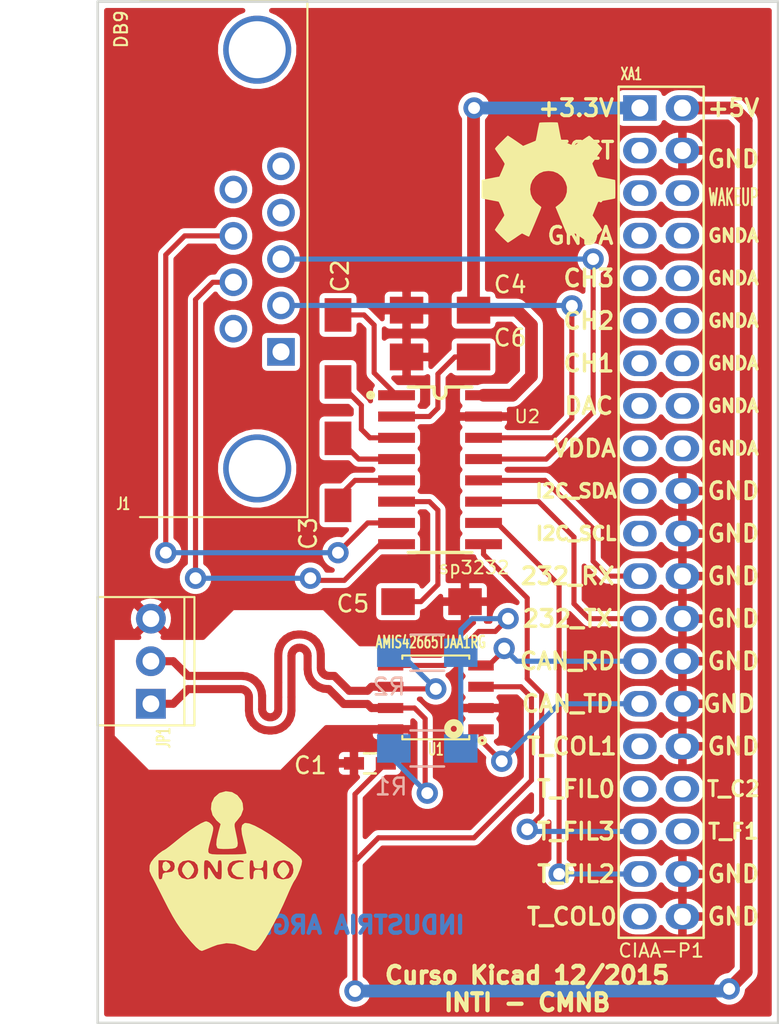
<source format=kicad_pcb>
(kicad_pcb (version 4) (host pcbnew 0.201512011501+6337~38~ubuntu14.04.1-stable)

  (general
    (links 43)
    (no_connects 0)
    (area 114.224999 82.093999 155.015001 143.204001)
    (thickness 1.6)
    (drawings 19)
    (tracks 252)
    (zones 0)
    (modules 15)
    (nets 23)
  )

  (page A4)
  (layers
    (0 TOP mixed)
    (31 BOTTOM mixed)
    (32 B.Adhes user)
    (34 B.Paste user)
    (35 F.Paste user)
    (36 B.SilkS user)
    (37 F.SilkS user)
    (38 B.Mask user)
    (39 F.Mask user)
    (40 Dwgs.User user)
    (41 Cmts.User user)
    (42 Eco1.User user)
    (43 Eco2.User user)
    (44 Edge.Cuts user)
    (45 Margin user)
    (46 B.CrtYd user)
    (47 F.CrtYd user)
    (48 B.Fab user)
    (49 F.Fab user)
  )

  (setup
    (last_trace_width 0.3048)
    (user_trace_width 0.3048)
    (user_trace_width 0.762)
    (trace_clearance 0.254)
    (zone_clearance 0.508)
    (zone_45_only yes)
    (trace_min 0.3048)
    (segment_width 0.2)
    (edge_width 0.15)
    (via_size 1.27)
    (via_drill 0.7112)
    (via_min_size 1.27)
    (via_min_drill 0.7112)
    (user_via 1.27 0.7112)
    (uvia_size 0.3)
    (uvia_drill 0.1)
    (uvias_allowed no)
    (uvia_min_size 0)
    (uvia_min_drill 0)
    (pcb_text_width 0.3)
    (pcb_text_size 1.5 1.5)
    (mod_edge_width 0.15)
    (mod_text_size 1 1)
    (mod_text_width 0.15)
    (pad_size 1.524 1.524)
    (pad_drill 0.762)
    (pad_to_mask_clearance 0.2)
    (aux_axis_origin 0 0)
    (visible_elements 7FFEFF7F)
    (pcbplotparams
      (layerselection 0x00030_80000001)
      (usegerberextensions false)
      (excludeedgelayer true)
      (linewidth 0.100000)
      (plotframeref false)
      (viasonmask false)
      (mode 1)
      (useauxorigin false)
      (hpglpennumber 1)
      (hpglpenspeed 20)
      (hpglpendiameter 15)
      (hpglpenoverlay 2)
      (psnegative false)
      (psa4output false)
      (plotreference true)
      (plotvalue true)
      (plotinvisibletext false)
      (padsonsilk false)
      (subtractmaskfromsilk false)
      (outputformat 1)
      (mirror false)
      (drillshape 1)
      (scaleselection 1)
      (outputdirectory ""))
  )

  (net 0 "")
  (net 1 GND)
  (net 2 +5V)
  (net 3 "Net-(C2-Pad1)")
  (net 4 "Net-(C2-Pad2)")
  (net 5 "Net-(C3-Pad1)")
  (net 6 "Net-(C3-Pad2)")
  (net 7 "Net-(C4-Pad2)")
  (net 8 "Net-(C5-Pad2)")
  (net 9 +3.3V)
  (net 10 "Net-(J1-Pad2)")
  (net 11 "Net-(J1-Pad3)")
  (net 12 "Net-(J1-Pad7)")
  (net 13 "Net-(J1-Pad8)")
  (net 14 "Net-(R1-Pad2)")
  (net 15 /conector/CAN_TX)
  (net 16 /conector/CAN_RX)
  (net 17 /conector/RTS)
  (net 18 /conector/CTS)
  (net 19 /conector/RXD)
  (net 20 /conector/TXD)
  (net 21 /conector/CAN_P)
  (net 22 /conector/CAN_N)

  (net_class Default "This is the default net class."
    (clearance 0.254)
    (trace_width 0.3048)
    (via_dia 1.27)
    (via_drill 0.7112)
    (uvia_dia 0.3)
    (uvia_drill 0.1)
    (add_net +3.3V)
    (add_net +5V)
    (add_net /conector/CAN_N)
    (add_net /conector/CAN_P)
    (add_net /conector/CAN_RX)
    (add_net /conector/CAN_TX)
    (add_net /conector/CTS)
    (add_net /conector/RTS)
    (add_net /conector/RXD)
    (add_net /conector/TXD)
    (add_net GND)
    (add_net "Net-(C2-Pad1)")
    (add_net "Net-(C2-Pad2)")
    (add_net "Net-(C3-Pad1)")
    (add_net "Net-(C3-Pad2)")
    (add_net "Net-(C4-Pad2)")
    (add_net "Net-(C5-Pad2)")
    (add_net "Net-(J1-Pad2)")
    (add_net "Net-(J1-Pad3)")
    (add_net "Net-(J1-Pad7)")
    (add_net "Net-(J1-Pad8)")
    (add_net "Net-(R1-Pad2)")
  )

  (module ej2:C_0603_HandSoldering (layer TOP) (tedit 541A9B4D) (tstamp 565E006D)
    (at 130.556 127.635)
    (descr "Capacitor SMD 0603, hand soldering")
    (tags "capacitor 0603")
    (path /565DDB88/565DEA65)
    (attr smd)
    (fp_text reference C1 (at -3.556 0.127) (layer F.SilkS)
      (effects (font (size 1 1) (thickness 0.15)))
    )
    (fp_text value C (at 0 1.9) (layer F.Fab)
      (effects (font (size 1 1) (thickness 0.15)))
    )
    (fp_line (start -1.85 -0.75) (end 1.85 -0.75) (layer F.CrtYd) (width 0.05))
    (fp_line (start -1.85 0.75) (end 1.85 0.75) (layer F.CrtYd) (width 0.05))
    (fp_line (start -1.85 -0.75) (end -1.85 0.75) (layer F.CrtYd) (width 0.05))
    (fp_line (start 1.85 -0.75) (end 1.85 0.75) (layer F.CrtYd) (width 0.05))
    (fp_line (start -0.35 -0.6) (end 0.35 -0.6) (layer F.SilkS) (width 0.15))
    (fp_line (start 0.35 0.6) (end -0.35 0.6) (layer F.SilkS) (width 0.15))
    (pad 1 smd rect (at -0.95 0) (size 1.2 0.75) (layers TOP F.Paste F.Mask)
      (net 1 GND))
    (pad 2 smd rect (at 0.95 0) (size 1.2 0.75) (layers TOP F.Paste F.Mask)
      (net 2 +5V))
    (model Capacitors_SMD.3dshapes/C_0603_HandSoldering.wrl
      (at (xyz 0 0 0))
      (scale (xyz 1 1 1))
      (rotate (xyz 0 0 0))
    )
  )

  (module ej2:DB9_F_TH (layer TOP) (tedit 565E5CBF) (tstamp 565E009A)
    (at 123.825 97.536 90)
    (path /565DDBD2/565E18AA)
    (fp_text reference J1 (at -14.605 -8.001 180) (layer F.SilkS)
      (effects (font (size 0.7112 0.4572) (thickness 0.1143)))
    )
    (fp_text value DB9 (at 13.716 -8.128 90) (layer F.SilkS)
      (effects (font (size 0.762 0.762) (thickness 0.127)))
    )
    (fp_line (start 15.4 3) (end 15.4 -7) (layer F.SilkS) (width 0.127))
    (fp_line (start 15.4 -9.5) (end 15.4 -7) (layer Dwgs.User) (width 0.127))
    (fp_line (start -15.4 3) (end -15.4 -7) (layer F.SilkS) (width 0.127))
    (fp_line (start -15.4 -9.5) (end -15.4 -7) (layer Dwgs.User) (width 0.127))
    (fp_line (start -15.4 -9.1) (end 15.4 -9.1) (layer Dwgs.User) (width 0.127))
    (fp_arc (start -14.2 -14.3) (end -14.2 -14.5) (angle 90) (layer Dwgs.User) (width 0.127))
    (fp_arc (start -13.8 -14.3) (end -14 -14.3) (angle 90) (layer Dwgs.User) (width 0.127))
    (fp_arc (start -10.8 -14.3) (end -11 -14.3) (angle 90) (layer Dwgs.User) (width 0.127))
    (fp_arc (start -11.2 -14.3) (end -11.2 -14.5) (angle 90) (layer Dwgs.User) (width 0.127))
    (fp_arc (start 11.2 -14.3) (end 11 -14.3) (angle 90) (layer Dwgs.User) (width 0.127))
    (fp_arc (start 10.8 -14.3) (end 10.8 -14.5) (angle 90) (layer Dwgs.User) (width 0.127))
    (fp_arc (start 14.2 -14.3) (end 14 -14.3) (angle 90) (layer Dwgs.User) (width 0.127))
    (fp_arc (start 13.8 -14.3) (end 13.8 -14.5) (angle 90) (layer Dwgs.User) (width 0.127))
    (fp_line (start 10 -14.1) (end 10 -9.5) (layer Dwgs.User) (width 0.127))
    (fp_line (start 15 -14.1) (end 15 -9.5) (layer Dwgs.User) (width 0.127))
    (fp_line (start 10.4 -14.5) (end 14.6 -14.5) (layer Dwgs.User) (width 0.127))
    (fp_line (start -15 -14.1) (end -15 -9.5) (layer Dwgs.User) (width 0.127))
    (fp_line (start -10 -14.1) (end -10 -9.5) (layer Dwgs.User) (width 0.127))
    (fp_line (start -14.6 -14.5) (end -10.4 -14.5) (layer Dwgs.User) (width 0.127))
    (fp_arc (start -14.6 -14.1) (end -15 -14.1) (angle 90) (layer Dwgs.User) (width 0.127))
    (fp_arc (start -10.4 -14.1) (end -10.4 -14.5) (angle 90) (layer Dwgs.User) (width 0.127))
    (fp_arc (start 10.4 -14.1) (end 10 -14.1) (angle 90) (layer Dwgs.User) (width 0.127))
    (fp_arc (start 14.6 -14.1) (end 14.6 -14.5) (angle 90) (layer Dwgs.User) (width 0.127))
    (fp_line (start 14 -14.5) (end 14 -9.5) (layer Dwgs.User) (width 0.127))
    (fp_line (start 11 -14.5) (end 11 -9.5) (layer Dwgs.User) (width 0.127))
    (fp_line (start -11 -14.5) (end -11 -9.5) (layer Dwgs.User) (width 0.127))
    (fp_line (start -14 -14.5) (end -14 -9.5) (layer Dwgs.User) (width 0.127))
    (fp_line (start 7.8 -15.3) (end -7.8 -15.3) (layer Dwgs.User) (width 0.127))
    (fp_line (start 8.2 -14.9) (end 8.2 -9.5) (layer Dwgs.User) (width 0.127))
    (fp_line (start -8.2 -14.9) (end -8.2 -9.5) (layer Dwgs.User) (width 0.127))
    (fp_arc (start -7.8 -14.9) (end -8.2 -14.9) (angle 90) (layer Dwgs.User) (width 0.127))
    (fp_arc (start 7.8 -14.9) (end 7.8 -15.3) (angle 90) (layer Dwgs.User) (width 0.127))
    (fp_line (start 15.4 3) (end -15.4 3) (layer F.SilkS) (width 0.127))
    (fp_line (start -15.4 -9.5) (end 15.4 -9.5) (layer Dwgs.User) (width 0.127))
    (pad 1 thru_hole rect (at -5.5372 1.4224 90) (size 1.651 1.651) (drill 1.016) (layers *.Cu *.Mask))
    (pad 2 thru_hole circle (at -2.7686 1.4224 90) (size 1.651 1.651) (drill 1.016) (layers *.Cu *.Mask)
      (net 10 "Net-(J1-Pad2)"))
    (pad 3 thru_hole circle (at 0 1.4224 90) (size 1.651 1.651) (drill 1.016) (layers *.Cu *.Mask)
      (net 11 "Net-(J1-Pad3)"))
    (pad 4 thru_hole circle (at 2.7686 1.4224 90) (size 1.651 1.651) (drill 1.016) (layers *.Cu *.Mask))
    (pad 5 thru_hole circle (at 5.5372 1.4224 90) (size 1.651 1.651) (drill 1.016) (layers *.Cu *.Mask))
    (pad 6 thru_hole circle (at -4.1529 -1.4224 90) (size 1.651 1.651) (drill 1.016) (layers *.Cu *.Mask))
    (pad 7 thru_hole circle (at -1.3843 -1.4224 90) (size 1.651 1.651) (drill 1.016) (layers *.Cu *.Mask)
      (net 12 "Net-(J1-Pad7)"))
    (pad 8 thru_hole circle (at 1.3843 -1.4224 90) (size 1.651 1.651) (drill 1.016) (layers *.Cu *.Mask)
      (net 13 "Net-(J1-Pad8)"))
    (pad 9 thru_hole circle (at 4.1529 -1.4224 90) (size 1.651 1.651) (drill 1.016) (layers *.Cu *.Mask))
    (pad 10 thru_hole circle (at -12.4968 0 90) (size 4.064 4.064) (drill 3.4) (layers *.Cu *.Mask))
    (pad 11 thru_hole circle (at 12.4968 0 90) (size 4.064 4.064) (drill 3.4) (layers *.Cu *.Mask))
    (model ${KIPRJMOD}/ej2.3dshapes/db_9f.wrl
      (at (xyz 0 0.31 0))
      (scale (xyz 1 1.1 1))
      (rotate (xyz 0 0 180))
    )
  )

  (module ej2:CON_PALETA_3 (layer TOP) (tedit 565F0CB6) (tstamp 565E00A1)
    (at 117.475 121.539 90)
    (path /565DDB88/565DEB3E)
    (fp_text reference JP1 (at -4.572 0.762 90) (layer F.SilkS)
      (effects (font (size 0.762 0.4572) (thickness 0.127)))
    )
    (fp_text value CONN_3 (at 0 3.3 90) (layer F.Fab)
      (effects (font (size 0.762 0.4572) (thickness 0.127)))
    )
    (fp_line (start 3.83 -3.2) (end 3.83 2.6) (layer F.SilkS) (width 0.127))
    (fp_line (start -3.83 -3.2) (end 3.83 -3.2) (layer F.SilkS) (width 0.127))
    (fp_line (start -3.83 2.6) (end -3.83 -3.2) (layer F.SilkS) (width 0.127))
    (fp_line (start 3.83 2.6) (end -3.83 2.6) (layer F.SilkS) (width 0.127))
    (fp_line (start 3.83 2) (end -3.83 2) (layer F.SilkS) (width 0.127))
    (pad 1 thru_hole rect (at -2.54 0 90) (size 1.778 1.778) (drill 1) (layers *.Cu *.Mask)
      (net 21 /conector/CAN_P))
    (pad 2 thru_hole circle (at 0 0 90) (size 1.778 1.778) (drill 1) (layers *.Cu *.Mask)
      (net 22 /conector/CAN_N))
    (pad 3 thru_hole circle (at 2.54 0 90) (size 1.778 1.778) (drill 1) (layers *.Cu *.Mask)
      (net 1 GND))
    (model ${KIPRJMOD}/ej2.3dshapes/CON_PALETA_3.wrl
      (at (xyz 0 0.012 0))
      (scale (xyz 0.395 0.395 0.395))
      (rotate (xyz 0 0 180))
    )
  )

  (module ej2:R_1206_HandSoldering (layer BOTTOM) (tedit 565E5D39) (tstamp 565E00A7)
    (at 133.985 126.746)
    (descr "Resistor SMD 1206, hand soldering")
    (tags "resistor 1206")
    (path /565DDB88/565DEAC4)
    (attr smd)
    (fp_text reference R1 (at -2.159 2.286) (layer B.SilkS)
      (effects (font (size 1 1) (thickness 0.15)) (justify mirror))
    )
    (fp_text value R (at -11.303 2.667) (layer B.Fab)
      (effects (font (size 1 1) (thickness 0.15)) (justify mirror))
    )
    (fp_line (start -3.3 1.2) (end 3.3 1.2) (layer B.CrtYd) (width 0.05))
    (fp_line (start -3.3 -1.2) (end 3.3 -1.2) (layer B.CrtYd) (width 0.05))
    (fp_line (start -3.3 1.2) (end -3.3 -1.2) (layer B.CrtYd) (width 0.05))
    (fp_line (start 3.3 1.2) (end 3.3 -1.2) (layer B.CrtYd) (width 0.05))
    (fp_line (start 1 -1.075) (end -1 -1.075) (layer B.SilkS) (width 0.15))
    (fp_line (start -1 1.075) (end 1 1.075) (layer B.SilkS) (width 0.15))
    (pad 1 smd rect (at -2 0) (size 2 1.7) (layers BOTTOM B.Paste B.Mask)
      (net 21 /conector/CAN_P))
    (pad 2 smd rect (at 2 0) (size 2 1.7) (layers BOTTOM B.Paste B.Mask)
      (net 14 "Net-(R1-Pad2)"))
    (model Resistors_SMD.3dshapes/R_1206_HandSoldering.wrl
      (at (xyz 0 0 0))
      (scale (xyz 1 1 1))
      (rotate (xyz 0 0 0))
    )
    (model ${KIPRJMOD}/ej2.3dshapes/R_1206_HandSoldering.wrl
      (at (xyz 0 0 0))
      (scale (xyz 1 1 1))
      (rotate (xyz 0 0 0))
    )
  )

  (module ej2:R_1206_HandSoldering (layer BOTTOM) (tedit 565E5D35) (tstamp 565E00AD)
    (at 133.985 121.031 180)
    (descr "Resistor SMD 1206, hand soldering")
    (tags "resistor 1206")
    (path /565DDB88/565DEB01)
    (attr smd)
    (fp_text reference R2 (at 2.286 -2.032 180) (layer B.SilkS)
      (effects (font (size 1 1) (thickness 0.15)) (justify mirror))
    )
    (fp_text value R (at 11.303 -9.017 180) (layer B.Fab)
      (effects (font (size 1 1) (thickness 0.15)) (justify mirror))
    )
    (fp_line (start -3.3 1.2) (end 3.3 1.2) (layer B.CrtYd) (width 0.05))
    (fp_line (start -3.3 -1.2) (end 3.3 -1.2) (layer B.CrtYd) (width 0.05))
    (fp_line (start -3.3 1.2) (end -3.3 -1.2) (layer B.CrtYd) (width 0.05))
    (fp_line (start 3.3 1.2) (end 3.3 -1.2) (layer B.CrtYd) (width 0.05))
    (fp_line (start 1 -1.075) (end -1 -1.075) (layer B.SilkS) (width 0.15))
    (fp_line (start -1 1.075) (end 1 1.075) (layer B.SilkS) (width 0.15))
    (pad 1 smd rect (at -2 0 180) (size 2 1.7) (layers BOTTOM B.Paste B.Mask)
      (net 14 "Net-(R1-Pad2)"))
    (pad 2 smd rect (at 2 0 180) (size 2 1.7) (layers BOTTOM B.Paste B.Mask)
      (net 22 /conector/CAN_N))
    (model Resistors_SMD.3dshapes/R_1206_HandSoldering.wrl
      (at (xyz 0 0 0))
      (scale (xyz 1 1 1))
      (rotate (xyz 0 0 0))
    )
    (model ${KIPRJMOD}/ej2.3dshapes/R_1206_HandSoldering.wrl
      (at (xyz 0 0 0))
      (scale (xyz 1 1 1))
      (rotate (xyz 0 0 0))
    )
  )

  (module ej2:SOIC-8 (layer TOP) (tedit 53B412FC) (tstamp 565E00B9)
    (at 134.493 123.698 180)
    (descr SO-8)
    (path /565DDB88/565DE9FC)
    (fp_text reference U1 (at 0 -3.1 180) (layer F.SilkS)
      (effects (font (size 0.7112 0.4572) (thickness 0.1143)))
    )
    (fp_text value AMIS42665TJAA1RG (at 0.3 3.3 180) (layer F.SilkS)
      (effects (font (size 0.7112 0.4572) (thickness 0.1143)))
    )
    (fp_line (start -2 -2.5) (end -2 -2.3) (layer F.SilkS) (width 0.127))
    (fp_line (start -2 2.5) (end -2 2.3) (layer F.SilkS) (width 0.127))
    (fp_line (start 2 2.5) (end 2 2.3) (layer F.SilkS) (width 0.127))
    (fp_line (start 2 -2.5) (end 2 -2.3) (layer F.SilkS) (width 0.127))
    (fp_circle (center -2.7746 -2.5764) (end -2.8 -2.5) (layer F.SilkS) (width 0.2032))
    (fp_line (start 2 -2.5) (end -2 -2.5) (layer F.SilkS) (width 0.127))
    (fp_line (start -2 2.5) (end 2 2.5) (layer F.SilkS) (width 0.127))
    (fp_circle (center -1.0746 -1.8764) (end -1.1 -1.7) (layer F.SilkS) (width 0.4))
    (pad 1 smd rect (at -2.7 -1.905 90) (size 0.6 1.52) (layers TOP F.Paste F.Mask)
      (net 15 /conector/CAN_TX))
    (pad 2 smd rect (at -2.7 -0.635 90) (size 0.6 1.52) (layers TOP F.Paste F.Mask)
      (net 1 GND))
    (pad 3 smd rect (at -2.7 0.635 90) (size 0.6 1.52) (layers TOP F.Paste F.Mask)
      (net 2 +5V))
    (pad 4 smd rect (at -2.7 1.905 90) (size 0.6 1.52) (layers TOP F.Paste F.Mask)
      (net 16 /conector/CAN_RX))
    (pad 5 smd rect (at 2.7 1.905 90) (size 0.6 1.52) (layers TOP F.Paste F.Mask)
      (net 14 "Net-(R1-Pad2)"))
    (pad 6 smd rect (at 2.7 0.635 90) (size 0.6 1.52) (layers TOP F.Paste F.Mask)
      (net 22 /conector/CAN_N))
    (pad 7 smd rect (at 2.7 -0.635 90) (size 0.6 1.52) (layers TOP F.Paste F.Mask)
      (net 21 /conector/CAN_P))
    (pad 8 smd rect (at 2.7 -1.905 90) (size 0.6 1.52) (layers TOP F.Paste F.Mask)
      (net 1 GND))
    (model ${KIPRJMOD}/ej2.3dshapes/so-8.wrl
      (at (xyz 0 0 0))
      (scale (xyz 1 1 1))
      (rotate (xyz 0 0 90))
    )
  )

  (module ej2:SP3232ECN-SOIC16N (layer TOP) (tedit 565E5CF5) (tstamp 565E00CD)
    (at 134.747 110.109 270)
    (descr "SMALL OUTLINE INTEGRATED CIRCUIT")
    (tags "SMALL OUTLINE INTEGRATED CIRCUIT")
    (path /565DDBD2/565E1DDE)
    (attr smd)
    (fp_text reference U2 (at -3.175 -5.207 360) (layer F.SilkS)
      (effects (font (size 0.762 0.762) (thickness 0.1143)))
    )
    (fp_text value sp3232 (at 5.842 -2.032 360) (layer F.SilkS)
      (effects (font (size 0.762 0.762) (thickness 0.1143)))
    )
    (fp_line (start -4.6 0.35) (end -4.9 0.35) (layer F.SilkS) (width 0.2032))
    (fp_line (start -4.6 -0.35) (end -4.9 -0.35) (layer F.SilkS) (width 0.2032))
    (fp_arc (start -4.6 0) (end -4.6 -0.35) (angle 180) (layer F.SilkS) (width 0.2032))
    (fp_circle (center -4.45 4.15) (end -4.35 4.05) (layer F.SilkS) (width 0.254))
    (fp_line (start -4.93776 1.89992) (end -4.93776 0.35) (layer F.SilkS) (width 0.2032))
    (fp_line (start -4.93776 -0.35) (end -4.93776 -1.89992) (layer F.SilkS) (width 0.2032))
    (fp_line (start 4.93776 -1.89992) (end 4.93776 1.39954) (layer F.SilkS) (width 0.2032))
    (fp_line (start 4.93776 1.39954) (end 4.93776 1.89992) (layer F.SilkS) (width 0.2032))
    (pad 1 smd rect (at -4.445 2.59842 270) (size 0.59944 2.19964) (layers TOP F.Paste F.Mask)
      (net 3 "Net-(C2-Pad1)"))
    (pad 2 smd rect (at -3.175 2.59842 270) (size 0.59944 2.19964) (layers TOP F.Paste F.Mask)
      (net 7 "Net-(C4-Pad2)"))
    (pad 3 smd rect (at -1.905 2.59842 270) (size 0.59944 2.19964) (layers TOP F.Paste F.Mask)
      (net 4 "Net-(C2-Pad2)"))
    (pad 4 smd rect (at -0.635 2.59842 270) (size 0.59944 2.19964) (layers TOP F.Paste F.Mask)
      (net 5 "Net-(C3-Pad1)"))
    (pad 5 smd rect (at 0.635 2.59842 270) (size 0.59944 2.19964) (layers TOP F.Paste F.Mask)
      (net 6 "Net-(C3-Pad2)"))
    (pad 6 smd rect (at 1.905 2.59842 270) (size 0.59944 2.19964) (layers TOP F.Paste F.Mask)
      (net 8 "Net-(C5-Pad2)"))
    (pad 7 smd rect (at 3.175 2.59842 270) (size 0.59944 2.19964) (layers TOP F.Paste F.Mask)
      (net 13 "Net-(J1-Pad8)"))
    (pad 8 smd rect (at 4.445 2.59842 270) (size 0.59944 2.19964) (layers TOP F.Paste F.Mask)
      (net 12 "Net-(J1-Pad7)"))
    (pad 9 smd rect (at 4.445 -2.59842 270) (size 0.59944 2.19964) (layers TOP F.Paste F.Mask)
      (net 17 /conector/RTS))
    (pad 10 smd rect (at 3.175 -2.59842 270) (size 0.59944 2.19964) (layers TOP F.Paste F.Mask)
      (net 18 /conector/CTS))
    (pad 11 smd rect (at 1.905 -2.59842 270) (size 0.59944 2.19964) (layers TOP F.Paste F.Mask)
      (net 19 /conector/RXD))
    (pad 12 smd rect (at 0.635 -2.59842 270) (size 0.59944 2.19964) (layers TOP F.Paste F.Mask)
      (net 20 /conector/TXD))
    (pad 13 smd rect (at -0.635 -2.59842 270) (size 0.59944 2.19964) (layers TOP F.Paste F.Mask)
      (net 11 "Net-(J1-Pad3)"))
    (pad 14 smd rect (at -1.905 -2.59842 270) (size 0.59944 2.19964) (layers TOP F.Paste F.Mask)
      (net 10 "Net-(J1-Pad2)"))
    (pad 15 smd rect (at -3.175 -2.59842 270) (size 0.59944 2.19964) (layers TOP F.Paste F.Mask)
      (net 1 GND))
    (pad 16 smd rect (at -4.445 -2.59842 270) (size 0.59944 2.19964) (layers TOP F.Paste F.Mask)
      (net 9 +3.3V))
    (model ${KIPRJMOD}/ej2.3dshapes/so-16.wrl
      (at (xyz 0 0 0))
      (scale (xyz 1 1 1))
      (rotate (xyz 0 0 0))
    )
  )

  (module ej2:Conn_Poncho_Derecha (layer TOP) (tedit 565E5C41) (tstamp 565E00F9)
    (at 146.685 88.519)
    (tags "CONN Poncho")
    (path /565DDB88/565DE9C0)
    (fp_text reference XA1 (at -0.508 -2.032) (layer F.SilkS)
      (effects (font (size 0.7112 0.4572) (thickness 0.1143)))
    )
    (fp_text value Conn_Poncho2P_2x_20x2 (at 0.508 51.562) (layer F.SilkS) hide
      (effects (font (size 0.7112 0.4572) (thickness 0.1143)))
    )
    (fp_text user GND (at 5.588 48.26) (layer F.SilkS)
      (effects (font (size 1 1) (thickness 0.2)))
    )
    (fp_text user GND (at 5.588 45.72) (layer F.SilkS)
      (effects (font (size 1 1) (thickness 0.2)))
    )
    (fp_text user T_F1 (at 5.588 43.18) (layer F.SilkS)
      (effects (font (size 0.9 0.9) (thickness 0.18)))
    )
    (fp_text user T_C2 (at 5.588 40.64) (layer F.SilkS)
      (effects (font (size 0.9 0.9) (thickness 0.18)))
    )
    (fp_text user GND (at 5.588 38.1) (layer F.SilkS)
      (effects (font (size 1 1) (thickness 0.2)))
    )
    (fp_text user GND (at 5.334 35.56) (layer F.SilkS)
      (effects (font (size 1 1) (thickness 0.2)))
    )
    (fp_text user GND (at 5.588 33.02) (layer F.SilkS)
      (effects (font (size 1 1) (thickness 0.2)))
    )
    (fp_text user GND (at 5.588 30.48) (layer F.SilkS)
      (effects (font (size 1 1) (thickness 0.2)))
    )
    (fp_text user GND (at 5.588 27.94) (layer F.SilkS)
      (effects (font (size 1 1) (thickness 0.2)))
    )
    (fp_text user GND (at 5.588 25.4) (layer F.SilkS)
      (effects (font (size 1 1) (thickness 0.2)))
    )
    (fp_text user GND (at 5.588 22.86) (layer F.SilkS)
      (effects (font (size 1 1) (thickness 0.2)))
    )
    (fp_text user GNDA (at 5.588 20.32) (layer F.SilkS)
      (effects (font (size 0.76 0.76) (thickness 0.19)))
    )
    (fp_text user GNDA (at 5.588 17.78) (layer F.SilkS)
      (effects (font (size 0.76 0.76) (thickness 0.19)))
    )
    (fp_text user GNDA (at 5.588 15.24) (layer F.SilkS)
      (effects (font (size 0.76 0.76) (thickness 0.19)))
    )
    (fp_text user GNDA (at 5.588 12.7) (layer F.SilkS)
      (effects (font (size 0.76 0.76) (thickness 0.19)))
    )
    (fp_text user GNDA (at 5.588 10.16) (layer F.SilkS)
      (effects (font (size 0.76 0.76) (thickness 0.19)))
    )
    (fp_text user GNDA (at 5.588 7.62) (layer F.SilkS)
      (effects (font (size 0.76 0.76) (thickness 0.19)))
    )
    (fp_text user WAKEUP (at 5.588 5.334) (layer F.SilkS)
      (effects (font (size 1 0.5) (thickness 0.125)))
    )
    (fp_text user GND (at 5.588 3.048) (layer F.SilkS)
      (effects (font (size 1 1) (thickness 0.2)))
    )
    (fp_text user +5V (at 5.588 0) (layer F.SilkS)
      (effects (font (size 1 1) (thickness 0.2)))
    )
    (fp_text user T_COL0 (at -4.064 48.26) (layer F.SilkS)
      (effects (font (size 1 1) (thickness 0.2)))
    )
    (fp_text user T_FIL2 (at -3.81 45.72) (layer F.SilkS)
      (effects (font (size 1 1) (thickness 0.2)))
    )
    (fp_text user T_FIL3 (at -3.81 43.18) (layer F.SilkS)
      (effects (font (size 1 1) (thickness 0.2)))
    )
    (fp_text user T_FIL0 (at -3.81 40.64) (layer F.SilkS)
      (effects (font (size 1 1) (thickness 0.2)))
    )
    (fp_text user T_COL1 (at -4.064 38.1) (layer F.SilkS)
      (effects (font (size 1 1) (thickness 0.2)))
    )
    (fp_text user CAN_TD (at -4.318 35.56) (layer F.SilkS)
      (effects (font (size 1 1) (thickness 0.2)))
    )
    (fp_text user CAN_RD (at -4.318 33.02) (layer F.SilkS)
      (effects (font (size 1 1) (thickness 0.2)))
    )
    (fp_text user 232_TX (at -4.318 30.48) (layer F.SilkS)
      (effects (font (size 1 1) (thickness 0.2)))
    )
    (fp_text user 232_RX (at -4.318 27.94) (layer F.SilkS)
      (effects (font (size 1 1) (thickness 0.2)))
    )
    (fp_text user I2C_SCL (at -3.81 25.4) (layer F.SilkS)
      (effects (font (size 0.8 0.8) (thickness 0.2)))
    )
    (fp_text user I2C_SDA (at -3.81 22.86) (layer F.SilkS)
      (effects (font (size 0.8 0.8) (thickness 0.2)))
    )
    (fp_text user VDDA (at -3.302 20.32) (layer F.SilkS)
      (effects (font (size 1 1) (thickness 0.2)))
    )
    (fp_text user DAC (at -3.048 17.78) (layer F.SilkS)
      (effects (font (size 1 1) (thickness 0.2)))
    )
    (fp_text user CH1 (at -3.048 15.24) (layer F.SilkS)
      (effects (font (size 1 1) (thickness 0.2)))
    )
    (fp_text user CH2 (at -3.048 12.7) (layer F.SilkS)
      (effects (font (size 1 1) (thickness 0.2)))
    )
    (fp_text user CH3 (at -3.048 10.16) (layer F.SilkS)
      (effects (font (size 1 1) (thickness 0.2)))
    )
    (fp_text user GNDA (at -3.556 7.62) (layer F.SilkS)
      (effects (font (size 1 1) (thickness 0.2)))
    )
    (fp_text user ISP (at -2.794 5.08) (layer F.SilkS)
      (effects (font (size 1 1) (thickness 0.2)))
    )
    (fp_text user RESET (at -3.81 2.54) (layer F.SilkS)
      (effects (font (size 1 1) (thickness 0.2)))
    )
    (fp_text user CIAA-P1 (at 1.27 50.292) (layer F.SilkS)
      (effects (font (size 0.8 0.8) (thickness 0.12)))
    )
    (fp_text user +3.3V (at -3.81 0) (layer F.SilkS)
      (effects (font (size 1 1) (thickness 0.2)))
    )
    (fp_line (start -1.27 49.53) (end -1.27 -1.27) (layer F.SilkS) (width 0.15))
    (fp_line (start 3.81 49.53) (end 3.81 -1.27) (layer F.SilkS) (width 0.15))
    (fp_line (start 3.81 49.53) (end -1.27 49.53) (layer F.SilkS) (width 0.15))
    (fp_line (start 3.81 -1.27) (end -1.27 -1.27) (layer F.SilkS) (width 0.15))
    (pad 1 thru_hole rect (at 0 0 270) (size 1.524 2) (drill 1.016) (layers *.Cu *.Mask)
      (net 9 +3.3V))
    (pad 2 thru_hole oval (at 2.54 0 270) (size 1.524 2) (drill 1.016) (layers *.Cu *.Mask)
      (net 2 +5V))
    (pad 11 thru_hole oval (at 0 12.7 270) (size 1.524 2) (drill 1.016) (layers *.Cu *.Mask))
    (pad 4 thru_hole oval (at 2.54 2.54 270) (size 1.524 2) (drill 1.016) (layers *.Cu *.Mask)
      (net 1 GND))
    (pad 13 thru_hole oval (at 0 15.24 270) (size 1.524 2) (drill 1.016) (layers *.Cu *.Mask))
    (pad 6 thru_hole oval (at 2.54 5.08 270) (size 1.524 2) (drill 1.016) (layers *.Cu *.Mask))
    (pad 15 thru_hole oval (at 0 17.78 270) (size 1.524 2) (drill 1.016) (layers *.Cu *.Mask))
    (pad 8 thru_hole oval (at 2.54 7.62 270) (size 1.524 2) (drill 1.016) (layers *.Cu *.Mask))
    (pad 17 thru_hole oval (at 0 20.32 270) (size 1.524 2) (drill 1.016) (layers *.Cu *.Mask))
    (pad 10 thru_hole oval (at 2.54 10.16 270) (size 1.524 2) (drill 1.016) (layers *.Cu *.Mask))
    (pad 19 thru_hole oval (at 0 22.86 270) (size 1.524 2) (drill 1.016) (layers *.Cu *.Mask))
    (pad 12 thru_hole oval (at 2.54 12.7 270) (size 1.524 2) (drill 1.016) (layers *.Cu *.Mask))
    (pad 21 thru_hole oval (at 0 25.4 270) (size 1.524 2) (drill 1.016) (layers *.Cu *.Mask))
    (pad 14 thru_hole oval (at 2.54 15.24 270) (size 1.524 2) (drill 1.016) (layers *.Cu *.Mask))
    (pad 23 thru_hole oval (at 0 27.94 270) (size 1.524 2) (drill 1.016) (layers *.Cu *.Mask)
      (net 20 /conector/TXD))
    (pad 16 thru_hole oval (at 2.54 17.78 270) (size 1.524 2) (drill 1.016) (layers *.Cu *.Mask))
    (pad 25 thru_hole oval (at 0 30.48 270) (size 1.524 2) (drill 1.016) (layers *.Cu *.Mask)
      (net 19 /conector/RXD))
    (pad 18 thru_hole oval (at 2.54 20.32 270) (size 1.524 2) (drill 1.016) (layers *.Cu *.Mask))
    (pad 27 thru_hole oval (at 0 33.02 270) (size 1.524 2) (drill 1.016) (layers *.Cu *.Mask)
      (net 16 /conector/CAN_RX))
    (pad 20 thru_hole oval (at 2.54 22.86 270) (size 1.524 2) (drill 1.016) (layers *.Cu *.Mask)
      (net 1 GND))
    (pad 29 thru_hole oval (at 0 35.56 270) (size 1.524 2) (drill 1.016) (layers *.Cu *.Mask)
      (net 15 /conector/CAN_TX))
    (pad 22 thru_hole oval (at 2.54 25.4 270) (size 1.524 2) (drill 1.016) (layers *.Cu *.Mask)
      (net 1 GND))
    (pad 31 thru_hole oval (at 0 38.1 270) (size 1.524 2) (drill 1.016) (layers *.Cu *.Mask))
    (pad 24 thru_hole oval (at 2.54 27.94 270) (size 1.524 2) (drill 1.016) (layers *.Cu *.Mask)
      (net 1 GND))
    (pad 26 thru_hole oval (at 2.54 30.48 270) (size 1.524 2) (drill 1.016) (layers *.Cu *.Mask)
      (net 1 GND))
    (pad 33 thru_hole oval (at 0 40.64 270) (size 1.524 2) (drill 1.016) (layers *.Cu *.Mask))
    (pad 28 thru_hole oval (at 2.54 33.02 270) (size 1.524 2) (drill 1.016) (layers *.Cu *.Mask)
      (net 1 GND))
    (pad 32 thru_hole oval (at 2.54 38.1 270) (size 1.524 2) (drill 1.016) (layers *.Cu *.Mask)
      (net 1 GND))
    (pad 34 thru_hole oval (at 2.54 40.64 270) (size 1.524 2) (drill 1.016) (layers *.Cu *.Mask))
    (pad 36 thru_hole oval (at 2.54 43.18 270) (size 1.524 2) (drill 1.016) (layers *.Cu *.Mask))
    (pad 38 thru_hole oval (at 2.54 45.72 270) (size 1.524 2) (drill 1.016) (layers *.Cu *.Mask)
      (net 1 GND))
    (pad 35 thru_hole oval (at 0 43.18 270) (size 1.524 2) (drill 1.016) (layers *.Cu *.Mask)
      (net 17 /conector/RTS))
    (pad 37 thru_hole oval (at 0 45.72 270) (size 1.524 2) (drill 1.016) (layers *.Cu *.Mask)
      (net 18 /conector/CTS))
    (pad 3 thru_hole oval (at 0 2.54 270) (size 1.524 2) (drill 1.016) (layers *.Cu *.Mask))
    (pad 5 thru_hole oval (at 0 5.08 270) (size 1.524 2) (drill 1.016) (layers *.Cu *.Mask))
    (pad 7 thru_hole oval (at 0 7.62 270) (size 1.524 2) (drill 1.016) (layers *.Cu *.Mask))
    (pad 9 thru_hole oval (at 0 10.16 270) (size 1.524 2) (drill 1.016) (layers *.Cu *.Mask))
    (pad 39 thru_hole oval (at 0 48.26 270) (size 1.524 2) (drill 1.016) (layers *.Cu *.Mask))
    (pad 40 thru_hole oval (at 2.54 48.26 270) (size 1.524 2) (drill 1.016) (layers *.Cu *.Mask)
      (net 1 GND))
    (pad 30 thru_hole oval (at 2.54 35.56 270) (size 1.524 2) (drill 1.016) (layers *.Cu *.Mask)
      (net 1 GND))
    (model ${KIPRJMOD}/ej2.3dshapes/pin_strip_20x2.wrl
      (at (xyz 0.05 -0.95 -0.063))
      (scale (xyz 1 1 1))
      (rotate (xyz 180 0 90))
    )
  )

  (module ej2:C_1206_HandSoldering (layer TOP) (tedit 565E5CA1) (tstamp 565E0F40)
    (at 128.651 102.87 270)
    (path /565DDBD2/565E179D)
    (fp_text reference C2 (at -4.318 -0.127 270) (layer F.SilkS)
      (effects (font (size 1 1) (thickness 0.15)))
    )
    (fp_text value C (at 0 3.81 270) (layer F.Fab)
      (effects (font (size 1 1) (thickness 0.15)))
    )
    (fp_line (start -3.3 1.15) (end 3.3 1.15) (layer F.CrtYd) (width 0.15))
    (fp_line (start -3.3 -1.15) (end 3.3 -1.15) (layer F.CrtYd) (width 0.15))
    (fp_line (start 3.3 -1.15) (end 3.3 1.15) (layer F.CrtYd) (width 0.15))
    (fp_line (start -3.3 -1.15) (end -3.3 1.15) (layer F.CrtYd) (width 0.15))
    (pad 1 smd rect (at -2 0 270) (size 2 1.6) (layers TOP F.Paste F.Mask)
      (net 3 "Net-(C2-Pad1)"))
    (pad 2 smd rect (at 2 0 270) (size 2 1.6) (layers TOP F.Paste F.Mask)
      (net 4 "Net-(C2-Pad2)"))
    (model ${KIPRJMOD}/ej2.3dshapes/C_1206_HandSoldering.wrl
      (at (xyz 0 0 0))
      (scale (xyz 1 1 1))
      (rotate (xyz 0 0 0))
    )
  )

  (module ej2:C_1206_HandSoldering (layer TOP) (tedit 565E5CB3) (tstamp 565E0F4A)
    (at 128.651 110.236 270)
    (path /565DDBD2/565E17F4)
    (fp_text reference C3 (at 3.683 1.778 270) (layer F.SilkS)
      (effects (font (size 1 1) (thickness 0.15)))
    )
    (fp_text value C (at 0 3.81 270) (layer F.Fab)
      (effects (font (size 1 1) (thickness 0.15)))
    )
    (fp_line (start -3.3 1.15) (end 3.3 1.15) (layer F.CrtYd) (width 0.15))
    (fp_line (start -3.3 -1.15) (end 3.3 -1.15) (layer F.CrtYd) (width 0.15))
    (fp_line (start 3.3 -1.15) (end 3.3 1.15) (layer F.CrtYd) (width 0.15))
    (fp_line (start -3.3 -1.15) (end -3.3 1.15) (layer F.CrtYd) (width 0.15))
    (pad 1 smd rect (at -2 0 270) (size 2 1.6) (layers TOP F.Paste F.Mask)
      (net 5 "Net-(C3-Pad1)"))
    (pad 2 smd rect (at 2 0 270) (size 2 1.6) (layers TOP F.Paste F.Mask)
      (net 6 "Net-(C3-Pad2)"))
    (model ${KIPRJMOD}/ej2.3dshapes/C_1206_HandSoldering.wrl
      (at (xyz 0 0 0))
      (scale (xyz 1 1 1))
      (rotate (xyz 0 0 0))
    )
  )

  (module ej2:C_1206_HandSoldering (layer TOP) (tedit 565E5C92) (tstamp 565E0F54)
    (at 134.747 103.378)
    (path /565DDBD2/565E183D)
    (fp_text reference C4 (at 4.191 -4.318) (layer F.SilkS)
      (effects (font (size 1 1) (thickness 0.15)))
    )
    (fp_text value C (at 0 3.81) (layer F.Fab)
      (effects (font (size 1 1) (thickness 0.15)))
    )
    (fp_line (start -3.3 1.15) (end 3.3 1.15) (layer F.CrtYd) (width 0.15))
    (fp_line (start -3.3 -1.15) (end 3.3 -1.15) (layer F.CrtYd) (width 0.15))
    (fp_line (start 3.3 -1.15) (end 3.3 1.15) (layer F.CrtYd) (width 0.15))
    (fp_line (start -3.3 -1.15) (end -3.3 1.15) (layer F.CrtYd) (width 0.15))
    (pad 1 smd rect (at -2 0) (size 2 1.6) (layers TOP F.Paste F.Mask)
      (net 1 GND))
    (pad 2 smd rect (at 2 0) (size 2 1.6) (layers TOP F.Paste F.Mask)
      (net 7 "Net-(C4-Pad2)"))
    (model ${KIPRJMOD}/ej2.3dshapes/C_1206_HandSoldering.wrl
      (at (xyz 0 0 0))
      (scale (xyz 1 1 1))
      (rotate (xyz 0 0 0))
    )
  )

  (module ej2:C_1206_HandSoldering (layer TOP) (tedit 565E5D2C) (tstamp 565E0F5E)
    (at 134.239 117.983 180)
    (path /565DDBD2/565E1864)
    (fp_text reference C5 (at 4.699 -0.127 180) (layer F.SilkS)
      (effects (font (size 1 1) (thickness 0.15)))
    )
    (fp_text value C (at 0 3.81 180) (layer F.Fab)
      (effects (font (size 1 1) (thickness 0.15)))
    )
    (fp_line (start -3.3 1.15) (end 3.3 1.15) (layer F.CrtYd) (width 0.15))
    (fp_line (start -3.3 -1.15) (end 3.3 -1.15) (layer F.CrtYd) (width 0.15))
    (fp_line (start 3.3 -1.15) (end 3.3 1.15) (layer F.CrtYd) (width 0.15))
    (fp_line (start -3.3 -1.15) (end -3.3 1.15) (layer F.CrtYd) (width 0.15))
    (pad 1 smd rect (at -2 0 180) (size 2 1.6) (layers TOP F.Paste F.Mask)
      (net 1 GND))
    (pad 2 smd rect (at 2 0 180) (size 2 1.6) (layers TOP F.Paste F.Mask)
      (net 8 "Net-(C5-Pad2)"))
    (model ${KIPRJMOD}/ej2.3dshapes/C_1206_HandSoldering.wrl
      (at (xyz 0 0 0))
      (scale (xyz 1 1 1))
      (rotate (xyz 0 0 0))
    )
  )

  (module ej2:C_1206_HandSoldering (layer TOP) (tedit 565E5C8C) (tstamp 565E0F68)
    (at 134.747 100.584 180)
    (path /565DDBD2/565E1883)
    (fp_text reference C6 (at -4.191 -1.651 180) (layer F.SilkS)
      (effects (font (size 1 1) (thickness 0.15)))
    )
    (fp_text value C (at 0 3.81 180) (layer F.Fab)
      (effects (font (size 1 1) (thickness 0.15)))
    )
    (fp_line (start -3.3 1.15) (end 3.3 1.15) (layer F.CrtYd) (width 0.15))
    (fp_line (start -3.3 -1.15) (end 3.3 -1.15) (layer F.CrtYd) (width 0.15))
    (fp_line (start 3.3 -1.15) (end 3.3 1.15) (layer F.CrtYd) (width 0.15))
    (fp_line (start -3.3 -1.15) (end -3.3 1.15) (layer F.CrtYd) (width 0.15))
    (pad 1 smd rect (at -2 0 180) (size 2 1.6) (layers TOP F.Paste F.Mask)
      (net 9 +3.3V))
    (pad 2 smd rect (at 2 0 180) (size 2 1.6) (layers TOP F.Paste F.Mask)
      (net 1 GND))
    (model ${KIPRJMOD}/ej2.3dshapes/C_1206_HandSoldering.wrl
      (at (xyz 0 0 0))
      (scale (xyz 1 1 1))
      (rotate (xyz 0 0 0))
    )
  )

  (module ej2:Logo_Poncho (layer TOP) (tedit 565F0B4C) (tstamp 565F0CEB)
    (at 121.92 134.112)
    (fp_text reference Gxxx (at 0.127 5.588) (layer F.SilkS) hide
      (effects (font (thickness 0.3)))
    )
    (fp_text value LOGO (at 0.762 7.493) (layer F.SilkS) hide
      (effects (font (thickness 0.3)))
    )
    (fp_poly (pts (xy 4.535714 -0.627021) (xy 4.498746 -0.420109) (xy 4.405012 -0.1352) (xy 4.280272 0.162897)
      (xy 4.150281 0.409374) (xy 4.123376 0.447413) (xy 4.123376 -0.123701) (xy 4.058326 -0.436938)
      (xy 3.869112 -0.644378) (xy 3.564639 -0.737671) (xy 3.463636 -0.742208) (xy 3.129516 -0.681223)
      (xy 2.908248 -0.503835) (xy 2.808734 -0.218392) (xy 2.803896 -0.123701) (xy 2.868946 0.189536)
      (xy 3.058159 0.396975) (xy 3.362633 0.490269) (xy 3.463636 0.494805) (xy 3.797606 0.436492)
      (xy 3.958441 0.32987) (xy 4.092315 0.09203) (xy 4.123376 -0.123701) (xy 4.123376 0.447413)
      (xy 4.089856 0.494805) (xy 4.013749 0.621925) (xy 3.89522 0.861365) (xy 3.753792 1.172585)
      (xy 3.672876 1.360714) (xy 3.421635 1.929272) (xy 3.149718 2.496808) (xy 2.869494 3.041693)
      (xy 2.593334 3.542296) (xy 2.556493 3.603955) (xy 2.556493 -0.123701) (xy 2.552598 -0.439936)
      (xy 2.534834 -0.625484) (xy 2.494089 -0.714524) (xy 2.421247 -0.741238) (xy 2.391558 -0.742208)
      (xy 2.270831 -0.703329) (xy 2.228325 -0.558669) (xy 2.226623 -0.494805) (xy 2.206189 -0.31957)
      (xy 2.109798 -0.254982) (xy 1.97922 -0.247402) (xy 1.803985 -0.267837) (xy 1.739397 -0.364227)
      (xy 1.731818 -0.494805) (xy 1.705898 -0.675896) (xy 1.609459 -0.739655) (xy 1.566883 -0.742208)
      (xy 1.482553 -0.727599) (xy 1.433074 -0.660988) (xy 1.40933 -0.508193) (xy 1.402206 -0.235036)
      (xy 1.401948 -0.123701) (xy 1.405843 0.192533) (xy 1.423606 0.378081) (xy 1.464351 0.467122)
      (xy 1.537193 0.493835) (xy 1.566883 0.494805) (xy 1.680559 0.462518) (xy 1.726426 0.336472)
      (xy 1.731818 0.206169) (xy 1.745609 0.012245) (xy 1.815564 -0.067294) (xy 1.97922 -0.082467)
      (xy 2.145441 -0.066377) (xy 2.213617 0.015237) (xy 2.226623 0.206169) (xy 2.245073 0.405103)
      (xy 2.317099 0.48537) (xy 2.391558 0.494805) (xy 2.475887 0.480197) (xy 2.525367 0.413586)
      (xy 2.549111 0.260791) (xy 2.556234 -0.012366) (xy 2.556493 -0.123701) (xy 2.556493 3.603955)
      (xy 2.33361 3.976986) (xy 2.102692 4.324132) (xy 1.912952 4.562103) (xy 1.781691 4.667512)
      (xy 1.660102 4.654002) (xy 1.438445 4.580892) (xy 1.163465 4.463746) (xy 1.154545 4.459546)
      (xy 1.154545 0.36149) (xy 1.110706 0.268405) (xy 0.956623 0.266159) (xy 0.938776 0.269422)
      (xy 0.717011 0.243945) (xy 0.523128 0.11531) (xy 0.417755 -0.07121) (xy 0.412337 -0.123701)
      (xy 0.484303 -0.318602) (xy 0.658393 -0.472009) (xy 0.871896 -0.536691) (xy 0.949632 -0.528355)
      (xy 1.105982 -0.515384) (xy 1.154279 -0.597467) (xy 1.154545 -0.609566) (xy 1.114247 -0.69528)
      (xy 0.970303 -0.735064) (xy 0.783441 -0.742208) (xy 0.429195 -0.687347) (xy 0.198088 -0.523118)
      (xy 0.090717 -0.250044) (xy 0.082467 -0.123701) (xy 0.144642 0.188869) (xy 0.330769 0.392787)
      (xy 0.640252 0.487526) (xy 0.783441 0.494805) (xy 1.022962 0.480515) (xy 1.134243 0.429291)
      (xy 1.154545 0.36149) (xy 1.154545 4.459546) (xy 1.148315 4.456614) (xy 0.592041 4.256938)
      (xy 0.061238 4.207886) (xy -0.164935 4.249843) (xy -0.164935 -0.123701) (xy -0.168831 -0.439936)
      (xy -0.186594 -0.625484) (xy -0.227339 -0.714524) (xy -0.300181 -0.741238) (xy -0.329871 -0.742208)
      (xy -0.435349 -0.716231) (xy -0.483875 -0.609894) (xy -0.495586 -0.391721) (xy -0.496366 -0.041234)
      (xy -0.706429 -0.391721) (xy -0.874005 -0.625569) (xy -1.029731 -0.729733) (xy -1.117986 -0.742208)
      (xy -1.220495 -0.733937) (xy -1.280586 -0.685976) (xy -1.309571 -0.563603) (xy -1.318762 -0.332094)
      (xy -1.319481 -0.123701) (xy -1.315585 0.192533) (xy -1.297822 0.378081) (xy -1.257077 0.467122)
      (xy -1.184235 0.493835) (xy -1.154546 0.494805) (xy -1.049068 0.468829) (xy -1.000541 0.362492)
      (xy -0.988831 0.144318) (xy -0.98805 -0.206169) (xy -0.777988 0.144318) (xy -0.610412 0.378167)
      (xy -0.454685 0.48233) (xy -0.36643 0.494805) (xy -0.263922 0.486535) (xy -0.203831 0.438574)
      (xy -0.174846 0.3162) (xy -0.165655 0.084692) (xy -0.164935 -0.123701) (xy -0.164935 4.249843)
      (xy -0.48241 4.308738) (xy -0.783442 4.420415) (xy -1.059466 4.535832) (xy -1.285963 4.626797)
      (xy -1.401948 4.669513) (xy -1.518876 4.625399) (xy -1.566884 4.584033) (xy -1.566884 -0.123701)
      (xy -1.631934 -0.436938) (xy -1.821147 -0.644378) (xy -2.12562 -0.737671) (xy -2.226624 -0.742208)
      (xy -2.560743 -0.681223) (xy -2.782012 -0.503835) (xy -2.881525 -0.218392) (xy -2.886364 -0.123701)
      (xy -2.821314 0.189536) (xy -2.6321 0.396975) (xy -2.327627 0.490269) (xy -2.226624 0.494805)
      (xy -1.892653 0.436492) (xy -1.731819 0.32987) (xy -1.597945 0.09203) (xy -1.566884 -0.123701)
      (xy -1.566884 4.584033) (xy -1.717176 4.454536) (xy -1.98582 4.166799) (xy -2.061689 4.078924)
      (xy -2.369861 3.70727) (xy -2.632201 3.363429) (xy -2.870341 3.013116) (xy -2.968832 2.849614)
      (xy -2.968832 -0.32987) (xy -3.007485 -0.54598) (xy -3.140146 -0.67528) (xy -3.391869 -0.734039)
      (xy -3.603832 -0.742208) (xy -4.04091 -0.742208) (xy -4.04091 -0.123701) (xy -4.037014 0.192533)
      (xy -4.019251 0.378081) (xy -3.978506 0.467122) (xy -3.905664 0.493835) (xy -3.875974 0.494805)
      (xy -3.746639 0.446485) (xy -3.711039 0.288637) (xy -3.687673 0.146227) (xy -3.584731 0.090232)
      (xy -3.438897 0.082468) (xy -3.16065 0.034793) (xy -3.008068 -0.114765) (xy -2.968832 -0.32987)
      (xy -2.968832 2.849614) (xy -3.105916 2.622046) (xy -3.360558 2.155935) (xy -3.6559 1.580499)
      (xy -3.724805 1.443182) (xy -3.927446 1.040996) (xy -4.107468 0.68891) (xy -4.250627 0.414385)
      (xy -4.342678 0.24488) (xy -4.366512 0.206169) (xy -4.479713 -0.061738) (xy -4.470402 -0.368299)
      (xy -4.39208 -0.562072) (xy -4.211754 -0.794239) (xy -3.970771 -1.027175) (xy -3.729883 -1.205582)
      (xy -3.628572 -1.257014) (xy -3.515586 -1.328258) (xy -3.31072 -1.481511) (xy -3.047204 -1.691308)
      (xy -2.861153 -1.845142) (xy -2.478394 -2.151727) (xy -2.09396 -2.434151) (xy -1.735885 -2.674156)
      (xy -1.432202 -2.853482) (xy -1.210945 -2.953871) (xy -1.135923 -2.968831) (xy -0.992755 -2.911987)
      (xy -0.868796 -2.807085) (xy -0.798823 -2.718089) (xy -0.768465 -2.621372) (xy -0.779148 -2.476306)
      (xy -0.832302 -2.242261) (xy -0.897248 -1.997411) (xy -1.002077 -1.614541) (xy -1.0637 -1.342913)
      (xy -1.062894 -1.163551) (xy -0.980436 -1.05748) (xy -0.797105 -1.005726) (xy -0.493678 -0.989314)
      (xy -0.050932 -0.989267) (xy 0.123701 -0.98961) (xy 0.616616 -0.993152) (xy 0.963601 -1.004879)
      (xy 1.183529 -1.026446) (xy 1.295275 -1.059505) (xy 1.31948 -1.094352) (xy 1.298521 -1.22034)
      (xy 1.243133 -1.457326) (xy 1.164548 -1.757819) (xy 1.150407 -1.809213) (xy 1.043088 -2.255847)
      (xy 1.008894 -2.569631) (xy 1.048676 -2.765972) (xy 1.163285 -2.860279) (xy 1.208992 -2.870512)
      (xy 1.420553 -2.83991) (xy 1.739874 -2.711189) (xy 2.149801 -2.493929) (xy 2.633175 -2.197713)
      (xy 3.172841 -1.832122) (xy 3.525487 -1.576813) (xy 3.929546 -1.272303) (xy 4.214754 -1.04349)
      (xy 4.398878 -0.873667) (xy 4.499689 -0.746128) (xy 4.534955 -0.644167) (xy 4.535714 -0.627021)
      (xy 4.535714 -0.627021)) (layer F.SilkS) (width 0.1))
    (fp_poly (pts (xy 1.023542 -3.736319) (xy 0.895402 -3.389445) (xy 0.679417 -3.11223) (xy 0.563302 -2.982356)
      (xy 0.508034 -2.869698) (xy 0.506066 -2.720981) (xy 0.549854 -2.48293) (xy 0.574294 -2.370022)
      (xy 0.658312 -1.973188) (xy 0.69611 -1.709422) (xy 0.675383 -1.550382) (xy 0.583822 -1.467723)
      (xy 0.409122 -1.433104) (xy 0.16144 -1.419187) (xy -0.12355 -1.415195) (xy -0.339882 -1.428263)
      (xy -0.43645 -1.453549) (xy -0.490308 -1.618268) (xy -0.466441 -1.923684) (xy -0.365224 -2.365222)
      (xy -0.360015 -2.384058) (xy -0.225225 -2.868872) (xy -0.488808 -3.104404) (xy -0.714353 -3.402585)
      (xy -0.808424 -3.746824) (xy -0.77552 -4.096523) (xy -0.620138 -4.411085) (xy -0.346777 -4.649915)
      (xy -0.31571 -4.666738) (xy 0.033719 -4.763905) (xy 0.380075 -4.71573) (xy 0.68714 -4.538441)
      (xy 0.918691 -4.248265) (xy 0.989692 -4.081895) (xy 1.023542 -3.736319) (xy 1.023542 -3.736319)) (layer F.SilkS) (width 0.1))
    (fp_poly (pts (xy -3.320079 -0.321578) (xy -3.381169 -0.206169) (xy -3.537606 -0.087441) (xy -3.656944 -0.12265)
      (xy -3.710414 -0.301007) (xy -3.711039 -0.32987) (xy -3.666881 -0.523821) (xy -3.553583 -0.57585)
      (xy -3.399915 -0.47517) (xy -3.381169 -0.453571) (xy -3.320079 -0.321578) (xy -3.320079 -0.321578)) (layer F.SilkS) (width 0.1))
    (fp_poly (pts (xy -1.911824 -0.1467) (xy -1.935194 -0.006732) (xy -2.006645 0.114199) (xy -2.128505 0.265484)
      (xy -2.225472 0.329848) (xy -2.226624 0.32987) (xy -2.322643 0.267542) (xy -2.444552 0.117317)
      (xy -2.446603 0.114199) (xy -2.537406 -0.05684) (xy -2.52656 -0.197017) (xy -2.465958 -0.318756)
      (xy -2.343482 -0.473895) (xy -2.226624 -0.536039) (xy -2.106037 -0.47051) (xy -1.987289 -0.318756)
      (xy -1.911824 -0.1467) (xy -1.911824 -0.1467)) (layer F.SilkS) (width 0.1))
    (fp_poly (pts (xy 3.778435 -0.1467) (xy 3.755065 -0.006732) (xy 3.683615 0.114199) (xy 3.561755 0.265484)
      (xy 3.464788 0.329848) (xy 3.463636 0.32987) (xy 3.367616 0.267542) (xy 3.245708 0.117317)
      (xy 3.243657 0.114199) (xy 3.152854 -0.05684) (xy 3.163699 -0.197017) (xy 3.224301 -0.318756)
      (xy 3.346778 -0.473895) (xy 3.463636 -0.536039) (xy 3.584223 -0.47051) (xy 3.702971 -0.318756)
      (xy 3.778435 -0.1467) (xy 3.778435 -0.1467)) (layer F.SilkS) (width 0.1))
  )

  (module ej2:Logo_OSHWA (layer TOP) (tedit 560D8B85) (tstamp 565F0EC2)
    (at 141.224 92.964)
    (fp_text reference G101 (at 0 4.2418) (layer F.SilkS) hide
      (effects (font (size 0.7112 0.4572) (thickness 0.1143)))
    )
    (fp_text value Logo_OSHWA (at 0 -4.2418) (layer F.SilkS) hide
      (effects (font (size 0.36322 0.36322) (thickness 0.07112)))
    )
    (fp_poly (pts (xy -2.42316 3.59156) (xy -2.38252 3.57124) (xy -2.28854 3.51282) (xy -2.15392 3.42392)
      (xy -1.99644 3.31978) (xy -1.83896 3.21056) (xy -1.70942 3.1242) (xy -1.61798 3.06578)
      (xy -1.57988 3.04546) (xy -1.55956 3.05054) (xy -1.48336 3.08864) (xy -1.37414 3.14452)
      (xy -1.31064 3.17754) (xy -1.21158 3.22072) (xy -1.16078 3.23088) (xy -1.15316 3.21564)
      (xy -1.11506 3.13944) (xy -1.05918 3.00736) (xy -0.98298 2.83464) (xy -0.89662 2.63144)
      (xy -0.80264 2.413) (xy -0.7112 2.18948) (xy -0.6223 1.97612) (xy -0.54356 1.78562)
      (xy -0.48006 1.63068) (xy -0.43942 1.52146) (xy -0.42418 1.47574) (xy -0.42926 1.46558)
      (xy -0.48006 1.41732) (xy -0.56642 1.35128) (xy -0.75692 1.19634) (xy -0.94234 0.96266)
      (xy -1.05664 0.6985) (xy -1.09474 0.40386) (xy -1.06172 0.13208) (xy -0.95504 -0.12954)
      (xy -0.77216 -0.36576) (xy -0.55118 -0.54102) (xy -0.2921 -0.65278) (xy 0 -0.68834)
      (xy 0.2794 -0.65786) (xy 0.5461 -0.55118) (xy 0.78232 -0.37084) (xy 0.88138 -0.25654)
      (xy 1.01854 -0.01778) (xy 1.09728 0.23876) (xy 1.1049 0.30226) (xy 1.09474 0.5842)
      (xy 1.01092 0.85344) (xy 0.8636 1.09474) (xy 0.65786 1.29032) (xy 0.62992 1.31064)
      (xy 0.53594 1.38176) (xy 0.47244 1.43002) (xy 0.42164 1.47066) (xy 0.77978 2.33172)
      (xy 0.83566 2.46888) (xy 0.93472 2.7051) (xy 1.02108 2.9083) (xy 1.08966 3.06832)
      (xy 1.13792 3.17754) (xy 1.15824 3.22072) (xy 1.16078 3.22326) (xy 1.19126 3.22834)
      (xy 1.2573 3.20294) (xy 1.37668 3.14452) (xy 1.45796 3.10388) (xy 1.5494 3.0607)
      (xy 1.59004 3.04546) (xy 1.6256 3.06324) (xy 1.71196 3.12166) (xy 1.8415 3.20548)
      (xy 1.9939 3.30962) (xy 2.14122 3.41122) (xy 2.27584 3.50012) (xy 2.3749 3.56108)
      (xy 2.42316 3.58902) (xy 2.43078 3.58902) (xy 2.47142 3.56362) (xy 2.55016 3.50012)
      (xy 2.667 3.38836) (xy 2.8321 3.2258) (xy 2.8575 3.2004) (xy 2.99466 3.0607)
      (xy 3.10642 2.94386) (xy 3.18008 2.86258) (xy 3.20548 2.82448) (xy 3.20548 2.82448)
      (xy 3.18262 2.77622) (xy 3.11912 2.6797) (xy 3.03022 2.54254) (xy 2.921 2.38252)
      (xy 2.63652 1.9685) (xy 2.794 1.57734) (xy 2.84226 1.45796) (xy 2.90322 1.31318)
      (xy 2.9464 1.20904) (xy 2.9718 1.16332) (xy 3.01244 1.14808) (xy 3.12166 1.12268)
      (xy 3.2766 1.08966) (xy 3.45948 1.05664) (xy 3.63728 1.02362) (xy 3.7973 0.99314)
      (xy 3.9116 0.97028) (xy 3.9624 0.96012) (xy 3.9751 0.9525) (xy 3.98526 0.9271)
      (xy 3.99288 0.87376) (xy 3.99542 0.77724) (xy 3.99796 0.62484) (xy 3.99796 0.40386)
      (xy 3.99796 0.381) (xy 3.99542 0.17018) (xy 3.99288 0.00254) (xy 3.9878 -0.10668)
      (xy 3.98018 -0.14986) (xy 3.98018 -0.14986) (xy 3.92938 -0.16256) (xy 3.81762 -0.18542)
      (xy 3.6576 -0.21844) (xy 3.4671 -0.254) (xy 3.45694 -0.25654) (xy 3.26644 -0.2921)
      (xy 3.10896 -0.32512) (xy 2.9972 -0.35052) (xy 2.95148 -0.36576) (xy 2.94132 -0.37846)
      (xy 2.90322 -0.45212) (xy 2.84734 -0.56896) (xy 2.78638 -0.71374) (xy 2.72288 -0.86106)
      (xy 2.66954 -0.99568) (xy 2.63398 -1.09474) (xy 2.62382 -1.14046) (xy 2.62382 -1.14046)
      (xy 2.65176 -1.18618) (xy 2.7178 -1.28524) (xy 2.80924 -1.41986) (xy 2.921 -1.58242)
      (xy 2.92862 -1.59512) (xy 3.03784 -1.75514) (xy 3.12674 -1.88976) (xy 3.18516 -1.98628)
      (xy 3.20548 -2.02946) (xy 3.20548 -2.032) (xy 3.16992 -2.08026) (xy 3.08864 -2.16916)
      (xy 2.9718 -2.29108) (xy 2.8321 -2.43332) (xy 2.78638 -2.4765) (xy 2.63144 -2.6289)
      (xy 2.52476 -2.72796) (xy 2.45618 -2.7813) (xy 2.42316 -2.794) (xy 2.42316 -2.79146)
      (xy 2.3749 -2.76352) (xy 2.2733 -2.69748) (xy 2.13614 -2.6035) (xy 1.97358 -2.49428)
      (xy 1.96342 -2.48666) (xy 1.8034 -2.37744) (xy 1.67132 -2.28854) (xy 1.5748 -2.22504)
      (xy 1.53416 -2.19964) (xy 1.52654 -2.19964) (xy 1.46304 -2.21996) (xy 1.34874 -2.25806)
      (xy 1.20904 -2.31394) (xy 1.06172 -2.37236) (xy 0.9271 -2.42824) (xy 0.8255 -2.4765)
      (xy 0.77724 -2.5019) (xy 0.77724 -2.50444) (xy 0.75946 -2.56286) (xy 0.73152 -2.68224)
      (xy 0.6985 -2.84734) (xy 0.6604 -3.04292) (xy 0.65532 -3.0734) (xy 0.61976 -3.2639)
      (xy 0.58928 -3.42138) (xy 0.56642 -3.5306) (xy 0.55372 -3.57632) (xy 0.52832 -3.5814)
      (xy 0.43434 -3.58902) (xy 0.2921 -3.59156) (xy 0.11938 -3.5941) (xy -0.06096 -3.59156)
      (xy -0.23622 -3.58902) (xy -0.38862 -3.58394) (xy -0.4953 -3.57632) (xy -0.54102 -3.56616)
      (xy -0.54356 -3.56362) (xy -0.5588 -3.5052) (xy -0.5842 -3.38582) (xy -0.61976 -3.22072)
      (xy -0.65786 -3.0226) (xy -0.66294 -2.98958) (xy -0.6985 -2.79908) (xy -0.73152 -2.64414)
      (xy -0.75438 -2.53492) (xy -0.76708 -2.49428) (xy -0.78232 -2.48412) (xy -0.86106 -2.4511)
      (xy -0.98806 -2.39776) (xy -1.14808 -2.33426) (xy -1.51384 -2.1844) (xy -1.96088 -2.49428)
      (xy -2.00406 -2.52222) (xy -2.16408 -2.63144) (xy -2.2987 -2.72034) (xy -2.39014 -2.77876)
      (xy -2.42824 -2.80162) (xy -2.43078 -2.79908) (xy -2.4765 -2.76098) (xy -2.5654 -2.67716)
      (xy -2.68732 -2.55778) (xy -2.82702 -2.41808) (xy -2.93116 -2.31394) (xy -3.05562 -2.18694)
      (xy -3.13436 -2.10312) (xy -3.17754 -2.04724) (xy -3.19278 -2.01422) (xy -3.1877 -1.9939)
      (xy -3.15976 -1.94818) (xy -3.09372 -1.84912) (xy -3.00228 -1.71196) (xy -2.89306 -1.55448)
      (xy -2.80162 -1.41986) (xy -2.7051 -1.27) (xy -2.6416 -1.16332) (xy -2.61874 -1.10998)
      (xy -2.62382 -1.08712) (xy -2.65684 -1.00076) (xy -2.71018 -0.86614) (xy -2.77622 -0.70866)
      (xy -2.9337 -0.35306) (xy -3.16738 -0.30988) (xy -3.30708 -0.28194) (xy -3.5052 -0.24384)
      (xy -3.69316 -0.20828) (xy -3.9878 -0.14986) (xy -3.99796 0.93218) (xy -3.95224 0.9525)
      (xy -3.90906 0.9652) (xy -3.79984 0.98806) (xy -3.6449 1.01854) (xy -3.45948 1.0541)
      (xy -3.30454 1.08458) (xy -3.14452 1.11252) (xy -3.03276 1.13538) (xy -2.98196 1.14554)
      (xy -2.96926 1.16332) (xy -2.92862 1.23952) (xy -2.87274 1.36144) (xy -2.81178 1.50876)
      (xy -2.74828 1.65862) (xy -2.6924 1.79832) (xy -2.65176 1.905) (xy -2.63906 1.96088)
      (xy -2.65938 2.00406) (xy -2.72034 2.0955) (xy -2.8067 2.22758) (xy -2.91338 2.38506)
      (xy -3.0226 2.54254) (xy -3.1115 2.67716) (xy -3.175 2.77368) (xy -3.2004 2.81686)
      (xy -3.1877 2.84734) (xy -3.12674 2.92354) (xy -3.00736 3.04546) (xy -2.8321 3.22072)
      (xy -2.80162 3.24866) (xy -2.66192 3.38328) (xy -2.54254 3.4925) (xy -2.46126 3.56616)
      (xy -2.42316 3.59156)) (layer F.SilkS) (width 0.00254))
  )

  (gr_text "Terminacion:  HASL\nE.Final: 1,6mm" (at 132.334 90.678) (layer Dwgs.User)
    (effects (font (size 0.6 0.6) (thickness 0.15)))
  )
  (gr_text "L2 Top" (at 140.589 86.741) (layer Dwgs.User) (tstamp 565F468B)
    (effects (font (size 1 1) (thickness 0.25)))
  )
  (gr_text "L1 Top" (at 140.462 84.455) (layer Dwgs.User)
    (effects (font (size 1 1) (thickness 0.25)))
  )
  (gr_text FR4 (at 129.032 86.106) (layer Dwgs.User)
    (effects (font (size 1 1) (thickness 0.25)))
  )
  (gr_text "1 oZ" (at 129.159 88.519) (layer Dwgs.User) (tstamp 565F4689)
    (effects (font (size 0.8 0.8) (thickness 0.2)))
  )
  (gr_text "1 oZ" (at 129.159 83.566) (layer Dwgs.User)
    (effects (font (size 0.8 0.8) (thickness 0.2)))
  )
  (gr_line (start 129.921 87.249) (end 131.826 87.249) (angle 90) (layer Dwgs.User) (width 0.2) (tstamp 565F467F))
  (gr_line (start 132.842 87.249) (end 134.747 87.249) (angle 90) (layer Dwgs.User) (width 0.2) (tstamp 565F467E))
  (gr_line (start 135.636 87.249) (end 137.541 87.249) (angle 90) (layer Dwgs.User) (width 0.2) (tstamp 565F467D))
  (gr_line (start 135.636 84.963) (end 137.541 84.963) (angle 90) (layer Dwgs.User) (width 0.2) (tstamp 565F4677))
  (gr_line (start 132.842 84.963) (end 134.747 84.963) (angle 90) (layer Dwgs.User) (width 0.2) (tstamp 565F4674))
  (gr_line (start 129.921 84.963) (end 131.826 84.963) (angle 90) (layer Dwgs.User) (width 0.2))
  (gr_text 1,6 (at 135.128 86.106) (layer Dwgs.User)
    (effects (font (size 0.8 0.8) (thickness 0.2)))
  )
  (gr_text "Curso Kicad 12/2015\nINTI - CMNB" (at 139.954 141.097) (layer F.SilkS)
    (effects (font (size 1.016 1.016) (thickness 0.254)))
  )
  (gr_text "INDUSTRIA ARGENTINA" (at 127.889 137.287) (layer BOTTOM)
    (effects (font (size 1.016 1.016) (thickness 0.254)) (justify mirror))
  )
  (gr_line (start 114.3 143.129) (end 114.3 82.169) (angle 90) (layer Edge.Cuts) (width 0.15))
  (gr_line (start 154.94 143.129) (end 114.3 143.129) (angle 90) (layer Edge.Cuts) (width 0.15))
  (gr_line (start 154.94 82.169) (end 154.94 143.129) (angle 90) (layer Edge.Cuts) (width 0.15))
  (gr_line (start 114.3 82.169) (end 154.94 82.169) (angle 90) (layer Edge.Cuts) (width 0.15))

  (segment (start 129.667 141.224) (end 129.667 133.477) (width 0.3048) (layer TOP) (net 2))
  (segment (start 129.667 133.477) (end 129.667 129.474) (width 0.3048) (layer TOP) (net 2))
  (segment (start 131.064 132.08) (end 129.667 133.477) (width 0.3048) (layer TOP) (net 2))
  (segment (start 136.779 132.08) (end 131.064 132.08) (width 0.3048) (layer TOP) (net 2))
  (segment (start 140.208 128.651) (end 136.779 132.08) (width 0.3048) (layer TOP) (net 2))
  (segment (start 140.208 123.698) (end 140.208 128.651) (width 0.3048) (layer TOP) (net 2))
  (segment (start 139.573 123.063) (end 140.208 123.698) (width 0.3048) (layer TOP) (net 2))
  (segment (start 137.193 123.063) (end 139.573 123.063) (width 0.3048) (layer TOP) (net 2))
  (segment (start 149.225 88.519) (end 152.273 88.519) (width 0.762) (layer TOP) (net 2))
  (via (at 129.667 141.224) (size 1.27) (drill 0.7112) (layers TOP BOTTOM) (net 2))
  (segment (start 151.892 141.224) (end 129.667 141.224) (width 0.762) (layer BOTTOM) (net 2) (tstamp 565E147D))
  (segment (start 152.019 141.097) (end 151.892 141.224) (width 0.762) (layer BOTTOM) (net 2) (tstamp 565E147C))
  (via (at 152.019 141.097) (size 1.27) (drill 0.7112) (layers TOP BOTTOM) (net 2))
  (segment (start 153.035 140.081) (end 152.019 141.097) (width 0.762) (layer TOP) (net 2) (tstamp 565E1476))
  (segment (start 153.035 89.281) (end 153.035 140.081) (width 0.762) (layer TOP) (net 2) (tstamp 565E1475))
  (segment (start 152.273 88.519) (end 153.035 89.281) (width 0.762) (layer TOP) (net 2) (tstamp 565E1473))
  (segment (start 129.667 129.474) (end 131.506 127.635) (width 0.3048) (layer TOP) (net 2) (tstamp 565F5B1F))
  (segment (start 130.81 101.473) (end 130.81 104.32542) (width 0.3048) (layer TOP) (net 3))
  (segment (start 130.207 100.87) (end 130.81 101.473) (width 0.3048) (layer TOP) (net 3) (tstamp 565E1103))
  (segment (start 128.651 100.87) (end 130.207 100.87) (width 0.3048) (layer TOP) (net 3))
  (segment (start 130.81 104.32542) (end 132.14858 105.664) (width 0.3048) (layer TOP) (net 3) (tstamp 565E1106))
  (segment (start 132.14858 108.204) (end 130.556 108.204) (width 0.3048) (layer TOP) (net 4))
  (segment (start 130.048 106.267) (end 128.651 104.87) (width 0.3048) (layer TOP) (net 4) (tstamp 565E110C))
  (segment (start 130.048 107.696) (end 130.048 106.267) (width 0.3048) (layer TOP) (net 4) (tstamp 565E110B))
  (segment (start 130.556 108.204) (end 130.048 107.696) (width 0.3048) (layer TOP) (net 4) (tstamp 565E110A))
  (segment (start 132.14858 109.474) (end 129.889 109.474) (width 0.3048) (layer TOP) (net 5))
  (segment (start 129.889 109.474) (end 128.651 108.236) (width 0.3048) (layer TOP) (net 5) (tstamp 565E1110))
  (segment (start 128.651 112.236) (end 128.651 111.76) (width 0.3048) (layer TOP) (net 6))
  (segment (start 128.651 111.76) (end 129.667 110.744) (width 0.3048) (layer TOP) (net 6) (tstamp 565E1114))
  (segment (start 129.667 110.744) (end 132.14858 110.744) (width 0.3048) (layer TOP) (net 6) (tstamp 565E1115))
  (segment (start 136.747 103.378) (end 135.636 103.378) (width 0.3048) (layer TOP) (net 7))
  (segment (start 134.112 106.934) (end 132.14858 106.934) (width 0.3048) (layer TOP) (net 7) (tstamp 565E5516))
  (segment (start 134.62 106.426) (end 134.112 106.934) (width 0.3048) (layer TOP) (net 7) (tstamp 565E5512))
  (segment (start 134.62 104.394) (end 134.62 106.426) (width 0.3048) (layer TOP) (net 7) (tstamp 565E5510))
  (segment (start 135.636 103.378) (end 134.62 104.394) (width 0.3048) (layer TOP) (net 7) (tstamp 565E550E))
  (segment (start 132.239 117.983) (end 133.604 117.983) (width 0.3048) (layer TOP) (net 8))
  (segment (start 134.112 112.014) (end 132.14858 112.014) (width 0.3048) (layer TOP) (net 8) (tstamp 565E5E08))
  (segment (start 134.62 112.522) (end 134.112 112.014) (width 0.3048) (layer TOP) (net 8) (tstamp 565E5E07))
  (segment (start 134.62 116.967) (end 134.62 112.522) (width 0.3048) (layer TOP) (net 8) (tstamp 565E5E06))
  (segment (start 133.604 117.983) (end 134.62 116.967) (width 0.3048) (layer TOP) (net 8) (tstamp 565E5E05))
  (segment (start 136.747 100.584) (end 136.747 88.741) (width 0.762) (layer TOP) (net 9))
  (segment (start 136.779 88.519) (end 146.685 88.519) (width 0.762) (layer BOTTOM) (net 9) (tstamp 565E560F))
  (via (at 136.779 88.519) (size 1.27) (drill 0.7112) (layers TOP BOTTOM) (net 9))
  (segment (start 136.779 88.709) (end 136.779 88.519) (width 0.762) (layer TOP) (net 9) (tstamp 565E5604))
  (segment (start 136.747 88.741) (end 136.779 88.709) (width 0.762) (layer TOP) (net 9) (tstamp 565E55FF))
  (segment (start 136.747 100.584) (end 139.319 100.584) (width 0.762) (layer TOP) (net 9))
  (segment (start 139.065 105.664) (end 137.34542 105.664) (width 0.762) (layer TOP) (net 9) (tstamp 565E55F3))
  (segment (start 140.208 104.521) (end 139.065 105.664) (width 0.762) (layer TOP) (net 9) (tstamp 565E55F0))
  (segment (start 140.208 101.473) (end 140.208 104.521) (width 0.762) (layer TOP) (net 9) (tstamp 565E55EE))
  (segment (start 139.319 100.584) (end 140.208 101.473) (width 0.762) (layer TOP) (net 9) (tstamp 565E55EB))
  (segment (start 137.255 105.57358) (end 137.34542 105.664) (width 0.3048) (layer TOP) (net 9) (tstamp 565E10EE))
  (segment (start 125.2474 100.3046) (end 142.5956 100.3046) (width 0.3048) (layer BOTTOM) (net 10))
  (segment (start 141.478 108.204) (end 137.34542 108.204) (width 0.3048) (layer TOP) (net 10) (tstamp 565E55E0))
  (segment (start 142.621 107.061) (end 141.478 108.204) (width 0.3048) (layer TOP) (net 10) (tstamp 565E55D9))
  (segment (start 142.621 100.33) (end 142.621 107.061) (width 0.3048) (layer TOP) (net 10) (tstamp 565E55D8))
  (via (at 142.621 100.33) (size 1.27) (drill 0.7112) (layers TOP BOTTOM) (net 10))
  (segment (start 142.5956 100.3046) (end 142.621 100.33) (width 0.3048) (layer BOTTOM) (net 10) (tstamp 565E55D0))
  (segment (start 143.891 97.536) (end 143.891 106.673399) (width 0.3048) (layer TOP) (net 11))
  (segment (start 143.891 106.673399) (end 141.090399 109.474) (width 0.3048) (layer TOP) (net 11))
  (segment (start 141.090399 109.474) (end 137.34542 109.474) (width 0.3048) (layer TOP) (net 11))
  (segment (start 125.2474 97.536) (end 143.891 97.536) (width 0.3048) (layer BOTTOM) (net 11))
  (via (at 143.891 97.536) (size 1.27) (drill 0.7112) (layers TOP BOTTOM) (net 11))
  (segment (start 120.142 116.586) (end 127 116.586) (width 0.3048) (layer BOTTOM) (net 12) (tstamp 565E5412))
  (segment (start 122.4026 98.9203) (end 121.1707 98.9203) (width 0.3048) (layer TOP) (net 12))
  (segment (start 129.032 116.713) (end 131.191 114.554) (width 0.3048) (layer TOP) (net 12) (tstamp 565E5430))
  (segment (start 127.127 116.713) (end 129.032 116.713) (width 0.3048) (layer TOP) (net 12) (tstamp 565E542F))
  (segment (start 127 116.586) (end 127.127 116.713) (width 0.3048) (layer TOP) (net 12) (tstamp 565E542E))
  (via (at 127 116.586) (size 1.27) (drill 0.7112) (layers TOP BOTTOM) (net 12))
  (via (at 120.142 116.586) (size 1.27) (drill 0.7112) (layers TOP BOTTOM) (net 12))
  (segment (start 120.142 99.949) (end 120.142 116.586) (width 0.3048) (layer TOP) (net 12) (tstamp 565E5405))
  (segment (start 121.1707 98.9203) (end 120.142 99.949) (width 0.3048) (layer TOP) (net 12) (tstamp 565E5403))
  (segment (start 131.191 114.554) (end 132.14858 114.554) (width 0.3048) (layer TOP) (net 12) (tstamp 565E5434))
  (segment (start 132.14858 113.284) (end 130.429 113.284) (width 0.3048) (layer TOP) (net 13))
  (segment (start 119.4943 96.1517) (end 122.4026 96.1517) (width 0.3048) (layer TOP) (net 13) (tstamp 565E53FC))
  (segment (start 118.364 97.282) (end 119.4943 96.1517) (width 0.3048) (layer TOP) (net 13) (tstamp 565E53F4))
  (segment (start 118.364 115.062) (end 118.364 97.282) (width 0.3048) (layer TOP) (net 13) (tstamp 565E53F3))
  (via (at 118.364 115.062) (size 1.27) (drill 0.7112) (layers TOP BOTTOM) (net 13))
  (segment (start 128.651 115.062) (end 118.364 115.062) (width 0.3048) (layer BOTTOM) (net 13) (tstamp 565E53EB))
  (via (at 128.651 115.062) (size 1.27) (drill 0.7112) (layers TOP BOTTOM) (net 13))
  (segment (start 129.032 114.681) (end 128.651 115.062) (width 0.3048) (layer TOP) (net 13) (tstamp 565E53C5))
  (segment (start 129.794 113.919) (end 129.032 114.681) (width 0.3048) (layer TOP) (net 13) (tstamp 565E53C4))
  (segment (start 130.429 113.284) (end 129.794 113.919) (width 0.3048) (layer TOP) (net 13) (tstamp 565E53C1))
  (segment (start 136.652 118.999) (end 135.985 119.666) (width 0.3048) (layer BOTTOM) (net 14))
  (segment (start 135.985 119.666) (end 135.985 121.031) (width 0.3048) (layer BOTTOM) (net 14))
  (segment (start 138.811 118.999) (end 136.652 118.999) (width 0.3048) (layer BOTTOM) (net 14))
  (segment (start 137.061201 119.761) (end 138.049 119.761) (width 0.3048) (layer TOP) (net 14))
  (segment (start 138.049 119.761) (end 138.811 118.999) (width 0.3048) (layer TOP) (net 14))
  (via (at 138.811 118.999) (size 1.27) (drill 0.7112) (layers TOP BOTTOM) (net 14))
  (segment (start 131.793 121.793) (end 135.029201 121.793) (width 0.3048) (layer TOP) (net 14))
  (segment (start 135.029201 121.793) (end 137.061201 119.761) (width 0.3048) (layer TOP) (net 14))
  (segment (start 135.985 121.031) (end 135.985 126.746) (width 0.3048) (layer BOTTOM) (net 14))
  (segment (start 146.685 124.079) (end 141.859 124.079) (width 0.3048) (layer BOTTOM) (net 15))
  (segment (start 137.193 126.271) (end 137.193 125.603) (width 0.3048) (layer TOP) (net 15) (tstamp 565F5AD8))
  (segment (start 138.43 127.508) (end 137.193 126.271) (width 0.3048) (layer TOP) (net 15) (tstamp 565F5AD7))
  (via (at 138.43 127.508) (size 1.27) (drill 0.7112) (layers TOP BOTTOM) (net 15))
  (segment (start 141.859 124.079) (end 138.43 127.508) (width 0.3048) (layer BOTTOM) (net 15) (tstamp 565F5AD0))
  (segment (start 139.212174 121.411874) (end 138.577175 120.776875) (width 0.3048) (layer BOTTOM) (net 16))
  (segment (start 139.3393 121.539) (end 139.212174 121.411874) (width 0.3048) (layer BOTTOM) (net 16))
  (segment (start 146.685 121.539) (end 139.3393 121.539) (width 0.3048) (layer BOTTOM) (net 16))
  (segment (start 138.577175 120.868825) (end 138.577175 120.776875) (width 0.3048) (layer TOP) (net 16))
  (segment (start 137.653 121.793) (end 138.577175 120.868825) (width 0.3048) (layer TOP) (net 16))
  (segment (start 137.193 121.793) (end 137.653 121.793) (width 0.3048) (layer TOP) (net 16))
  (via (at 138.577175 120.776875) (size 1.27) (drill 0.7112) (layers TOP BOTTOM) (net 16))
  (segment (start 140.81761 123.44549) (end 139.954 122.58188) (width 0.3048) (layer TOP) (net 17))
  (segment (start 137.34542 115.15852) (end 137.34542 114.554) (width 0.3048) (layer TOP) (net 17))
  (segment (start 139.954 117.7671) (end 137.34542 115.15852) (width 0.3048) (layer TOP) (net 17))
  (segment (start 140.81761 130.70839) (end 140.81761 123.44549) (width 0.3048) (layer TOP) (net 17))
  (segment (start 139.954 131.572) (end 140.81761 130.70839) (width 0.3048) (layer TOP) (net 17))
  (segment (start 139.954 122.58188) (end 139.954 117.7671) (width 0.3048) (layer TOP) (net 17))
  (segment (start 140.081 131.699) (end 139.954 131.572) (width 0.3048) (layer BOTTOM) (net 17) (tstamp 565E570F))
  (via (at 139.954 131.572) (size 1.27) (drill 0.7112) (layers TOP BOTTOM) (net 17))
  (segment (start 146.685 131.699) (end 140.081 131.699) (width 0.3048) (layer BOTTOM) (net 17))
  (segment (start 141.859 116.99748) (end 138.14552 113.284) (width 0.3048) (layer TOP) (net 18))
  (segment (start 141.859 134.239) (end 141.859 116.99748) (width 0.3048) (layer TOP) (net 18))
  (segment (start 138.14552 113.284) (end 137.34542 113.284) (width 0.3048) (layer TOP) (net 18))
  (segment (start 146.685 134.239) (end 141.859 134.239) (width 0.3048) (layer BOTTOM) (net 18))
  (via (at 141.859 134.239) (size 1.27) (drill 0.7112) (layers TOP BOTTOM) (net 18))
  (segment (start 137.34542 112.014) (end 140.634918 112.014) (width 0.3048) (layer TOP) (net 19))
  (segment (start 140.634918 112.014) (end 142.748 114.127082) (width 0.3048) (layer TOP) (net 19))
  (segment (start 142.748 114.127082) (end 142.748 118.11) (width 0.3048) (layer TOP) (net 19))
  (segment (start 142.748 118.11) (end 143.637 118.999) (width 0.3048) (layer TOP) (net 19))
  (segment (start 143.637 118.999) (end 146.685 118.999) (width 0.3048) (layer TOP) (net 19))
  (segment (start 146.685 116.459) (end 144.78 116.459) (width 0.3048) (layer TOP) (net 20))
  (segment (start 141.016058 110.744) (end 137.34542 110.744) (width 0.3048) (layer TOP) (net 20))
  (segment (start 144.78 116.459) (end 143.891 115.57) (width 0.3048) (layer TOP) (net 20))
  (segment (start 143.891 115.57) (end 143.891 113.618942) (width 0.3048) (layer TOP) (net 20))
  (segment (start 143.891 113.618942) (end 141.016058 110.744) (width 0.3048) (layer TOP) (net 20))
  (segment (start 131.793 124.333) (end 133.223 124.333) (width 0.3048) (layer TOP) (net 21))
  (segment (start 133.858 124.968) (end 133.223 124.333) (width 0.3048) (layer TOP) (net 21) (tstamp 565F5A92))
  (segment (start 133.858 129.286) (end 133.858 124.968) (width 0.3048) (layer TOP) (net 21) (tstamp 565F5A91))
  (segment (start 133.985 129.413) (end 133.858 129.286) (width 0.3048) (layer TOP) (net 21) (tstamp 565F5A90))
  (via (at 133.985 129.413) (size 1.27) (drill 0.7112) (layers TOP BOTTOM) (net 21))
  (segment (start 133.985 129.413) (end 131.985 127.413) (width 0.3048) (layer BOTTOM) (net 21) (tstamp 565F5A8B))
  (segment (start 126.354324 120.730291) (end 126.246936 120.74239) (width 0.4826) (layer TOP) (net 21))
  (segment (start 125.753221 124.997686) (end 125.61066 125.224572) (width 0.4826) (layer TOP) (net 21))
  (segment (start 127.514349 123.084197) (end 127.287463 122.941636) (width 0.4826) (layer TOP) (net 21))
  (segment (start 125.977013 120.911994) (end 125.919517 121.003498) (width 0.4826) (layer TOP) (net 21))
  (segment (start 126.955428 122.525276) (end 126.866927 122.272356) (width 0.4826) (layer TOP) (net 21))
  (segment (start 126.824826 121.105502) (end 126.789133 121.003498) (width 0.4826) (layer TOP) (net 21))
  (segment (start 127.767269 123.172698) (end 127.514349 123.084197) (width 0.4826) (layer TOP) (net 21))
  (segment (start 123.058515 123.250493) (end 122.956511 123.2148) (width 0.4826) (layer TOP) (net 21))
  (segment (start 126.789133 121.003498) (end 126.731637 120.911994) (width 0.4826) (layer TOP) (net 21))
  (segment (start 128.106926 123.2027) (end 128.033541 123.2027) (width 0.4826) (layer TOP) (net 21))
  (segment (start 130.4117 124.0917) (end 128.995926 124.0917) (width 0.4826) (layer TOP) (net 21))
  (segment (start 126.461714 120.74239) (end 126.354324 120.730291) (width 0.4826) (layer TOP) (net 21))
  (segment (start 126.836926 121.21289) (end 126.824826 121.105502) (width 0.4826) (layer TOP) (net 21))
  (segment (start 126.144932 120.778083) (end 126.053428 120.835579) (width 0.4826) (layer TOP) (net 21))
  (segment (start 131.793 124.333) (end 130.653 124.333) (width 0.4826) (layer TOP) (net 21))
  (segment (start 126.655222 120.835579) (end 126.563718 120.778083) (width 0.4826) (layer TOP) (net 21))
  (segment (start 126.246936 120.74239) (end 126.144932 120.778083) (width 0.4826) (layer TOP) (net 21))
  (segment (start 126.866927 122.272356) (end 126.836926 122.006084) (width 0.4826) (layer TOP) (net 21))
  (segment (start 125.871725 121.212891) (end 125.871723 123.6853) (width 0.4826) (layer TOP) (net 21))
  (segment (start 126.053428 120.835579) (end 125.977013 120.911994) (width 0.4826) (layer TOP) (net 21))
  (segment (start 128.995926 124.0917) (end 128.106926 123.2027) (width 0.4826) (layer TOP) (net 21))
  (segment (start 125.841722 124.744766) (end 125.753221 124.997686) (width 0.4826) (layer TOP) (net 21))
  (segment (start 126.836926 122.006084) (end 126.836926 121.21289) (width 0.4826) (layer TOP) (net 21))
  (segment (start 123.450225 124.997686) (end 123.361724 124.744766) (width 0.4826) (layer TOP) (net 21))
  (segment (start 125.1943 125.556607) (end 124.94138 125.645108) (width 0.4826) (layer TOP) (net 21))
  (segment (start 124.675108 125.675109) (end 124.528338 125.675109) (width 0.4826) (layer TOP) (net 21))
  (segment (start 125.919517 121.003498) (end 125.883824 121.105502) (width 0.4826) (layer TOP) (net 21))
  (segment (start 125.883824 121.105502) (end 125.871725 121.212891) (width 0.4826) (layer TOP) (net 21))
  (segment (start 122.849122 123.202701) (end 119.6848 123.2027) (width 0.4826) (layer TOP) (net 21))
  (segment (start 128.033541 123.2027) (end 127.767269 123.172698) (width 0.4826) (layer TOP) (net 21))
  (segment (start 123.28393 123.475908) (end 123.226434 123.384404) (width 0.4826) (layer TOP) (net 21))
  (segment (start 124.009146 125.556607) (end 123.78226 125.414046) (width 0.4826) (layer TOP) (net 21))
  (segment (start 125.61066 125.224572) (end 125.421186 125.414046) (width 0.4826) (layer TOP) (net 21))
  (segment (start 126.731637 120.911994) (end 126.655222 120.835579) (width 0.4826) (layer TOP) (net 21))
  (segment (start 123.331723 123.6853) (end 123.319623 123.577912) (width 0.4826) (layer TOP) (net 21))
  (segment (start 123.592786 125.224572) (end 123.450225 124.997686) (width 0.4826) (layer TOP) (net 21))
  (segment (start 123.361724 124.744766) (end 123.331723 124.478494) (width 0.4826) (layer TOP) (net 21))
  (segment (start 124.94138 125.645108) (end 124.675108 125.675109) (width 0.4826) (layer TOP) (net 21))
  (segment (start 125.421186 125.414046) (end 125.1943 125.556607) (width 0.4826) (layer TOP) (net 21))
  (segment (start 126.563718 120.778083) (end 126.461714 120.74239) (width 0.4826) (layer TOP) (net 21))
  (segment (start 125.871723 123.6853) (end 125.871724 124.478494) (width 0.4826) (layer TOP) (net 21))
  (segment (start 123.331723 124.478494) (end 123.331723 123.6853) (width 0.4826) (layer TOP) (net 21))
  (segment (start 127.097989 122.752162) (end 126.955428 122.525276) (width 0.4826) (layer TOP) (net 21))
  (segment (start 123.319623 123.577912) (end 123.28393 123.475908) (width 0.4826) (layer TOP) (net 21))
  (segment (start 122.956511 123.2148) (end 122.849122 123.202701) (width 0.4826) (layer TOP) (net 21))
  (segment (start 123.226434 123.384404) (end 123.150019 123.307989) (width 0.4826) (layer TOP) (net 21))
  (segment (start 119.6848 123.2027) (end 118.8085 124.079) (width 0.4826) (layer TOP) (net 21))
  (segment (start 125.871724 124.478494) (end 125.841722 124.744766) (width 0.4826) (layer TOP) (net 21))
  (segment (start 118.8085 124.079) (end 117.475 124.079) (width 0.4826) (layer TOP) (net 21))
  (segment (start 124.528338 125.675109) (end 124.262066 125.645108) (width 0.4826) (layer TOP) (net 21))
  (segment (start 124.262066 125.645108) (end 124.009146 125.556607) (width 0.4826) (layer TOP) (net 21))
  (segment (start 127.287463 122.941636) (end 127.097989 122.752162) (width 0.4826) (layer TOP) (net 21))
  (segment (start 123.78226 125.414046) (end 123.592786 125.224572) (width 0.4826) (layer TOP) (net 21))
  (segment (start 130.653 124.333) (end 130.4117 124.0917) (width 0.4826) (layer TOP) (net 21))
  (segment (start 123.150019 123.307989) (end 123.058515 123.250493) (width 0.4826) (layer TOP) (net 21))
  (segment (start 131.985 126.746) (end 131.985 127.413) (width 0.3048) (layer BOTTOM) (net 21))
  (segment (start 134.493 123.19) (end 131.92 123.19) (width 0.3048) (layer TOP) (net 22))
  (segment (start 131.92 123.19) (end 131.793 123.063) (width 0.3048) (layer TOP) (net 22) (tstamp 565F5EA5))
  (segment (start 125.345388 120.393428) (end 125.202827 120.620314) (width 0.4826) (layer TOP) (net 22))
  (segment (start 124.166915 124.614502) (end 124.131222 124.512498) (width 0.4826) (layer TOP) (net 22))
  (segment (start 125.072224 124.512498) (end 125.036531 124.614502) (width 0.4826) (layer TOP) (net 22))
  (segment (start 123.668585 122.676364) (end 123.441699 122.533803) (width 0.4826) (layer TOP) (net 22))
  (segment (start 124.979035 124.706006) (end 124.90262 124.782421) (width 0.4826) (layer TOP) (net 22))
  (segment (start 125.202827 120.620314) (end 125.114326 120.873234) (width 0.4826) (layer TOP) (net 22))
  (segment (start 124.494334 124.87561) (end 124.39233 124.839917) (width 0.4826) (layer TOP) (net 22))
  (segment (start 127.897533 122.367507) (end 127.806029 122.310011) (width 0.4826) (layer TOP) (net 22))
  (segment (start 124.811116 124.839917) (end 124.709112 124.87561) (width 0.4826) (layer TOP) (net 22))
  (segment (start 126.014668 119.972892) (end 125.761748 120.061393) (width 0.4826) (layer TOP) (net 22))
  (segment (start 126.42771 119.942891) (end 126.28094 119.942891) (width 0.4826) (layer TOP) (net 22))
  (segment (start 125.114326 120.873234) (end 125.084325 121.139506) (width 0.4826) (layer TOP) (net 22))
  (segment (start 126.693982 119.972892) (end 126.42771 119.942891) (width 0.4826) (layer TOP) (net 22))
  (segment (start 130.4117 123.3043) (end 129.322074 123.3043) (width 0.4826) (layer TOP) (net 22))
  (segment (start 124.601722 124.887709) (end 124.494334 124.87561) (width 0.4826) (layer TOP) (net 22))
  (segment (start 124.131222 124.512498) (end 124.119123 124.405109) (width 0.4826) (layer TOP) (net 22))
  (segment (start 124.119123 123.611916) (end 124.089121 123.345644) (width 0.4826) (layer TOP) (net 22))
  (segment (start 119.6848 122.4153) (end 118.8085 121.539) (width 0.4826) (layer TOP) (net 22))
  (segment (start 124.300826 124.782421) (end 124.224411 124.706006) (width 0.4826) (layer TOP) (net 22))
  (segment (start 118.8085 121.539) (end 117.475 121.539) (width 0.4826) (layer TOP) (net 22))
  (segment (start 125.084325 121.139506) (end 125.084324 122.809) (width 0.4826) (layer TOP) (net 22))
  (segment (start 131.793 123.063) (end 130.653 123.063) (width 0.4826) (layer TOP) (net 22))
  (segment (start 127.624326 121.9327) (end 127.624326 121.139506) (width 0.4826) (layer TOP) (net 22))
  (segment (start 130.653 123.063) (end 130.4117 123.3043) (width 0.4826) (layer TOP) (net 22))
  (segment (start 129.322074 123.3043) (end 128.433074 122.4153) (width 0.4826) (layer TOP) (net 22))
  (segment (start 128.433074 122.4153) (end 128.106925 122.4153) (width 0.4826) (layer TOP) (net 22))
  (segment (start 127.999537 122.4032) (end 127.897533 122.367507) (width 0.4826) (layer TOP) (net 22))
  (segment (start 127.806029 122.310011) (end 127.729614 122.233596) (width 0.4826) (layer TOP) (net 22))
  (segment (start 127.672118 122.142092) (end 127.636425 122.040088) (width 0.4826) (layer TOP) (net 22))
  (segment (start 127.636425 122.040088) (end 127.624326 121.9327) (width 0.4826) (layer TOP) (net 22))
  (segment (start 125.036531 124.614502) (end 124.979035 124.706006) (width 0.4826) (layer TOP) (net 22))
  (segment (start 127.594324 120.873234) (end 127.505823 120.620314) (width 0.4826) (layer TOP) (net 22))
  (segment (start 127.505823 120.620314) (end 127.363262 120.393428) (width 0.4826) (layer TOP) (net 22))
  (segment (start 127.173788 120.203954) (end 126.946902 120.061393) (width 0.4826) (layer TOP) (net 22))
  (segment (start 122.922507 122.415301) (end 119.6848 122.4153) (width 0.4826) (layer TOP) (net 22))
  (segment (start 124.39233 124.839917) (end 124.300826 124.782421) (width 0.4826) (layer TOP) (net 22))
  (segment (start 128.106925 122.4153) (end 127.999537 122.4032) (width 0.4826) (layer TOP) (net 22))
  (segment (start 127.363262 120.393428) (end 127.173788 120.203954) (width 0.4826) (layer TOP) (net 22))
  (segment (start 127.729614 122.233596) (end 127.672118 122.142092) (width 0.4826) (layer TOP) (net 22))
  (segment (start 126.946902 120.061393) (end 126.693982 119.972892) (width 0.4826) (layer TOP) (net 22))
  (segment (start 126.28094 119.942891) (end 126.014668 119.972892) (width 0.4826) (layer TOP) (net 22))
  (segment (start 125.761748 120.061393) (end 125.534862 120.203954) (width 0.4826) (layer TOP) (net 22))
  (segment (start 125.534862 120.203954) (end 125.345388 120.393428) (width 0.4826) (layer TOP) (net 22))
  (segment (start 125.084324 122.809) (end 125.084323 123.6853) (width 0.4826) (layer TOP) (net 22))
  (segment (start 124.709112 124.87561) (end 124.601722 124.887709) (width 0.4826) (layer TOP) (net 22))
  (segment (start 127.624326 121.139506) (end 127.594324 120.873234) (width 0.4826) (layer TOP) (net 22))
  (segment (start 125.084323 123.6853) (end 125.084324 124.40511) (width 0.4826) (layer TOP) (net 22))
  (segment (start 125.084324 124.40511) (end 125.072224 124.512498) (width 0.4826) (layer TOP) (net 22))
  (segment (start 124.90262 124.782421) (end 124.811116 124.839917) (width 0.4826) (layer TOP) (net 22))
  (segment (start 124.224411 124.706006) (end 124.166915 124.614502) (width 0.4826) (layer TOP) (net 22))
  (segment (start 124.119123 124.405109) (end 124.119123 123.611916) (width 0.4826) (layer TOP) (net 22))
  (segment (start 124.089121 123.345644) (end 124.00062 123.092724) (width 0.4826) (layer TOP) (net 22))
  (segment (start 124.00062 123.092724) (end 123.858059 122.865838) (width 0.4826) (layer TOP) (net 22))
  (segment (start 123.188779 122.445302) (end 122.922507 122.415301) (width 0.4826) (layer TOP) (net 22))
  (segment (start 123.858059 122.865838) (end 123.668585 122.676364) (width 0.4826) (layer TOP) (net 22))
  (segment (start 123.441699 122.533803) (end 123.188779 122.445302) (width 0.4826) (layer TOP) (net 22))
  (segment (start 131.985 121.031) (end 132.334 121.031) (width 0.3048) (layer BOTTOM) (net 22))
  (segment (start 132.334 121.031) (end 134.493 123.19) (width 0.3048) (layer BOTTOM) (net 22) (tstamp 565F5A9E))
  (via (at 134.493 123.19) (size 1.27) (drill 0.7112) (layers TOP BOTTOM) (net 22))
  (segment (start 134.493 123.19) (end 134.366 123.063) (width 0.3048) (layer TOP) (net 22) (tstamp 565F5AAD))
  (segment (start 131.793 123.063) (end 131.636551 123.063) (width 0.4826) (layer TOP) (net 22))

  (zone (net 1) (net_name GND) (layer TOP) (tstamp 565EF853) (hatch edge 0.508)
    (connect_pads (clearance 0.3048))
    (min_thickness 0.3048)
    (fill yes (arc_segments 32) (thermal_gap 0.3048) (thermal_bridge_width 0.508))
    (polygon
      (pts
        (xy 154.94 143.129) (xy 114.3 143.129) (xy 114.3 82.169) (xy 154.94 82.169)
      )
    )
    (filled_polygon
      (pts
        (xy 122.666184 82.822589) (xy 122.257711 83.089886) (xy 121.908936 83.431431) (xy 121.633143 83.834217) (xy 121.440838 84.282899)
        (xy 121.339344 84.760389) (xy 121.332528 85.248499) (xy 121.42065 85.728636) (xy 121.600353 86.182513) (xy 121.864791 86.592842)
        (xy 122.203894 86.943993) (xy 122.604744 87.222591) (xy 123.052073 87.418024) (xy 123.528843 87.522849) (xy 124.016893 87.533072)
        (xy 124.497634 87.448305) (xy 124.952755 87.271775) (xy 125.36492 87.010207) (xy 125.718429 86.673564) (xy 125.999819 86.274669)
        (xy 126.19837 85.828715) (xy 126.306521 85.352689) (xy 126.314307 84.795121) (xy 126.21949 84.316261) (xy 126.033467 83.864937)
        (xy 125.763325 83.45834) (xy 125.419353 83.111958) (xy 125.014652 82.838984) (xy 124.686876 82.7012) (xy 154.4078 82.7012)
        (xy 154.4078 142.5968) (xy 114.8322 142.5968) (xy 114.8322 120.269) (xy 115.1636 120.269) (xy 115.1636 125.984)
        (xy 115.174801 126.041347) (xy 115.208237 126.091763) (xy 117.240237 128.123763) (xy 117.288708 128.156393) (xy 117.348 128.1684)
        (xy 125.222 128.1684) (xy 125.279347 128.157199) (xy 125.329763 128.123763) (xy 125.602626 127.8509) (xy 128.5488 127.8509)
        (xy 128.5488 128.055031) (xy 128.56637 128.143361) (xy 128.600835 128.226566) (xy 128.65087 128.301448) (xy 128.714552 128.365131)
        (xy 128.789435 128.415165) (xy 128.87264 128.44963) (xy 128.96097 128.4672) (xy 129.3901 128.4672) (xy 129.5044 128.3529)
        (xy 129.5044 127.7366) (xy 128.6631 127.7366) (xy 128.5488 127.8509) (xy 125.602626 127.8509) (xy 126.238557 127.214969)
        (xy 128.5488 127.214969) (xy 128.5488 127.4191) (xy 128.6631 127.5334) (xy 129.5044 127.5334) (xy 129.5044 126.9171)
        (xy 129.3901 126.8028) (xy 128.96097 126.8028) (xy 128.87264 126.82037) (xy 128.789435 126.854835) (xy 128.714552 126.904869)
        (xy 128.65087 126.968552) (xy 128.600835 127.043434) (xy 128.56637 127.126639) (xy 128.5488 127.214969) (xy 126.238557 127.214969)
        (xy 127.634626 125.8189) (xy 130.5758 125.8189) (xy 130.5758 125.94803) (xy 130.59337 126.03636) (xy 130.627835 126.119565)
        (xy 130.677869 126.194448) (xy 130.741552 126.25813) (xy 130.816434 126.308165) (xy 130.899639 126.34263) (xy 130.987969 126.3602)
        (xy 131.5771 126.3602) (xy 131.6914 126.2459) (xy 131.6914 125.7046) (xy 131.8946 125.7046) (xy 131.8946 126.2459)
        (xy 132.0089 126.3602) (xy 132.598031 126.3602) (xy 132.686361 126.34263) (xy 132.769566 126.308165) (xy 132.844448 126.25813)
        (xy 132.908131 126.194448) (xy 132.958165 126.119565) (xy 132.99263 126.03636) (xy 133.0102 125.94803) (xy 133.0102 125.8189)
        (xy 132.8959 125.7046) (xy 131.8946 125.7046) (xy 131.6914 125.7046) (xy 130.6901 125.7046) (xy 130.5758 125.8189)
        (xy 127.634626 125.8189) (xy 127.952126 125.5014) (xy 132.969 125.5014) (xy 133.024391 125.490977) (xy 133.075264 125.458242)
        (xy 133.109393 125.408292) (xy 133.1214 125.349) (xy 133.1214 125.093505) (xy 133.2484 125.220505) (xy 133.2484 128.605586)
        (xy 133.144278 128.70755) (xy 133.023267 128.884283) (xy 132.938888 129.081154) (xy 132.894355 129.290665) (xy 132.891364 129.504835)
        (xy 132.93003 129.715508) (xy 133.008879 129.914658) (xy 133.124908 130.0947) (xy 133.273698 130.248777) (xy 133.449581 130.371019)
        (xy 133.645858 130.45677) (xy 133.855053 130.502765) (xy 134.069198 130.50725) (xy 134.280135 130.470056) (xy 134.479831 130.3926)
        (xy 134.660679 130.27783) (xy 134.815791 130.130119) (xy 134.939258 129.955094) (xy 135.026377 129.75942) (xy 135.073831 129.550551)
        (xy 135.077247 129.305904) (xy 135.035644 129.095792) (xy 134.954022 128.897762) (xy 134.83549 128.719357) (xy 134.684563 128.567373)
        (xy 134.50699 128.447599) (xy 134.4676 128.431041) (xy 134.4676 125.303) (xy 135.973588 125.303) (xy 135.973588 125.903)
        (xy 135.979394 125.975807) (xy 136.017636 126.099297) (xy 136.088768 126.207243) (xy 136.187156 126.291098) (xy 136.305011 126.344223)
        (xy 136.433 126.362412) (xy 136.59199 126.362412) (xy 136.593803 126.383137) (xy 136.594697 126.386215) (xy 136.59501 126.389405)
        (xy 136.611282 126.4433) (xy 136.626995 126.497386) (xy 136.628471 126.500233) (xy 136.629397 126.503301) (xy 136.65582 126.552996)
        (xy 136.681746 126.603012) (xy 136.683747 126.605519) (xy 136.685251 126.608347) (xy 136.720808 126.651945) (xy 136.755971 126.695992)
        (xy 136.760371 126.700453) (xy 136.760446 126.700545) (xy 136.760531 126.700615) (xy 136.761948 126.702052) (xy 137.357973 127.298077)
        (xy 137.339355 127.385665) (xy 137.336364 127.599835) (xy 137.37503 127.810508) (xy 137.453879 128.009658) (xy 137.569908 128.1897)
        (xy 137.718698 128.343777) (xy 137.894581 128.466019) (xy 138.090858 128.55177) (xy 138.300053 128.597765) (xy 138.514198 128.60225)
        (xy 138.725135 128.565056) (xy 138.924831 128.4876) (xy 139.105679 128.37283) (xy 139.260791 128.225119) (xy 139.384258 128.050094)
        (xy 139.471377 127.85442) (xy 139.518831 127.645551) (xy 139.522247 127.400904) (xy 139.480644 127.190792) (xy 139.399022 126.992762)
        (xy 139.28049 126.814357) (xy 139.129563 126.662373) (xy 138.95199 126.542599) (xy 138.754535 126.459596) (xy 138.544718 126.416527)
        (xy 138.330532 126.415032) (xy 138.220185 126.436081) (xy 138.113541 126.329437) (xy 138.149297 126.318364) (xy 138.257243 126.247232)
        (xy 138.341098 126.148844) (xy 138.394223 126.030989) (xy 138.412412 125.903) (xy 138.412412 125.303) (xy 138.406606 125.230193)
        (xy 138.368364 125.106703) (xy 138.297232 124.998757) (xy 138.262998 124.96958) (xy 138.308131 124.924448) (xy 138.358165 124.849565)
        (xy 138.39263 124.76636) (xy 138.4102 124.67803) (xy 138.4102 124.5489) (xy 138.2959 124.4346) (xy 137.2946 124.4346)
        (xy 137.2946 124.4546) (xy 137.0914 124.4546) (xy 137.0914 124.4346) (xy 136.0901 124.4346) (xy 135.9758 124.5489)
        (xy 135.9758 124.67803) (xy 135.99337 124.76636) (xy 136.027835 124.849565) (xy 136.077869 124.924448) (xy 136.121134 124.967712)
        (xy 136.044902 125.057156) (xy 135.991777 125.175011) (xy 135.973588 125.303) (xy 134.4676 125.303) (xy 134.4676 124.968)
        (xy 134.462111 124.912016) (xy 134.457198 124.855864) (xy 134.456302 124.852782) (xy 134.45599 124.849595) (xy 134.439727 124.795729)
        (xy 134.424005 124.741614) (xy 134.422529 124.738767) (xy 134.421603 124.735699) (xy 134.39518 124.686004) (xy 134.369254 124.635988)
        (xy 134.367253 124.633481) (xy 134.365749 124.630653) (xy 134.330192 124.587055) (xy 134.295029 124.543008) (xy 134.290625 124.538542)
        (xy 134.290554 124.538455) (xy 134.290473 124.538388) (xy 134.289053 124.536948) (xy 133.654052 123.901948) (xy 133.610569 123.86623)
        (xy 133.567404 123.830011) (xy 133.564595 123.828467) (xy 133.562118 123.826432) (xy 133.512499 123.799826) (xy 133.512087 123.7996)
        (xy 133.586443 123.7996) (xy 133.632908 123.8717) (xy 133.781698 124.025777) (xy 133.957581 124.148019) (xy 134.153858 124.23377)
        (xy 134.363053 124.279765) (xy 134.577198 124.28425) (xy 134.788135 124.247056) (xy 134.987831 124.1696) (xy 135.168679 124.05483)
        (xy 135.323791 123.907119) (xy 135.447258 123.732094) (xy 135.534377 123.53642) (xy 135.581831 123.327551) (xy 135.585247 123.082904)
        (xy 135.543644 122.872792) (xy 135.462022 122.674762) (xy 135.34349 122.496357) (xy 135.217951 122.369939) (xy 135.255587 122.359005)
        (xy 135.258434 122.357529) (xy 135.261502 122.356603) (xy 135.311197 122.33018) (xy 135.361213 122.304254) (xy 135.36372 122.302253)
        (xy 135.366548 122.300749) (xy 135.410146 122.265192) (xy 135.454193 122.230029) (xy 135.458654 122.225629) (xy 135.458746 122.225554)
        (xy 135.458816 122.225469) (xy 135.460253 122.224052) (xy 135.973588 121.710717) (xy 135.973588 122.093) (xy 135.979394 122.165807)
        (xy 136.017636 122.289297) (xy 136.088768 122.397243) (xy 136.122558 122.426042) (xy 136.044902 122.517156) (xy 135.991777 122.635011)
        (xy 135.973588 122.763) (xy 135.973588 123.363) (xy 135.979394 123.435807) (xy 136.017636 123.559297) (xy 136.088768 123.667243)
        (xy 136.123002 123.69642) (xy 136.077869 123.741552) (xy 136.027835 123.816435) (xy 135.99337 123.89964) (xy 135.9758 123.98797)
        (xy 135.9758 124.1171) (xy 136.0901 124.2314) (xy 137.0914 124.2314) (xy 137.0914 124.2114) (xy 137.2946 124.2114)
        (xy 137.2946 124.2314) (xy 138.2959 124.2314) (xy 138.4102 124.1171) (xy 138.4102 123.98797) (xy 138.39263 123.89964)
        (xy 138.358165 123.816435) (xy 138.308131 123.741552) (xy 138.264866 123.698288) (xy 138.286759 123.6726) (xy 139.320496 123.6726)
        (xy 139.5984 123.950505) (xy 139.5984 128.398495) (xy 136.526496 131.4704) (xy 131.064 131.4704) (xy 131.007971 131.475894)
        (xy 130.951863 131.480803) (xy 130.948785 131.481697) (xy 130.945595 131.48201) (xy 130.8917 131.498282) (xy 130.837614 131.513995)
        (xy 130.834767 131.515471) (xy 130.831699 131.516397) (xy 130.782004 131.54282) (xy 130.731988 131.568746) (xy 130.729481 131.570747)
        (xy 130.726653 131.572251) (xy 130.68308 131.607789) (xy 130.639007 131.642971) (xy 130.634541 131.647376) (xy 130.634455 131.647446)
        (xy 130.634389 131.647526) (xy 130.632947 131.648948) (xy 130.2766 132.005295) (xy 130.2766 129.726504) (xy 131.533692 128.469412)
        (xy 132.106 128.469412) (xy 132.178807 128.463606) (xy 132.302297 128.425364) (xy 132.410243 128.354232) (xy 132.494098 128.255844)
        (xy 132.547223 128.137989) (xy 132.565412 128.01) (xy 132.565412 127.26) (xy 132.559606 127.187193) (xy 132.521364 127.063703)
        (xy 132.450232 126.955757) (xy 132.351844 126.871902) (xy 132.233989 126.818777) (xy 132.106 126.800588) (xy 130.906 126.800588)
        (xy 130.833193 126.806394) (xy 130.709703 126.844636) (xy 130.601757 126.915768) (xy 130.558776 126.966198) (xy 130.497448 126.904869)
        (xy 130.422565 126.854835) (xy 130.33936 126.82037) (xy 130.25103 126.8028) (xy 129.8219 126.8028) (xy 129.7076 126.9171)
        (xy 129.7076 127.5334) (xy 129.7276 127.5334) (xy 129.7276 127.7366) (xy 129.7076 127.7366) (xy 129.7076 128.3529)
        (xy 129.816798 128.462098) (xy 129.235948 129.042948) (xy 129.20023 129.086431) (xy 129.164011 129.129596) (xy 129.162467 129.132405)
        (xy 129.160432 129.134882) (xy 129.133826 129.184501) (xy 129.106695 129.233853) (xy 129.105725 129.23691) (xy 129.104211 129.239734)
        (xy 129.087757 129.293553) (xy 129.070721 129.347257) (xy 129.070363 129.350445) (xy 129.069427 129.353508) (xy 129.063742 129.409473)
        (xy 129.057459 129.465489) (xy 129.057416 129.471758) (xy 129.057404 129.471872) (xy 129.057414 129.471978) (xy 129.0574 129.474)
        (xy 129.0574 140.317589) (xy 128.979312 140.368688) (xy 128.826278 140.51855) (xy 128.705267 140.695283) (xy 128.620888 140.892154)
        (xy 128.576355 141.101665) (xy 128.573364 141.315835) (xy 128.61203 141.526508) (xy 128.690879 141.725658) (xy 128.806908 141.9057)
        (xy 128.955698 142.059777) (xy 129.131581 142.182019) (xy 129.327858 142.26777) (xy 129.537053 142.313765) (xy 129.751198 142.31825)
        (xy 129.962135 142.281056) (xy 130.161831 142.2036) (xy 130.342679 142.08883) (xy 130.497791 141.941119) (xy 130.621258 141.766094)
        (xy 130.708377 141.57042) (xy 130.755831 141.361551) (xy 130.759247 141.116904) (xy 130.717644 140.906792) (xy 130.636022 140.708762)
        (xy 130.51749 140.530357) (xy 130.366563 140.378373) (xy 130.2766 140.317692) (xy 130.2766 136.770488) (xy 145.220779 136.770488)
        (xy 145.242344 137.007455) (xy 145.309526 137.23572) (xy 145.419766 137.446589) (xy 145.568864 137.63203) (xy 145.751141 137.784978)
        (xy 145.959655 137.89961) (xy 146.186463 137.971558) (xy 146.422926 137.998081) (xy 146.439949 137.9982) (xy 146.930051 137.9982)
        (xy 147.166862 137.974981) (xy 147.394652 137.906207) (xy 147.604746 137.794498) (xy 147.789141 137.644109) (xy 147.940814 137.460768)
        (xy 147.957227 137.430413) (xy 148.053053 137.569262) (xy 148.225171 137.736281) (xy 148.426566 137.866513) (xy 148.649498 137.954952)
        (xy 148.8854 137.9982) (xy 149.1234 137.9982) (xy 149.1234 136.8806) (xy 149.3266 136.8806) (xy 149.3266 137.9982)
        (xy 149.5646 137.9982) (xy 149.800502 137.954952) (xy 150.023434 137.866513) (xy 150.224829 137.736281) (xy 150.396947 137.569262)
        (xy 150.533174 137.371873) (xy 150.628275 137.151701) (xy 150.647107 137.069411) (xy 150.563219 136.8806) (xy 149.3266 136.8806)
        (xy 149.1234 136.8806) (xy 149.1034 136.8806) (xy 149.1034 136.6774) (xy 149.1234 136.6774) (xy 149.1234 135.5598)
        (xy 149.3266 135.5598) (xy 149.3266 136.6774) (xy 150.563219 136.6774) (xy 150.647107 136.488589) (xy 150.628275 136.406299)
        (xy 150.533174 136.186127) (xy 150.396947 135.988738) (xy 150.224829 135.821719) (xy 150.023434 135.691487) (xy 149.800502 135.603048)
        (xy 149.5646 135.5598) (xy 149.3266 135.5598) (xy 149.1234 135.5598) (xy 148.8854 135.5598) (xy 148.649498 135.603048)
        (xy 148.426566 135.691487) (xy 148.225171 135.821719) (xy 148.053053 135.988738) (xy 147.95806 136.12638) (xy 147.950234 136.111411)
        (xy 147.801136 135.92597) (xy 147.618859 135.773022) (xy 147.410345 135.65839) (xy 147.183537 135.586442) (xy 146.947074 135.559919)
        (xy 146.930051 135.5598) (xy 146.439949 135.5598) (xy 146.203138 135.583019) (xy 145.975348 135.651793) (xy 145.765254 135.763502)
        (xy 145.580859 135.913891) (xy 145.429186 136.097232) (xy 145.316013 136.306541) (xy 145.245651 136.533846) (xy 145.220779 136.770488)
        (xy 130.2766 136.770488) (xy 130.2766 133.729504) (xy 131.316505 132.6896) (xy 136.779 132.6896) (xy 136.835029 132.684106)
        (xy 136.891137 132.679197) (xy 136.894215 132.678303) (xy 136.897405 132.67799) (xy 136.9513 132.661718) (xy 137.005386 132.646005)
        (xy 137.008233 132.644529) (xy 137.011301 132.643603) (xy 137.060996 132.61718) (xy 137.111012 132.591254) (xy 137.113519 132.589253)
        (xy 137.116347 132.587749) (xy 137.159945 132.552192) (xy 137.203992 132.517029) (xy 137.208453 132.512629) (xy 137.208545 132.512554)
        (xy 137.208615 132.512469) (xy 137.210052 132.511052) (xy 140.20801 129.513095) (xy 140.20801 130.455886) (xy 140.163843 130.500053)
        (xy 140.068718 130.480527) (xy 139.854532 130.479032) (xy 139.644134 130.519167) (xy 139.44554 130.599405) (xy 139.266312 130.716688)
        (xy 139.113278 130.86655) (xy 138.992267 131.043283) (xy 138.907888 131.240154) (xy 138.863355 131.449665) (xy 138.860364 131.663835)
        (xy 138.89903 131.874508) (xy 138.977879 132.073658) (xy 139.093908 132.2537) (xy 139.242698 132.407777) (xy 139.418581 132.530019)
        (xy 139.614858 132.61577) (xy 139.824053 132.661765) (xy 140.038198 132.66625) (xy 140.249135 132.629056) (xy 140.448831 132.5516)
        (xy 140.629679 132.43683) (xy 140.784791 132.289119) (xy 140.908258 132.114094) (xy 140.995377 131.91842) (xy 141.042831 131.709551)
        (xy 141.046247 131.464904) (xy 141.02591 131.362194) (xy 141.248662 131.139442) (xy 141.2494 131.138544) (xy 141.2494 133.332589)
        (xy 141.171312 133.383688) (xy 141.018278 133.53355) (xy 140.897267 133.710283) (xy 140.812888 133.907154) (xy 140.768355 134.116665)
        (xy 140.765364 134.330835) (xy 140.80403 134.541508) (xy 140.882879 134.740658) (xy 140.998908 134.9207) (xy 141.147698 135.074777)
        (xy 141.323581 135.197019) (xy 141.519858 135.28277) (xy 141.729053 135.328765) (xy 141.943198 135.33325) (xy 142.154135 135.296056)
        (xy 142.353831 135.2186) (xy 142.534679 135.10383) (xy 142.689791 134.956119) (xy 142.813258 134.781094) (xy 142.900377 134.58542)
        (xy 142.947831 134.376551) (xy 142.94987 134.230488) (xy 145.220779 134.230488) (xy 145.242344 134.467455) (xy 145.309526 134.69572)
        (xy 145.419766 134.906589) (xy 145.568864 135.09203) (xy 145.751141 135.244978) (xy 145.959655 135.35961) (xy 146.186463 135.431558)
        (xy 146.422926 135.458081) (xy 146.439949 135.4582) (xy 146.930051 135.4582) (xy 147.166862 135.434981) (xy 147.394652 135.366207)
        (xy 147.604746 135.254498) (xy 147.789141 135.104109) (xy 147.940814 134.920768) (xy 147.957227 134.890413) (xy 148.053053 135.029262)
        (xy 148.225171 135.196281) (xy 148.426566 135.326513) (xy 148.649498 135.414952) (xy 148.8854 135.4582) (xy 149.1234 135.4582)
        (xy 149.1234 134.3406) (xy 149.3266 134.3406) (xy 149.3266 135.4582) (xy 149.5646 135.4582) (xy 149.800502 135.414952)
        (xy 150.023434 135.326513) (xy 150.224829 135.196281) (xy 150.396947 135.029262) (xy 150.533174 134.831873) (xy 150.628275 134.611701)
        (xy 150.647107 134.529411) (xy 150.563219 134.3406) (xy 149.3266 134.3406) (xy 149.1234 134.3406) (xy 149.1034 134.3406)
        (xy 149.1034 134.1374) (xy 149.1234 134.1374) (xy 149.1234 133.0198) (xy 149.3266 133.0198) (xy 149.3266 134.1374)
        (xy 150.563219 134.1374) (xy 150.647107 133.948589) (xy 150.628275 133.866299) (xy 150.533174 133.646127) (xy 150.396947 133.448738)
        (xy 150.224829 133.281719) (xy 150.023434 133.151487) (xy 149.800502 133.063048) (xy 149.5646 133.0198) (xy 149.3266 133.0198)
        (xy 149.1234 133.0198) (xy 148.8854 133.0198) (xy 148.649498 133.063048) (xy 148.426566 133.151487) (xy 148.225171 133.281719)
        (xy 148.053053 133.448738) (xy 147.95806 133.58638) (xy 147.950234 133.571411) (xy 147.801136 133.38597) (xy 147.618859 133.233022)
        (xy 147.410345 133.11839) (xy 147.183537 133.046442) (xy 146.947074 133.019919) (xy 146.930051 133.0198) (xy 146.439949 133.0198)
        (xy 146.203138 133.043019) (xy 145.975348 133.111793) (xy 145.765254 133.223502) (xy 145.580859 133.373891) (xy 145.429186 133.557232)
        (xy 145.316013 133.766541) (xy 145.245651 133.993846) (xy 145.220779 134.230488) (xy 142.94987 134.230488) (xy 142.951247 134.131904)
        (xy 142.909644 133.921792) (xy 142.828022 133.723762) (xy 142.70949 133.545357) (xy 142.558563 133.393373) (xy 142.4686 133.332692)
        (xy 142.4686 131.690488) (xy 145.220779 131.690488) (xy 145.242344 131.927455) (xy 145.309526 132.15572) (xy 145.419766 132.366589)
        (xy 145.568864 132.55203) (xy 145.751141 132.704978) (xy 145.959655 132.81961) (xy 146.186463 132.891558) (xy 146.422926 132.918081)
        (xy 146.439949 132.9182) (xy 146.930051 132.9182) (xy 147.166862 132.894981) (xy 147.394652 132.826207) (xy 147.604746 132.714498)
        (xy 147.789141 132.564109) (xy 147.940814 132.380768) (xy 147.954218 132.355977) (xy 147.959766 132.366589) (xy 148.108864 132.55203)
        (xy 148.291141 132.704978) (xy 148.499655 132.81961) (xy 148.726463 132.891558) (xy 148.962926 132.918081) (xy 148.979949 132.9182)
        (xy 149.470051 132.9182) (xy 149.706862 132.894981) (xy 149.934652 132.826207) (xy 150.144746 132.714498) (xy 150.329141 132.564109)
        (xy 150.480814 132.380768) (xy 150.593987 132.171459) (xy 150.664349 131.944154) (xy 150.689221 131.707512) (xy 150.667656 131.470545)
        (xy 150.600474 131.24228) (xy 150.490234 131.031411) (xy 150.341136 130.84597) (xy 150.158859 130.693022) (xy 149.950345 130.57839)
        (xy 149.723537 130.506442) (xy 149.487074 130.479919) (xy 149.470051 130.4798) (xy 148.979949 130.4798) (xy 148.743138 130.503019)
        (xy 148.515348 130.571793) (xy 148.305254 130.683502) (xy 148.120859 130.833891) (xy 147.969186 131.017232) (xy 147.955782 131.042023)
        (xy 147.950234 131.031411) (xy 147.801136 130.84597) (xy 147.618859 130.693022) (xy 147.410345 130.57839) (xy 147.183537 130.506442)
        (xy 146.947074 130.479919) (xy 146.930051 130.4798) (xy 146.439949 130.4798) (xy 146.203138 130.503019) (xy 145.975348 130.571793)
        (xy 145.765254 130.683502) (xy 145.580859 130.833891) (xy 145.429186 131.017232) (xy 145.316013 131.226541) (xy 145.245651 131.453846)
        (xy 145.220779 131.690488) (xy 142.4686 131.690488) (xy 142.4686 129.150488) (xy 145.220779 129.150488) (xy 145.242344 129.387455)
        (xy 145.309526 129.61572) (xy 145.419766 129.826589) (xy 145.568864 130.01203) (xy 145.751141 130.164978) (xy 145.959655 130.27961)
        (xy 146.186463 130.351558) (xy 146.422926 130.378081) (xy 146.439949 130.3782) (xy 146.930051 130.3782) (xy 147.166862 130.354981)
        (xy 147.394652 130.286207) (xy 147.604746 130.174498) (xy 147.789141 130.024109) (xy 147.940814 129.840768) (xy 147.954218 129.815977)
        (xy 147.959766 129.826589) (xy 148.108864 130.01203) (xy 148.291141 130.164978) (xy 148.499655 130.27961) (xy 148.726463 130.351558)
        (xy 148.962926 130.378081) (xy 148.979949 130.3782) (xy 149.470051 130.3782) (xy 149.706862 130.354981) (xy 149.934652 130.286207)
        (xy 150.144746 130.174498) (xy 150.329141 130.024109) (xy 150.480814 129.840768) (xy 150.593987 129.631459) (xy 150.664349 129.404154)
        (xy 150.689221 129.167512) (xy 150.667656 128.930545) (xy 150.600474 128.70228) (xy 150.490234 128.491411) (xy 150.341136 128.30597)
        (xy 150.158859 128.153022) (xy 149.950345 128.03839) (xy 149.723537 127.966442) (xy 149.487074 127.939919) (xy 149.470051 127.9398)
        (xy 148.979949 127.9398) (xy 148.743138 127.963019) (xy 148.515348 128.031793) (xy 148.305254 128.143502) (xy 148.120859 128.293891)
        (xy 147.969186 128.477232) (xy 147.955782 128.502023) (xy 147.950234 128.491411) (xy 147.801136 128.30597) (xy 147.618859 128.153022)
        (xy 147.410345 128.03839) (xy 147.183537 127.966442) (xy 146.947074 127.939919) (xy 146.930051 127.9398) (xy 146.439949 127.9398)
        (xy 146.203138 127.963019) (xy 145.975348 128.031793) (xy 145.765254 128.143502) (xy 145.580859 128.293891) (xy 145.429186 128.477232)
        (xy 145.316013 128.686541) (xy 145.245651 128.913846) (xy 145.220779 129.150488) (xy 142.4686 129.150488) (xy 142.4686 126.610488)
        (xy 145.220779 126.610488) (xy 145.242344 126.847455) (xy 145.309526 127.07572) (xy 145.419766 127.286589) (xy 145.568864 127.47203)
        (xy 145.751141 127.624978) (xy 145.959655 127.73961) (xy 146.186463 127.811558) (xy 146.422926 127.838081) (xy 146.439949 127.8382)
        (xy 146.930051 127.8382) (xy 147.166862 127.814981) (xy 147.394652 127.746207) (xy 147.604746 127.634498) (xy 147.789141 127.484109)
        (xy 147.940814 127.300768) (xy 147.957227 127.270413) (xy 148.053053 127.409262) (xy 148.225171 127.576281) (xy 148.426566 127.706513)
        (xy 148.649498 127.794952) (xy 148.8854 127.8382) (xy 149.1234 127.8382) (xy 149.1234 126.7206) (xy 149.3266 126.7206)
        (xy 149.3266 127.8382) (xy 149.5646 127.8382) (xy 149.800502 127.794952) (xy 150.023434 127.706513) (xy 150.224829 127.576281)
        (xy 150.396947 127.409262) (xy 150.533174 127.211873) (xy 150.628275 126.991701) (xy 150.647107 126.909411) (xy 150.563219 126.7206)
        (xy 149.3266 126.7206) (xy 149.1234 126.7206) (xy 149.1034 126.7206) (xy 149.1034 126.5174) (xy 149.1234 126.5174)
        (xy 149.1234 125.3998) (xy 149.3266 125.3998) (xy 149.3266 126.5174) (xy 150.563219 126.5174) (xy 150.647107 126.328589)
        (xy 150.628275 126.246299) (xy 150.533174 126.026127) (xy 150.396947 125.828738) (xy 150.224829 125.661719) (xy 150.023434 125.531487)
        (xy 149.800502 125.443048) (xy 149.5646 125.3998) (xy 149.3266 125.3998) (xy 149.1234 125.3998) (xy 148.8854 125.3998)
        (xy 148.649498 125.443048) (xy 148.426566 125.531487) (xy 148.225171 125.661719) (xy 148.053053 125.828738) (xy 147.95806 125.96638)
        (xy 147.950234 125.951411) (xy 147.801136 125.76597) (xy 147.618859 125.613022) (xy 147.410345 125.49839) (xy 147.183537 125.426442)
        (xy 146.947074 125.399919) (xy 146.930051 125.3998) (xy 146.439949 125.3998) (xy 146.203138 125.423019) (xy 145.975348 125.491793)
        (xy 145.765254 125.603502) (xy 145.580859 125.753891) (xy 145.429186 125.937232) (xy 145.316013 126.146541) (xy 145.245651 126.373846)
        (xy 145.220779 126.610488) (xy 142.4686 126.610488) (xy 142.4686 124.070488) (xy 145.220779 124.070488) (xy 145.242344 124.307455)
        (xy 145.309526 124.53572) (xy 145.419766 124.746589) (xy 145.568864 124.93203) (xy 145.751141 125.084978) (xy 145.959655 125.19961)
        (xy 146.186463 125.271558) (xy 146.422926 125.298081) (xy 146.439949 125.2982) (xy 146.930051 125.2982) (xy 147.166862 125.274981)
        (xy 147.394652 125.206207) (xy 147.604746 125.094498) (xy 147.789141 124.944109) (xy 147.940814 124.760768) (xy 147.957227 124.730413)
        (xy 148.053053 124.869262) (xy 148.225171 125.036281) (xy 148.426566 125.166513) (xy 148.649498 125.254952) (xy 148.8854 125.2982)
        (xy 149.1234 125.2982) (xy 149.1234 124.1806) (xy 149.3266 124.1806) (xy 149.3266 125.2982) (xy 149.5646 125.2982)
        (xy 149.800502 125.254952) (xy 150.023434 125.166513) (xy 150.224829 125.036281) (xy 150.396947 124.869262) (xy 150.533174 124.671873)
        (xy 150.628275 124.451701) (xy 150.647107 124.369411) (xy 150.563219 124.1806) (xy 149.3266 124.1806) (xy 149.1234 124.1806)
        (xy 149.1034 124.1806) (xy 149.1034 123.9774) (xy 149.1234 123.9774) (xy 149.1234 122.8598) (xy 149.3266 122.8598)
        (xy 149.3266 123.9774) (xy 150.563219 123.9774) (xy 150.647107 123.788589) (xy 150.628275 123.706299) (xy 150.533174 123.486127)
        (xy 150.396947 123.288738) (xy 150.224829 123.121719) (xy 150.023434 122.991487) (xy 149.800502 122.903048) (xy 149.5646 122.8598)
        (xy 149.3266 122.8598) (xy 149.1234 122.8598) (xy 148.8854 122.8598) (xy 148.649498 122.903048) (xy 148.426566 122.991487)
        (xy 148.225171 123.121719) (xy 148.053053 123.288738) (xy 147.95806 123.42638) (xy 147.950234 123.411411) (xy 147.801136 123.22597)
        (xy 147.618859 123.073022) (xy 147.410345 122.95839) (xy 147.183537 122.886442) (xy 146.947074 122.859919) (xy 146.930051 122.8598)
        (xy 146.439949 122.8598) (xy 146.203138 122.883019) (xy 145.975348 122.951793) (xy 145.765254 123.063502) (xy 145.580859 123.213891)
        (xy 145.429186 123.397232) (xy 145.316013 123.606541) (xy 145.245651 123.833846) (xy 145.220779 124.070488) (xy 142.4686 124.070488)
        (xy 142.4686 121.530488) (xy 145.220779 121.530488) (xy 145.242344 121.767455) (xy 145.309526 121.99572) (xy 145.419766 122.206589)
        (xy 145.568864 122.39203) (xy 145.751141 122.544978) (xy 145.959655 122.65961) (xy 146.186463 122.731558) (xy 146.422926 122.758081)
        (xy 146.439949 122.7582) (xy 146.930051 122.7582) (xy 147.166862 122.734981) (xy 147.394652 122.666207) (xy 147.604746 122.554498)
        (xy 147.789141 122.404109) (xy 147.940814 122.220768) (xy 147.957227 122.190413) (xy 148.053053 122.329262) (xy 148.225171 122.496281)
        (xy 148.426566 122.626513) (xy 148.649498 122.714952) (xy 148.8854 122.7582) (xy 149.1234 122.7582) (xy 149.1234 121.6406)
        (xy 149.3266 121.6406) (xy 149.3266 122.7582) (xy 149.5646 122.7582) (xy 149.800502 122.714952) (xy 150.023434 122.626513)
        (xy 150.224829 122.496281) (xy 150.396947 122.329262) (xy 150.533174 122.131873) (xy 150.628275 121.911701) (xy 150.647107 121.829411)
        (xy 150.563219 121.6406) (xy 149.3266 121.6406) (xy 149.1234 121.6406) (xy 149.1034 121.6406) (xy 149.1034 121.4374)
        (xy 149.1234 121.4374) (xy 149.1234 120.3198) (xy 149.3266 120.3198) (xy 149.3266 121.4374) (xy 150.563219 121.4374)
        (xy 150.647107 121.248589) (xy 150.628275 121.166299) (xy 150.533174 120.946127) (xy 150.396947 120.748738) (xy 150.224829 120.581719)
        (xy 150.023434 120.451487) (xy 149.800502 120.363048) (xy 149.5646 120.3198) (xy 149.3266 120.3198) (xy 149.1234 120.3198)
        (xy 148.8854 120.3198) (xy 148.649498 120.363048) (xy 148.426566 120.451487) (xy 148.225171 120.581719) (xy 148.053053 120.748738)
        (xy 147.95806 120.88638) (xy 147.950234 120.871411) (xy 147.801136 120.68597) (xy 147.618859 120.533022) (xy 147.410345 120.41839)
        (xy 147.183537 120.346442) (xy 146.947074 120.319919) (xy 146.930051 120.3198) (xy 146.439949 120.3198) (xy 146.203138 120.343019)
        (xy 145.975348 120.411793) (xy 145.765254 120.523502) (xy 145.580859 120.673891) (xy 145.429186 120.857232) (xy 145.316013 121.066541)
        (xy 145.245651 121.293846) (xy 145.220779 121.530488) (xy 142.4686 121.530488) (xy 142.4686 118.692704) (xy 143.205948 119.430052)
        (xy 143.249431 119.46577) (xy 143.292596 119.501989) (xy 143.295405 119.503533) (xy 143.297882 119.505568) (xy 143.347501 119.532174)
        (xy 143.396853 119.559305) (xy 143.39991 119.560275) (xy 143.402734 119.561789) (xy 143.456553 119.578243) (xy 143.510257 119.595279)
        (xy 143.513445 119.595637) (xy 143.516508 119.596573) (xy 143.572473 119.602258) (xy 143.628489 119.608541) (xy 143.634758 119.608584)
        (xy 143.634872 119.608596) (xy 143.634978 119.608586) (xy 143.637 119.6086) (xy 145.38945 119.6086) (xy 145.419766 119.666589)
        (xy 145.568864 119.85203) (xy 145.751141 120.004978) (xy 145.959655 120.11961) (xy 146.186463 120.191558) (xy 146.422926 120.218081)
        (xy 146.439949 120.2182) (xy 146.930051 120.2182) (xy 147.166862 120.194981) (xy 147.394652 120.126207) (xy 147.604746 120.014498)
        (xy 147.789141 119.864109) (xy 147.940814 119.680768) (xy 147.957227 119.650413) (xy 148.053053 119.789262) (xy 148.225171 119.956281)
        (xy 148.426566 120.086513) (xy 148.649498 120.174952) (xy 148.8854 120.2182) (xy 149.1234 120.2182) (xy 149.1234 119.1006)
        (xy 149.3266 119.1006) (xy 149.3266 120.2182) (xy 149.5646 120.2182) (xy 149.800502 120.174952) (xy 150.023434 120.086513)
        (xy 150.224829 119.956281) (xy 150.396947 119.789262) (xy 150.533174 119.591873) (xy 150.628275 119.371701) (xy 150.647107 119.289411)
        (xy 150.563219 119.1006) (xy 149.3266 119.1006) (xy 149.1234 119.1006) (xy 149.1034 119.1006) (xy 149.1034 118.8974)
        (xy 149.1234 118.8974) (xy 149.1234 117.7798) (xy 149.3266 117.7798) (xy 149.3266 118.8974) (xy 150.563219 118.8974)
        (xy 150.647107 118.708589) (xy 150.628275 118.626299) (xy 150.533174 118.406127) (xy 150.396947 118.208738) (xy 150.224829 118.041719)
        (xy 150.023434 117.911487) (xy 149.800502 117.823048) (xy 149.5646 117.7798) (xy 149.3266 117.7798) (xy 149.1234 117.7798)
        (xy 148.8854 117.7798) (xy 148.649498 117.823048) (xy 148.426566 117.911487) (xy 148.225171 118.041719) (xy 148.053053 118.208738)
        (xy 147.95806 118.34638) (xy 147.950234 118.331411) (xy 147.801136 118.14597) (xy 147.618859 117.993022) (xy 147.410345 117.87839)
        (xy 147.183537 117.806442) (xy 146.947074 117.779919) (xy 146.930051 117.7798) (xy 146.439949 117.7798) (xy 146.203138 117.803019)
        (xy 145.975348 117.871793) (xy 145.765254 117.983502) (xy 145.580859 118.133891) (xy 145.429186 118.317232) (xy 145.390165 118.3894)
        (xy 143.889504 118.3894) (xy 143.3576 117.857496) (xy 143.3576 115.859288) (xy 143.379746 115.902012) (xy 143.381747 115.904519)
        (xy 143.383251 115.907347) (xy 143.418808 115.950945) (xy 143.453971 115.994992) (xy 143.458371 115.999453) (xy 143.458446 115.999545)
        (xy 143.458531 115.999615) (xy 143.459948 116.001052) (xy 144.348948 116.890052) (xy 144.392431 116.92577) (xy 144.435596 116.961989)
        (xy 144.438405 116.963533) (xy 144.440882 116.965568) (xy 144.490501 116.992174) (xy 144.539853 117.019305) (xy 144.54291 117.020275)
        (xy 144.545734 117.021789) (xy 144.599553 117.038243) (xy 144.653257 117.055279) (xy 144.656445 117.055637) (xy 144.659508 117.056573)
        (xy 144.715473 117.062258) (xy 144.771489 117.068541) (xy 144.777758 117.068584) (xy 144.777872 117.068596) (xy 144.777978 117.068586)
        (xy 144.78 117.0686) (xy 145.38945 117.0686) (xy 145.419766 117.126589) (xy 145.568864 117.31203) (xy 145.751141 117.464978)
        (xy 145.959655 117.57961) (xy 146.186463 117.651558) (xy 146.422926 117.678081) (xy 146.439949 117.6782) (xy 146.930051 117.6782)
        (xy 147.166862 117.654981) (xy 147.394652 117.586207) (xy 147.604746 117.474498) (xy 147.789141 117.324109) (xy 147.940814 117.140768)
        (xy 147.957227 117.110413) (xy 148.053053 117.249262) (xy 148.225171 117.416281) (xy 148.426566 117.546513) (xy 148.649498 117.634952)
        (xy 148.8854 117.6782) (xy 149.1234 117.6782) (xy 149.1234 116.5606) (xy 149.3266 116.5606) (xy 149.3266 117.6782)
        (xy 149.5646 117.6782) (xy 149.800502 117.634952) (xy 150.023434 117.546513) (xy 150.224829 117.416281) (xy 150.396947 117.249262)
        (xy 150.533174 117.051873) (xy 150.628275 116.831701) (xy 150.647107 116.749411) (xy 150.563219 116.5606) (xy 149.3266 116.5606)
        (xy 149.1234 116.5606) (xy 149.1034 116.5606) (xy 149.1034 116.3574) (xy 149.1234 116.3574) (xy 149.1234 115.2398)
        (xy 149.3266 115.2398) (xy 149.3266 116.3574) (xy 150.563219 116.3574) (xy 150.647107 116.168589) (xy 150.628275 116.086299)
        (xy 150.533174 115.866127) (xy 150.396947 115.668738) (xy 150.224829 115.501719) (xy 150.023434 115.371487) (xy 149.800502 115.283048)
        (xy 149.5646 115.2398) (xy 149.3266 115.2398) (xy 149.1234 115.2398) (xy 148.8854 115.2398) (xy 148.649498 115.283048)
        (xy 148.426566 115.371487) (xy 148.225171 115.501719) (xy 148.053053 115.668738) (xy 147.95806 115.80638) (xy 147.950234 115.791411)
        (xy 147.801136 115.60597) (xy 147.618859 115.453022) (xy 147.410345 115.33839) (xy 147.183537 115.266442) (xy 146.947074 115.239919)
        (xy 146.930051 115.2398) (xy 146.439949 115.2398) (xy 146.203138 115.263019) (xy 145.975348 115.331793) (xy 145.765254 115.443502)
        (xy 145.580859 115.593891) (xy 145.429186 115.777232) (xy 145.390165 115.8494) (xy 145.032504 115.8494) (xy 144.5006 115.317496)
        (xy 144.5006 113.910488) (xy 145.220779 113.910488) (xy 145.242344 114.147455) (xy 145.309526 114.37572) (xy 145.419766 114.586589)
        (xy 145.568864 114.77203) (xy 145.751141 114.924978) (xy 145.959655 115.03961) (xy 146.186463 115.111558) (xy 146.422926 115.138081)
        (xy 146.439949 115.1382) (xy 146.930051 115.1382) (xy 147.166862 115.114981) (xy 147.394652 115.046207) (xy 147.604746 114.934498)
        (xy 147.789141 114.784109) (xy 147.940814 114.600768) (xy 147.957227 114.570413) (xy 148.053053 114.709262) (xy 148.225171 114.876281)
        (xy 148.426566 115.006513) (xy 148.649498 115.094952) (xy 148.8854 115.1382) (xy 149.1234 115.1382) (xy 149.1234 114.0206)
        (xy 149.3266 114.0206) (xy 149.3266 115.1382) (xy 149.5646 115.1382) (xy 149.800502 115.094952) (xy 150.023434 115.006513)
        (xy 150.224829 114.876281) (xy 150.396947 114.709262) (xy 150.533174 114.511873) (xy 150.628275 114.291701) (xy 150.647107 114.209411)
        (xy 150.563219 114.0206) (xy 149.3266 114.0206) (xy 149.1234 114.0206) (xy 149.1034 114.0206) (xy 149.1034 113.8174)
        (xy 149.1234 113.8174) (xy 149.1234 112.6998) (xy 149.3266 112.6998) (xy 149.3266 113.8174) (xy 150.563219 113.8174)
        (xy 150.647107 113.628589) (xy 150.628275 113.546299) (xy 150.533174 113.326127) (xy 150.396947 113.128738) (xy 150.224829 112.961719)
        (xy 150.023434 112.831487) (xy 149.800502 112.743048) (xy 149.5646 112.6998) (xy 149.3266 112.6998) (xy 149.1234 112.6998)
        (xy 148.8854 112.6998) (xy 148.649498 112.743048) (xy 148.426566 112.831487) (xy 148.225171 112.961719) (xy 148.053053 113.128738)
        (xy 147.95806 113.26638) (xy 147.950234 113.251411) (xy 147.801136 113.06597) (xy 147.618859 112.913022) (xy 147.410345 112.79839)
        (xy 147.183537 112.726442) (xy 146.947074 112.699919) (xy 146.930051 112.6998) (xy 146.439949 112.6998) (xy 146.203138 112.723019)
        (xy 145.975348 112.791793) (xy 145.765254 112.903502) (xy 145.580859 113.053891) (xy 145.429186 113.237232) (xy 145.316013 113.446541)
        (xy 145.245651 113.673846) (xy 145.220779 113.910488) (xy 144.5006 113.910488) (xy 144.5006 113.618942) (xy 144.495106 113.562913)
        (xy 144.490197 113.506805) (xy 144.489303 113.503727) (xy 144.48899 113.500537) (xy 144.472718 113.446642) (xy 144.457005 113.392556)
        (xy 144.455529 113.389709) (xy 144.454603 113.386641) (xy 144.42818 113.336946) (xy 144.402254 113.28693) (xy 144.400253 113.284423)
        (xy 144.398749 113.281595) (xy 144.363192 113.237997) (xy 144.328029 113.19395) (xy 144.323629 113.189489) (xy 144.323554 113.189397)
        (xy 144.323469 113.189327) (xy 144.322052 113.18789) (xy 142.50465 111.370488) (xy 145.220779 111.370488) (xy 145.242344 111.607455)
        (xy 145.309526 111.83572) (xy 145.419766 112.046589) (xy 145.568864 112.23203) (xy 145.751141 112.384978) (xy 145.959655 112.49961)
        (xy 146.186463 112.571558) (xy 146.422926 112.598081) (xy 146.439949 112.5982) (xy 146.930051 112.5982) (xy 147.166862 112.574981)
        (xy 147.394652 112.506207) (xy 147.604746 112.394498) (xy 147.789141 112.244109) (xy 147.940814 112.060768) (xy 147.957227 112.030413)
        (xy 148.053053 112.169262) (xy 148.225171 112.336281) (xy 148.426566 112.466513) (xy 148.649498 112.554952) (xy 148.8854 112.5982)
        (xy 149.1234 112.5982) (xy 149.1234 111.4806) (xy 149.3266 111.4806) (xy 149.3266 112.5982) (xy 149.5646 112.5982)
        (xy 149.800502 112.554952) (xy 150.023434 112.466513) (xy 150.224829 112.336281) (xy 150.396947 112.169262) (xy 150.533174 111.971873)
        (xy 150.628275 111.751701) (xy 150.647107 111.669411) (xy 150.563219 111.4806) (xy 149.3266 111.4806) (xy 149.1234 111.4806)
        (xy 149.1034 111.4806) (xy 149.1034 111.2774) (xy 149.1234 111.2774) (xy 149.1234 110.1598) (xy 149.3266 110.1598)
        (xy 149.3266 111.2774) (xy 150.563219 111.2774) (xy 150.647107 111.088589) (xy 150.628275 111.006299) (xy 150.533174 110.786127)
        (xy 150.396947 110.588738) (xy 150.224829 110.421719) (xy 150.023434 110.291487) (xy 149.800502 110.203048) (xy 149.5646 110.1598)
        (xy 149.3266 110.1598) (xy 149.1234 110.1598) (xy 148.8854 110.1598) (xy 148.649498 110.203048) (xy 148.426566 110.291487)
        (xy 148.225171 110.421719) (xy 148.053053 110.588738) (xy 147.95806 110.72638) (xy 147.950234 110.711411) (xy 147.801136 110.52597)
        (xy 147.618859 110.373022) (xy 147.410345 110.25839) (xy 147.183537 110.186442) (xy 146.947074 110.159919) (xy 146.930051 110.1598)
        (xy 146.439949 110.1598) (xy 146.203138 110.183019) (xy 145.975348 110.251793) (xy 145.765254 110.363502) (xy 145.580859 110.513891)
        (xy 145.429186 110.697232) (xy 145.316013 110.906541) (xy 145.245651 111.133846) (xy 145.220779 111.370488) (xy 142.50465 111.370488)
        (xy 141.44711 110.312948) (xy 141.403627 110.27723) (xy 141.360462 110.241011) (xy 141.357653 110.239467) (xy 141.355176 110.237432)
        (xy 141.305557 110.210826) (xy 141.256205 110.183695) (xy 141.253148 110.182725) (xy 141.250324 110.181211) (xy 141.196505 110.164757)
        (xy 141.142801 110.147721) (xy 141.139613 110.147363) (xy 141.13655 110.146427) (xy 141.080585 110.140742) (xy 141.024569 110.134459)
        (xy 141.0183 110.134416) (xy 141.018186 110.134404) (xy 141.01808 110.134414) (xy 141.016058 110.1344) (xy 138.782858 110.1344)
        (xy 138.755406 110.111003) (xy 138.778761 110.0836) (xy 141.090399 110.0836) (xy 141.146428 110.078106) (xy 141.202536 110.073197)
        (xy 141.205614 110.072303) (xy 141.208804 110.07199) (xy 141.262699 110.055718) (xy 141.316785 110.040005) (xy 141.319632 110.038529)
        (xy 141.3227 110.037603) (xy 141.372395 110.01118) (xy 141.422411 109.985254) (xy 141.424918 109.983253) (xy 141.427746 109.981749)
        (xy 141.471344 109.946192) (xy 141.515391 109.911029) (xy 141.519852 109.906629) (xy 141.519944 109.906554) (xy 141.520014 109.906469)
        (xy 141.521451 109.905052) (xy 142.596015 108.830488) (xy 145.220779 108.830488) (xy 145.242344 109.067455) (xy 145.309526 109.29572)
        (xy 145.419766 109.506589) (xy 145.568864 109.69203) (xy 145.751141 109.844978) (xy 145.959655 109.95961) (xy 146.186463 110.031558)
        (xy 146.422926 110.058081) (xy 146.439949 110.0582) (xy 146.930051 110.0582) (xy 147.166862 110.034981) (xy 147.394652 109.966207)
        (xy 147.604746 109.854498) (xy 147.789141 109.704109) (xy 147.940814 109.520768) (xy 147.954218 109.495977) (xy 147.959766 109.506589)
        (xy 148.108864 109.69203) (xy 148.291141 109.844978) (xy 148.499655 109.95961) (xy 148.726463 110.031558) (xy 148.962926 110.058081)
        (xy 148.979949 110.0582) (xy 149.470051 110.0582) (xy 149.706862 110.034981) (xy 149.934652 109.966207) (xy 150.144746 109.854498)
        (xy 150.329141 109.704109) (xy 150.480814 109.520768) (xy 150.593987 109.311459) (xy 150.664349 109.084154) (xy 150.689221 108.847512)
        (xy 150.667656 108.610545) (xy 150.600474 108.38228) (xy 150.490234 108.171411) (xy 150.341136 107.98597) (xy 150.158859 107.833022)
        (xy 149.950345 107.71839) (xy 149.723537 107.646442) (xy 149.487074 107.619919) (xy 149.470051 107.6198) (xy 148.979949 107.6198)
        (xy 148.743138 107.643019) (xy 148.515348 107.711793) (xy 148.305254 107.823502) (xy 148.120859 107.973891) (xy 147.969186 108.157232)
        (xy 147.955782 108.182023) (xy 147.950234 108.171411) (xy 147.801136 107.98597) (xy 147.618859 107.833022) (xy 147.410345 107.71839)
        (xy 147.183537 107.646442) (xy 146.947074 107.619919) (xy 146.930051 107.6198) (xy 146.439949 107.6198) (xy 146.203138 107.643019)
        (xy 145.975348 107.711793) (xy 145.765254 107.823502) (xy 145.580859 107.973891) (xy 145.429186 108.157232) (xy 145.316013 108.366541)
        (xy 145.245651 108.593846) (xy 145.220779 108.830488) (xy 142.596015 108.830488) (xy 144.322052 107.104451) (xy 144.35777 107.060968)
        (xy 144.393989 107.017803) (xy 144.395533 107.014994) (xy 144.397568 107.012517) (xy 144.424174 106.962898) (xy 144.451305 106.913546)
        (xy 144.452275 106.910489) (xy 144.453789 106.907665) (xy 144.470243 106.853846) (xy 144.487279 106.800142) (xy 144.487637 106.796954)
        (xy 144.488573 106.793891) (xy 144.494258 106.737926) (xy 144.500541 106.68191) (xy 144.500584 106.675641) (xy 144.500596 106.675527)
        (xy 144.500586 106.675421) (xy 144.5006 106.673399) (xy 144.5006 106.290488) (xy 145.220779 106.290488) (xy 145.242344 106.527455)
        (xy 145.309526 106.75572) (xy 145.419766 106.966589) (xy 145.568864 107.15203) (xy 145.751141 107.304978) (xy 145.959655 107.41961)
        (xy 146.186463 107.491558) (xy 146.422926 107.518081) (xy 146.439949 107.5182) (xy 146.930051 107.5182) (xy 147.166862 107.494981)
        (xy 147.394652 107.426207) (xy 147.604746 107.314498) (xy 147.789141 107.164109) (xy 147.940814 106.980768) (xy 147.954218 106.955977)
        (xy 147.959766 106.966589) (xy 148.108864 107.15203) (xy 148.291141 107.304978) (xy 148.499655 107.41961) (xy 148.726463 107.491558)
        (xy 148.962926 107.518081) (xy 148.979949 107.5182) (xy 149.470051 107.5182) (xy 149.706862 107.494981) (xy 149.934652 107.426207)
        (xy 150.144746 107.314498) (xy 150.329141 107.164109) (xy 150.480814 106.980768) (xy 150.593987 106.771459) (xy 150.664349 106.544154)
        (xy 150.689221 106.307512) (xy 150.667656 106.070545) (xy 150.600474 105.84228) (xy 150.490234 105.631411) (xy 150.341136 105.44597)
        (xy 150.158859 105.293022) (xy 149.950345 105.17839) (xy 149.723537 105.106442) (xy 149.487074 105.079919) (xy 149.470051 105.0798)
        (xy 148.979949 105.0798) (xy 148.743138 105.103019) (xy 148.515348 105.171793) (xy 148.305254 105.283502) (xy 148.120859 105.433891)
        (xy 147.969186 105.617232) (xy 147.955782 105.642023) (xy 147.950234 105.631411) (xy 147.801136 105.44597) (xy 147.618859 105.293022)
        (xy 147.410345 105.17839) (xy 147.183537 105.106442) (xy 146.947074 105.079919) (xy 146.930051 105.0798) (xy 146.439949 105.0798)
        (xy 146.203138 105.103019) (xy 145.975348 105.171793) (xy 145.765254 105.283502) (xy 145.580859 105.433891) (xy 145.429186 105.617232)
        (xy 145.316013 105.826541) (xy 145.245651 106.053846) (xy 145.220779 106.290488) (xy 144.5006 106.290488) (xy 144.5006 103.750488)
        (xy 145.220779 103.750488) (xy 145.242344 103.987455) (xy 145.309526 104.21572) (xy 145.419766 104.426589) (xy 145.568864 104.61203)
        (xy 145.751141 104.764978) (xy 145.959655 104.87961) (xy 146.186463 104.951558) (xy 146.422926 104.978081) (xy 146.439949 104.9782)
        (xy 146.930051 104.9782) (xy 147.166862 104.954981) (xy 147.394652 104.886207) (xy 147.604746 104.774498) (xy 147.789141 104.624109)
        (xy 147.940814 104.440768) (xy 147.954218 104.415977) (xy 147.959766 104.426589) (xy 148.108864 104.61203) (xy 148.291141 104.764978)
        (xy 148.499655 104.87961) (xy 148.726463 104.951558) (xy 148.962926 104.978081) (xy 148.979949 104.9782) (xy 149.470051 104.9782)
        (xy 149.706862 104.954981) (xy 149.934652 104.886207) (xy 150.144746 104.774498) (xy 150.329141 104.624109) (xy 150.480814 104.440768)
        (xy 150.593987 104.231459) (xy 150.664349 104.004154) (xy 150.689221 103.767512) (xy 150.667656 103.530545) (xy 150.600474 103.30228)
        (xy 150.490234 103.091411) (xy 150.341136 102.90597) (xy 150.158859 102.753022) (xy 149.950345 102.63839) (xy 149.723537 102.566442)
        (xy 149.487074 102.539919) (xy 149.470051 102.5398) (xy 148.979949 102.5398) (xy 148.743138 102.563019) (xy 148.515348 102.631793)
        (xy 148.305254 102.743502) (xy 148.120859 102.893891) (xy 147.969186 103.077232) (xy 147.955782 103.102023) (xy 147.950234 103.091411)
        (xy 147.801136 102.90597) (xy 147.618859 102.753022) (xy 147.410345 102.63839) (xy 147.183537 102.566442) (xy 146.947074 102.539919)
        (xy 146.930051 102.5398) (xy 146.439949 102.5398) (xy 146.203138 102.563019) (xy 145.975348 102.631793) (xy 145.765254 102.743502)
        (xy 145.580859 102.893891) (xy 145.429186 103.077232) (xy 145.316013 103.286541) (xy 145.245651 103.513846) (xy 145.220779 103.750488)
        (xy 144.5006 103.750488) (xy 144.5006 101.210488) (xy 145.220779 101.210488) (xy 145.242344 101.447455) (xy 145.309526 101.67572)
        (xy 145.419766 101.886589) (xy 145.568864 102.07203) (xy 145.751141 102.224978) (xy 145.959655 102.33961) (xy 146.186463 102.411558)
        (xy 146.422926 102.438081) (xy 146.439949 102.4382) (xy 146.930051 102.4382) (xy 147.166862 102.414981) (xy 147.394652 102.346207)
        (xy 147.604746 102.234498) (xy 147.789141 102.084109) (xy 147.940814 101.900768) (xy 147.954218 101.875977) (xy 147.959766 101.886589)
        (xy 148.108864 102.07203) (xy 148.291141 102.224978) (xy 148.499655 102.33961) (xy 148.726463 102.411558) (xy 148.962926 102.438081)
        (xy 148.979949 102.4382) (xy 149.470051 102.4382) (xy 149.706862 102.414981) (xy 149.934652 102.346207) (xy 150.144746 102.234498)
        (xy 150.329141 102.084109) (xy 150.480814 101.900768) (xy 150.593987 101.691459) (xy 150.664349 101.464154) (xy 150.689221 101.227512)
        (xy 150.667656 100.990545) (xy 150.600474 100.76228) (xy 150.490234 100.551411) (xy 150.341136 100.36597) (xy 150.158859 100.213022)
        (xy 149.950345 100.09839) (xy 149.723537 100.026442) (xy 149.487074 99.999919) (xy 149.470051 99.9998) (xy 148.979949 99.9998)
        (xy 148.743138 100.023019) (xy 148.515348 100.091793) (xy 148.305254 100.203502) (xy 148.120859 100.353891) (xy 147.969186 100.537232)
        (xy 147.955782 100.562023) (xy 147.950234 100.551411) (xy 147.801136 100.36597) (xy 147.618859 100.213022) (xy 147.410345 100.09839)
        (xy 147.183537 100.026442) (xy 146.947074 99.999919) (xy 146.930051 99.9998) (xy 146.439949 99.9998) (xy 146.203138 100.023019)
        (xy 145.975348 100.091793) (xy 145.765254 100.203502) (xy 145.580859 100.353891) (xy 145.429186 100.537232) (xy 145.316013 100.746541)
        (xy 145.245651 100.973846) (xy 145.220779 101.210488) (xy 144.5006 101.210488) (xy 144.5006 98.670488) (xy 145.220779 98.670488)
        (xy 145.242344 98.907455) (xy 145.309526 99.13572) (xy 145.419766 99.346589) (xy 145.568864 99.53203) (xy 145.751141 99.684978)
        (xy 145.959655 99.79961) (xy 146.186463 99.871558) (xy 146.422926 99.898081) (xy 146.439949 99.8982) (xy 146.930051 99.8982)
        (xy 147.166862 99.874981) (xy 147.394652 99.806207) (xy 147.604746 99.694498) (xy 147.789141 99.544109) (xy 147.940814 99.360768)
        (xy 147.954218 99.335977) (xy 147.959766 99.346589) (xy 148.108864 99.53203) (xy 148.291141 99.684978) (xy 148.499655 99.79961)
        (xy 148.726463 99.871558) (xy 148.962926 99.898081) (xy 148.979949 99.8982) (xy 149.470051 99.8982) (xy 149.706862 99.874981)
        (xy 149.934652 99.806207) (xy 150.144746 99.694498) (xy 150.329141 99.544109) (xy 150.480814 99.360768) (xy 150.593987 99.151459)
        (xy 150.664349 98.924154) (xy 150.689221 98.687512) (xy 150.667656 98.450545) (xy 150.600474 98.22228) (xy 150.490234 98.011411)
        (xy 150.341136 97.82597) (xy 150.158859 97.673022) (xy 149.950345 97.55839) (xy 149.723537 97.486442) (xy 149.487074 97.459919)
        (xy 149.470051 97.4598) (xy 148.979949 97.4598) (xy 148.743138 97.483019) (xy 148.515348 97.551793) (xy 148.305254 97.663502)
        (xy 148.120859 97.813891) (xy 147.969186 97.997232) (xy 147.955782 98.022023) (xy 147.950234 98.011411) (xy 147.801136 97.82597)
        (xy 147.618859 97.673022) (xy 147.410345 97.55839) (xy 147.183537 97.486442) (xy 146.947074 97.459919) (xy 146.930051 97.4598)
        (xy 146.439949 97.4598) (xy 146.203138 97.483019) (xy 145.975348 97.551793) (xy 145.765254 97.663502) (xy 145.580859 97.813891)
        (xy 145.429186 97.997232) (xy 145.316013 98.206541) (xy 145.245651 98.433846) (xy 145.220779 98.670488) (xy 144.5006 98.670488)
        (xy 144.5006 98.442765) (xy 144.566679 98.40083) (xy 144.721791 98.253119) (xy 144.845258 98.078094) (xy 144.932377 97.88242)
        (xy 144.979831 97.673551) (xy 144.983247 97.428904) (xy 144.941644 97.218792) (xy 144.860022 97.020762) (xy 144.74149 96.842357)
        (xy 144.590563 96.690373) (xy 144.41299 96.570599) (xy 144.215535 96.487596) (xy 144.005718 96.444527) (xy 143.791532 96.443032)
        (xy 143.581134 96.483167) (xy 143.38254 96.563405) (xy 143.203312 96.680688) (xy 143.050278 96.83055) (xy 142.929267 97.007283)
        (xy 142.844888 97.204154) (xy 142.800355 97.413665) (xy 142.797364 97.627835) (xy 142.83603 97.838508) (xy 142.914879 98.037658)
        (xy 143.030908 98.2177) (xy 143.179698 98.371777) (xy 143.2814 98.442462) (xy 143.2814 99.457957) (xy 143.14299 99.364599)
        (xy 142.945535 99.281596) (xy 142.735718 99.238527) (xy 142.521532 99.237032) (xy 142.311134 99.277167) (xy 142.11254 99.357405)
        (xy 141.933312 99.474688) (xy 141.780278 99.62455) (xy 141.659267 99.801283) (xy 141.574888 99.998154) (xy 141.530355 100.207665)
        (xy 141.527364 100.421835) (xy 141.56603 100.632508) (xy 141.644879 100.831658) (xy 141.760908 101.0117) (xy 141.909698 101.165777)
        (xy 142.0114 101.236462) (xy 142.0114 106.808496) (xy 141.225496 107.5944) (xy 138.782858 107.5944) (xy 138.754936 107.570602)
        (xy 138.800371 107.525168) (xy 138.850405 107.450285) (xy 138.88487 107.36708) (xy 138.90244 107.27875) (xy 138.90244 107.1499)
        (xy 138.78814 107.0356) (xy 137.44702 107.0356) (xy 137.44702 107.0556) (xy 137.24382 107.0556) (xy 137.24382 107.0356)
        (xy 135.9027 107.0356) (xy 135.7884 107.1499) (xy 135.7884 107.27875) (xy 135.80597 107.36708) (xy 135.840435 107.450285)
        (xy 135.890469 107.525168) (xy 135.933992 107.56869) (xy 135.857502 107.658436) (xy 135.804377 107.776291) (xy 135.786188 107.90428)
        (xy 135.786188 108.50372) (xy 135.791994 108.576527) (xy 135.830236 108.700017) (xy 135.901368 108.807963) (xy 135.935434 108.836997)
        (xy 135.857502 108.928436) (xy 135.804377 109.046291) (xy 135.786188 109.17428) (xy 135.786188 109.77372) (xy 135.791994 109.846527)
        (xy 135.830236 109.970017) (xy 135.901368 110.077963) (xy 135.935434 110.106997) (xy 135.857502 110.198436) (xy 135.804377 110.316291)
        (xy 135.786188 110.44428) (xy 135.786188 111.04372) (xy 135.791994 111.116527) (xy 135.830236 111.240017) (xy 135.901368 111.347963)
        (xy 135.935434 111.376997) (xy 135.857502 111.468436) (xy 135.804377 111.586291) (xy 135.786188 111.71428) (xy 135.786188 112.31372)
        (xy 135.791994 112.386527) (xy 135.830236 112.510017) (xy 135.901368 112.617963) (xy 135.935434 112.646997) (xy 135.857502 112.738436)
        (xy 135.804377 112.856291) (xy 135.786188 112.98428) (xy 135.786188 113.58372) (xy 135.791994 113.656527) (xy 135.830236 113.780017)
        (xy 135.901368 113.887963) (xy 135.935434 113.916997) (xy 135.857502 114.008436) (xy 135.804377 114.126291) (xy 135.786188 114.25428)
        (xy 135.786188 114.85372) (xy 135.791994 114.926527) (xy 135.830236 115.050017) (xy 135.901368 115.157963) (xy 135.999756 115.241818)
        (xy 136.117611 115.294943) (xy 136.2456 115.313132) (xy 136.758361 115.313132) (xy 136.763702 115.33082) (xy 136.779415 115.384906)
        (xy 136.780891 115.387753) (xy 136.781817 115.390821) (xy 136.80824 115.440516) (xy 136.834166 115.490532) (xy 136.836167 115.493039)
        (xy 136.837671 115.495867) (xy 136.873228 115.539465) (xy 136.908391 115.583512) (xy 136.912791 115.587973) (xy 136.912866 115.588065)
        (xy 136.912951 115.588135) (xy 136.914368 115.589572) (xy 139.3444 118.019604) (xy 139.3444 118.041295) (xy 139.33299 118.033599)
        (xy 139.135535 117.950596) (xy 138.925718 117.907527) (xy 138.711532 117.906032) (xy 138.501134 117.946167) (xy 138.30254 118.026405)
        (xy 138.123312 118.143688) (xy 137.970278 118.29355) (xy 137.849267 118.470283) (xy 137.764888 118.667154) (xy 137.720355 118.876665)
        (xy 137.717364 119.090835) (xy 137.72848 119.1514) (xy 137.510589 119.1514) (xy 137.530448 119.138131) (xy 137.59413 119.074448)
        (xy 137.644165 118.999566) (xy 137.67863 118.916361) (xy 137.6962 118.828031) (xy 137.6962 118.1989) (xy 137.5819 118.0846)
        (xy 136.3406 118.0846) (xy 136.3406 119.1259) (xy 136.4549 119.2402) (xy 136.747605 119.2402) (xy 136.729189 119.249746)
        (xy 136.726682 119.251747) (xy 136.723854 119.253251) (xy 136.680256 119.288808) (xy 136.636209 119.323971) (xy 136.631748 119.328371)
        (xy 136.631656 119.328446) (xy 136.631586 119.328531) (xy 136.630149 119.329948) (xy 134.776697 121.1834) (xy 133.1214 121.1834)
        (xy 133.1214 120.65) (xy 133.110977 120.594609) (xy 133.078242 120.543736) (xy 133.028292 120.509607) (xy 132.969 120.4976)
        (xy 129.984126 120.4976) (xy 127.869763 118.383237) (xy 127.821292 118.350607) (xy 127.762 118.3386) (xy 122.428 118.3386)
        (xy 122.370653 118.349801) (xy 122.320237 118.383237) (xy 120.586874 120.1166) (xy 118.200263 120.1166) (xy 118.275897 119.943581)
        (xy 117.475 119.142684) (xy 116.674103 119.943581) (xy 116.749737 120.1166) (xy 115.316 120.1166) (xy 115.260609 120.127023)
        (xy 115.209736 120.159758) (xy 115.175607 120.209708) (xy 115.1636 120.269) (xy 114.8322 120.269) (xy 114.8322 119.047565)
        (xy 116.123158 119.047565) (xy 116.158608 119.310363) (xy 116.244646 119.561196) (xy 116.324004 119.709664) (xy 116.530419 119.799897)
        (xy 117.331316 118.999) (xy 117.618684 118.999) (xy 118.419581 119.799897) (xy 118.625996 119.709664) (xy 118.742524 119.47146)
        (xy 118.810341 119.2151) (xy 118.826842 118.950435) (xy 118.791392 118.687637) (xy 118.705354 118.436804) (xy 118.625996 118.288336)
        (xy 118.419581 118.198103) (xy 117.618684 118.999) (xy 117.331316 118.999) (xy 116.530419 118.198103) (xy 116.324004 118.288336)
        (xy 116.207476 118.52654) (xy 116.139659 118.7829) (xy 116.123158 119.047565) (xy 114.8322 119.047565) (xy 114.8322 118.054419)
        (xy 116.674103 118.054419) (xy 117.475 118.855316) (xy 118.275897 118.054419) (xy 118.185664 117.848004) (xy 117.94746 117.731476)
        (xy 117.6911 117.663659) (xy 117.426435 117.647158) (xy 117.163637 117.682608) (xy 116.912804 117.768646) (xy 116.764336 117.848004)
        (xy 116.674103 118.054419) (xy 114.8322 118.054419) (xy 114.8322 116.677835) (xy 119.048364 116.677835) (xy 119.08703 116.888508)
        (xy 119.165879 117.087658) (xy 119.281908 117.2677) (xy 119.430698 117.421777) (xy 119.606581 117.544019) (xy 119.802858 117.62977)
        (xy 120.012053 117.675765) (xy 120.226198 117.68025) (xy 120.437135 117.643056) (xy 120.636831 117.5656) (xy 120.817679 117.45083)
        (xy 120.972791 117.303119) (xy 121.096258 117.128094) (xy 121.183377 116.93242) (xy 121.230831 116.723551) (xy 121.231469 116.677835)
        (xy 125.906364 116.677835) (xy 125.94503 116.888508) (xy 126.023879 117.087658) (xy 126.139908 117.2677) (xy 126.288698 117.421777)
        (xy 126.464581 117.544019) (xy 126.660858 117.62977) (xy 126.870053 117.675765) (xy 127.084198 117.68025) (xy 127.295135 117.643056)
        (xy 127.494831 117.5656) (xy 127.675679 117.45083) (xy 127.810334 117.3226) (xy 129.032 117.3226) (xy 129.088029 117.317106)
        (xy 129.144137 117.312197) (xy 129.147215 117.311303) (xy 129.150405 117.31099) (xy 129.2043 117.294718) (xy 129.258386 117.279005)
        (xy 129.261233 117.277529) (xy 129.264301 117.276603) (xy 129.313996 117.25018) (xy 129.364012 117.224254) (xy 129.366519 117.222253)
        (xy 129.369347 117.220749) (xy 129.412945 117.185192) (xy 129.456992 117.150029) (xy 129.461453 117.145629) (xy 129.461545 117.145554)
        (xy 129.461615 117.145469) (xy 129.463052 117.144052) (xy 131.293972 115.313132) (xy 133.2484 115.313132) (xy 133.321207 115.307326)
        (xy 133.444697 115.269084) (xy 133.552643 115.197952) (xy 133.636498 115.099564) (xy 133.689623 114.981709) (xy 133.707812 114.85372)
        (xy 133.707812 114.25428) (xy 133.702006 114.181473) (xy 133.663764 114.057983) (xy 133.592632 113.950037) (xy 133.558566 113.921003)
        (xy 133.636498 113.829564) (xy 133.689623 113.711709) (xy 133.707812 113.58372) (xy 133.707812 112.98428) (xy 133.702006 112.911473)
        (xy 133.663764 112.787983) (xy 133.592632 112.680037) (xy 133.558566 112.651003) (xy 133.581921 112.6236) (xy 133.859496 112.6236)
        (xy 134.0104 112.774505) (xy 134.0104 116.714496) (xy 133.674186 117.05071) (xy 133.654364 116.986703) (xy 133.583232 116.878757)
        (xy 133.484844 116.794902) (xy 133.366989 116.741777) (xy 133.239 116.723588) (xy 131.239 116.723588) (xy 131.166193 116.729394)
        (xy 131.042703 116.767636) (xy 130.934757 116.838768) (xy 130.850902 116.937156) (xy 130.797777 117.055011) (xy 130.779588 117.183)
        (xy 130.779588 118.783) (xy 130.785394 118.855807) (xy 130.823636 118.979297) (xy 130.894768 119.087243) (xy 130.993156 119.171098)
        (xy 131.111011 119.224223) (xy 131.239 119.242412) (xy 133.239 119.242412) (xy 133.311807 119.236606) (xy 133.435297 119.198364)
        (xy 133.543243 119.127232) (xy 133.627098 119.028844) (xy 133.680223 118.910989) (xy 133.698412 118.783) (xy 133.698412 118.583748)
        (xy 133.716137 118.582197) (xy 133.719215 118.581303) (xy 133.722405 118.58099) (xy 133.7763 118.564718) (xy 133.830386 118.549005)
        (xy 133.833233 118.547529) (xy 133.836301 118.546603) (xy 133.885996 118.52018) (xy 133.936012 118.494254) (xy 133.938519 118.492253)
        (xy 133.941347 118.490749) (xy 133.984945 118.455192) (xy 134.028992 118.420029) (xy 134.033453 118.415629) (xy 134.033545 118.415554)
        (xy 134.033615 118.415469) (xy 134.035052 118.414052) (xy 134.250204 118.1989) (xy 134.7818 118.1989) (xy 134.7818 118.828031)
        (xy 134.79937 118.916361) (xy 134.833835 118.999566) (xy 134.88387 119.074448) (xy 134.947552 119.138131) (xy 135.022435 119.188165)
        (xy 135.10564 119.22263) (xy 135.19397 119.2402) (xy 136.0231 119.2402) (xy 136.1374 119.1259) (xy 136.1374 118.0846)
        (xy 134.8961 118.0846) (xy 134.7818 118.1989) (xy 134.250204 118.1989) (xy 134.7818 117.667304) (xy 134.7818 117.7671)
        (xy 134.8961 117.8814) (xy 136.1374 117.8814) (xy 136.1374 116.8401) (xy 136.3406 116.8401) (xy 136.3406 117.8814)
        (xy 137.5819 117.8814) (xy 137.6962 117.7671) (xy 137.6962 117.137969) (xy 137.67863 117.049639) (xy 137.644165 116.966434)
        (xy 137.59413 116.891552) (xy 137.530448 116.827869) (xy 137.455565 116.777835) (xy 137.37236 116.74337) (xy 137.28403 116.7258)
        (xy 136.4549 116.7258) (xy 136.3406 116.8401) (xy 136.1374 116.8401) (xy 136.0231 116.7258) (xy 135.2296 116.7258)
        (xy 135.2296 112.522) (xy 135.224107 112.465975) (xy 135.219197 112.409863) (xy 135.218303 112.406785) (xy 135.21799 112.403595)
        (xy 135.201718 112.3497) (xy 135.186005 112.295614) (xy 135.184529 112.292767) (xy 135.183603 112.289699) (xy 135.157159 112.239965)
        (xy 135.131253 112.189988) (xy 135.129255 112.187485) (xy 135.127749 112.184653) (xy 135.092164 112.141022) (xy 135.057028 112.097007)
        (xy 135.052625 112.092542) (xy 135.052554 112.092455) (xy 135.052473 112.092388) (xy 135.051052 112.090947) (xy 134.543052 111.582948)
        (xy 134.499569 111.54723) (xy 134.456404 111.511011) (xy 134.453595 111.509467) (xy 134.451118 111.507432) (xy 134.401499 111.480826)
        (xy 134.352147 111.453695) (xy 134.34909 111.452725) (xy 134.346266 111.451211) (xy 134.292447 111.434757) (xy 134.238743 111.417721)
        (xy 134.235555 111.417363) (xy 134.232492 111.416427) (xy 134.176527 111.410742) (xy 134.120511 111.404459) (xy 134.114242 111.404416)
        (xy 134.114128 111.404404) (xy 134.114022 111.404414) (xy 134.112 111.4044) (xy 133.586018 111.4044) (xy 133.558566 111.381003)
        (xy 133.636498 111.289564) (xy 133.689623 111.171709) (xy 133.707812 111.04372) (xy 133.707812 110.44428) (xy 133.702006 110.371473)
        (xy 133.663764 110.247983) (xy 133.592632 110.140037) (xy 133.558566 110.111003) (xy 133.636498 110.019564) (xy 133.689623 109.901709)
        (xy 133.707812 109.77372) (xy 133.707812 109.17428) (xy 133.702006 109.101473) (xy 133.663764 108.977983) (xy 133.592632 108.870037)
        (xy 133.558566 108.841003) (xy 133.636498 108.749564) (xy 133.689623 108.631709) (xy 133.707812 108.50372) (xy 133.707812 107.90428)
        (xy 133.702006 107.831473) (xy 133.663764 107.707983) (xy 133.592632 107.600037) (xy 133.558566 107.571003) (xy 133.581921 107.5436)
        (xy 134.112 107.5436) (xy 134.168029 107.538106) (xy 134.224137 107.533197) (xy 134.227215 107.532303) (xy 134.230405 107.53199)
        (xy 134.2843 107.515718) (xy 134.338386 107.500005) (xy 134.341233 107.498529) (xy 134.344301 107.497603) (xy 134.393996 107.47118)
        (xy 134.444012 107.445254) (xy 134.446519 107.443253) (xy 134.449347 107.441749) (xy 134.492945 107.406192) (xy 134.536992 107.371029)
        (xy 134.541453 107.366629) (xy 134.541545 107.366554) (xy 134.541615 107.366469) (xy 134.543052 107.365052) (xy 135.051052 106.857053)
        (xy 135.086768 106.813571) (xy 135.122989 106.770404) (xy 135.124535 106.767592) (xy 135.126567 106.765118) (xy 135.153152 106.715538)
        (xy 135.180305 106.666147) (xy 135.181275 106.66309) (xy 135.182789 106.660266) (xy 135.199247 106.606435) (xy 135.216279 106.552743)
        (xy 135.216636 106.549556) (xy 135.217573 106.546493) (xy 135.223258 106.490522) (xy 135.229541 106.434511) (xy 135.229584 106.428242)
        (xy 135.229596 106.428128) (xy 135.229586 106.428022) (xy 135.2296 106.426) (xy 135.2296 104.646504) (xy 135.39923 104.476874)
        (xy 135.402768 104.482243) (xy 135.501156 104.566098) (xy 135.619011 104.619223) (xy 135.747 104.637412) (xy 137.747 104.637412)
        (xy 137.819807 104.631606) (xy 137.943297 104.593364) (xy 138.051243 104.522232) (xy 138.135098 104.423844) (xy 138.188223 104.305989)
        (xy 138.206412 104.178) (xy 138.206412 102.578) (xy 138.200606 102.505193) (xy 138.162364 102.381703) (xy 138.091232 102.273757)
        (xy 137.992844 102.189902) (xy 137.874989 102.136777) (xy 137.747 102.118588) (xy 135.747 102.118588) (xy 135.674193 102.124394)
        (xy 135.550703 102.162636) (xy 135.442757 102.233768) (xy 135.358902 102.332156) (xy 135.305777 102.450011) (xy 135.287588 102.578)
        (xy 135.287588 102.879275) (xy 135.255055 102.905808) (xy 135.211008 102.940971) (xy 135.206547 102.945371) (xy 135.206455 102.945446)
        (xy 135.206385 102.945531) (xy 135.204948 102.946948) (xy 134.2042 103.947696) (xy 134.2042 103.5939) (xy 134.0899 103.4796)
        (xy 132.8486 103.4796) (xy 132.8486 104.5209) (xy 132.9629 104.6352) (xy 133.79203 104.6352) (xy 133.88036 104.61763)
        (xy 133.963565 104.583165) (xy 134.0104 104.551872) (xy 134.0104 106.173495) (xy 133.859496 106.3244) (xy 133.586018 106.3244)
        (xy 133.558566 106.301003) (xy 133.636498 106.209564) (xy 133.689623 106.091709) (xy 133.707812 105.96372) (xy 133.707812 105.36428)
        (xy 133.702006 105.291473) (xy 133.663764 105.167983) (xy 133.592632 105.060037) (xy 133.494244 104.976182) (xy 133.376389 104.923057)
        (xy 133.2484 104.904868) (xy 132.251552 104.904868) (xy 131.981884 104.6352) (xy 132.5311 104.6352) (xy 132.6454 104.5209)
        (xy 132.6454 103.4796) (xy 132.6254 103.4796) (xy 132.6254 103.2764) (xy 132.6454 103.2764) (xy 132.6454 102.2351)
        (xy 132.8486 102.2351) (xy 132.8486 103.2764) (xy 134.0899 103.2764) (xy 134.2042 103.1621) (xy 134.2042 102.532969)
        (xy 134.18663 102.444639) (xy 134.152165 102.361434) (xy 134.10213 102.286552) (xy 134.038448 102.222869) (xy 133.963565 102.172835)
        (xy 133.88036 102.13837) (xy 133.79203 102.1208) (xy 132.9629 102.1208) (xy 132.8486 102.2351) (xy 132.6454 102.2351)
        (xy 132.5311 102.1208) (xy 131.70197 102.1208) (xy 131.61364 102.13837) (xy 131.530435 102.172835) (xy 131.455552 102.222869)
        (xy 131.4196 102.258822) (xy 131.4196 101.703178) (xy 131.455552 101.739131) (xy 131.530435 101.789165) (xy 131.61364 101.82363)
        (xy 131.70197 101.8412) (xy 132.5311 101.8412) (xy 132.6454 101.7269) (xy 132.6454 100.6856) (xy 132.8486 100.6856)
        (xy 132.8486 101.7269) (xy 132.9629 101.8412) (xy 133.79203 101.8412) (xy 133.88036 101.82363) (xy 133.963565 101.789165)
        (xy 134.038448 101.739131) (xy 134.10213 101.675448) (xy 134.152165 101.600566) (xy 134.18663 101.517361) (xy 134.2042 101.429031)
        (xy 134.2042 100.7999) (xy 134.0899 100.6856) (xy 132.8486 100.6856) (xy 132.6454 100.6856) (xy 131.4041 100.6856)
        (xy 131.2898 100.7999) (xy 131.2898 101.101384) (xy 131.282192 101.092055) (xy 131.247029 101.048008) (xy 131.242629 101.043547)
        (xy 131.242554 101.043455) (xy 131.242469 101.043385) (xy 131.241052 101.041948) (xy 130.638052 100.438948) (xy 130.594569 100.40323)
        (xy 130.551404 100.367011) (xy 130.548595 100.365467) (xy 130.546118 100.363432) (xy 130.496499 100.336826) (xy 130.447147 100.309695)
        (xy 130.44409 100.308725) (xy 130.441266 100.307211) (xy 130.387447 100.290757) (xy 130.333743 100.273721) (xy 130.330555 100.273363)
        (xy 130.327492 100.272427) (xy 130.271527 100.266742) (xy 130.215511 100.260459) (xy 130.209242 100.260416) (xy 130.209128 100.260404)
        (xy 130.209022 100.260414) (xy 130.207 100.2604) (xy 129.910412 100.2604) (xy 129.910412 99.87) (xy 129.904606 99.797193)
        (xy 129.886576 99.738969) (xy 131.2898 99.738969) (xy 131.2898 100.3681) (xy 131.4041 100.4824) (xy 132.6454 100.4824)
        (xy 132.6454 99.4411) (xy 132.8486 99.4411) (xy 132.8486 100.4824) (xy 134.0899 100.4824) (xy 134.2042 100.3681)
        (xy 134.2042 99.784) (xy 135.287588 99.784) (xy 135.287588 101.384) (xy 135.293394 101.456807) (xy 135.331636 101.580297)
        (xy 135.402768 101.688243) (xy 135.501156 101.772098) (xy 135.619011 101.825223) (xy 135.747 101.843412) (xy 137.747 101.843412)
        (xy 137.819807 101.837606) (xy 137.943297 101.799364) (xy 138.051243 101.728232) (xy 138.135098 101.629844) (xy 138.188223 101.511989)
        (xy 138.200983 101.4222) (xy 138.971806 101.4222) (xy 139.3698 101.820194) (xy 139.3698 104.173806) (xy 138.717806 104.8258)
        (xy 137.34542 104.8258) (xy 137.182613 104.841763) (xy 137.026007 104.889046) (xy 136.99625 104.904868) (xy 136.2456 104.904868)
        (xy 136.172793 104.910674) (xy 136.049303 104.948916) (xy 135.941357 105.020048) (xy 135.857502 105.118436) (xy 135.804377 105.236291)
        (xy 135.786188 105.36428) (xy 135.786188 105.96372) (xy 135.791994 106.036527) (xy 135.830236 106.160017) (xy 135.901368 106.267963)
        (xy 135.935904 106.297398) (xy 135.890469 106.342832) (xy 135.840435 106.417715) (xy 135.80597 106.50092) (xy 135.7884 106.58925)
        (xy 135.7884 106.7181) (xy 135.9027 106.8324) (xy 137.24382 106.8324) (xy 137.24382 106.8124) (xy 137.44702 106.8124)
        (xy 137.44702 106.8324) (xy 138.78814 106.8324) (xy 138.90244 106.7181) (xy 138.90244 106.58925) (xy 138.885125 106.5022)
        (xy 139.065 106.5022) (xy 139.142094 106.494641) (xy 139.219188 106.487896) (xy 139.223417 106.486667) (xy 139.227807 106.486237)
        (xy 139.301937 106.463855) (xy 139.37628 106.442257) (xy 139.380196 106.440227) (xy 139.384413 106.438954) (xy 139.452771 106.402608)
        (xy 139.521516 106.366974) (xy 139.524959 106.364225) (xy 139.528853 106.362155) (xy 139.588867 106.313208) (xy 139.649364 106.264914)
        (xy 139.655502 106.258862) (xy 139.655624 106.258762) (xy 139.655718 106.258649) (xy 139.657697 106.256697) (xy 140.800697 105.113697)
        (xy 140.849848 105.053859) (xy 140.89961 104.994555) (xy 140.901733 104.990694) (xy 140.904531 104.987287) (xy 140.941109 104.919069)
        (xy 140.978419 104.851202) (xy 140.979753 104.846998) (xy 140.981834 104.843116) (xy 141.004477 104.769058) (xy 141.027883 104.695272)
        (xy 141.028374 104.690897) (xy 141.029664 104.686677) (xy 141.03749 104.609621) (xy 141.046118 104.532703) (xy 141.046178 104.524079)
        (xy 141.046194 104.523926) (xy 141.04618 104.523783) (xy 141.0462 104.521) (xy 141.0462 101.473) (xy 141.038641 101.395906)
        (xy 141.031896 101.318812) (xy 141.030667 101.314583) (xy 141.030237 101.310193) (xy 141.007855 101.236063) (xy 140.986257 101.16172)
        (xy 140.984227 101.157804) (xy 140.982954 101.153587) (xy 140.946608 101.085229) (xy 140.910974 101.016484) (xy 140.908225 101.013041)
        (xy 140.906155 101.009147) (xy 140.857208 100.949133) (xy 140.808914 100.888636) (xy 140.802862 100.882498) (xy 140.802762 100.882376)
        (xy 140.802649 100.882282) (xy 140.800697 100.880303) (xy 139.911697 99.991303) (xy 139.851859 99.942152) (xy 139.792555 99.89239)
        (xy 139.788694 99.890267) (xy 139.785287 99.887469) (xy 139.717069 99.850891) (xy 139.649202 99.813581) (xy 139.644998 99.812247)
        (xy 139.641116 99.810166) (xy 139.567058 99.787523) (xy 139.493272 99.764117) (xy 139.488897 99.763626) (xy 139.484677 99.762336)
        (xy 139.407621 99.75451) (xy 139.330703 99.745882) (xy 139.322079 99.745822) (xy 139.321926 99.745806) (xy 139.321783 99.74582)
        (xy 139.319 99.7458) (xy 138.203366 99.7458) (xy 138.200606 99.711193) (xy 138.162364 99.587703) (xy 138.091232 99.479757)
        (xy 137.992844 99.395902) (xy 137.874989 99.342777) (xy 137.747 99.324588) (xy 137.5852 99.324588) (xy 137.5852 96.130488)
        (xy 145.220779 96.130488) (xy 145.242344 96.367455) (xy 145.309526 96.59572) (xy 145.419766 96.806589) (xy 145.568864 96.99203)
        (xy 145.751141 97.144978) (xy 145.959655 97.25961) (xy 146.186463 97.331558) (xy 146.422926 97.358081) (xy 146.439949 97.3582)
        (xy 146.930051 97.3582) (xy 147.166862 97.334981) (xy 147.394652 97.266207) (xy 147.604746 97.154498) (xy 147.789141 97.004109)
        (xy 147.940814 96.820768) (xy 147.954218 96.795977) (xy 147.959766 96.806589) (xy 148.108864 96.99203) (xy 148.291141 97.144978)
        (xy 148.499655 97.25961) (xy 148.726463 97.331558) (xy 148.962926 97.358081) (xy 148.979949 97.3582) (xy 149.470051 97.3582)
        (xy 149.706862 97.334981) (xy 149.934652 97.266207) (xy 150.144746 97.154498) (xy 150.329141 97.004109) (xy 150.480814 96.820768)
        (xy 150.593987 96.611459) (xy 150.664349 96.384154) (xy 150.689221 96.147512) (xy 150.667656 95.910545) (xy 150.600474 95.68228)
        (xy 150.490234 95.471411) (xy 150.341136 95.28597) (xy 150.158859 95.133022) (xy 149.950345 95.01839) (xy 149.723537 94.946442)
        (xy 149.487074 94.919919) (xy 149.470051 94.9198) (xy 148.979949 94.9198) (xy 148.743138 94.943019) (xy 148.515348 95.011793)
        (xy 148.305254 95.123502) (xy 148.120859 95.273891) (xy 147.969186 95.457232) (xy 147.955782 95.482023) (xy 147.950234 95.471411)
        (xy 147.801136 95.28597) (xy 147.618859 95.133022) (xy 147.410345 95.01839) (xy 147.183537 94.946442) (xy 146.947074 94.919919)
        (xy 146.930051 94.9198) (xy 146.439949 94.9198) (xy 146.203138 94.943019) (xy 145.975348 95.011793) (xy 145.765254 95.123502)
        (xy 145.580859 95.273891) (xy 145.429186 95.457232) (xy 145.316013 95.666541) (xy 145.245651 95.893846) (xy 145.220779 96.130488)
        (xy 137.5852 96.130488) (xy 137.5852 93.590488) (xy 145.220779 93.590488) (xy 145.242344 93.827455) (xy 145.309526 94.05572)
        (xy 145.419766 94.266589) (xy 145.568864 94.45203) (xy 145.751141 94.604978) (xy 145.959655 94.71961) (xy 146.186463 94.791558)
        (xy 146.422926 94.818081) (xy 146.439949 94.8182) (xy 146.930051 94.8182) (xy 147.166862 94.794981) (xy 147.394652 94.726207)
        (xy 147.604746 94.614498) (xy 147.789141 94.464109) (xy 147.940814 94.280768) (xy 147.954218 94.255977) (xy 147.959766 94.266589)
        (xy 148.108864 94.45203) (xy 148.291141 94.604978) (xy 148.499655 94.71961) (xy 148.726463 94.791558) (xy 148.962926 94.818081)
        (xy 148.979949 94.8182) (xy 149.470051 94.8182) (xy 149.706862 94.794981) (xy 149.934652 94.726207) (xy 150.144746 94.614498)
        (xy 150.329141 94.464109) (xy 150.480814 94.280768) (xy 150.593987 94.071459) (xy 150.664349 93.844154) (xy 150.689221 93.607512)
        (xy 150.667656 93.370545) (xy 150.600474 93.14228) (xy 150.490234 92.931411) (xy 150.341136 92.74597) (xy 150.158859 92.593022)
        (xy 149.950345 92.47839) (xy 149.723537 92.406442) (xy 149.487074 92.379919) (xy 149.470051 92.3798) (xy 148.979949 92.3798)
        (xy 148.743138 92.403019) (xy 148.515348 92.471793) (xy 148.305254 92.583502) (xy 148.120859 92.733891) (xy 147.969186 92.917232)
        (xy 147.955782 92.942023) (xy 147.950234 92.931411) (xy 147.801136 92.74597) (xy 147.618859 92.593022) (xy 147.410345 92.47839)
        (xy 147.183537 92.406442) (xy 146.947074 92.379919) (xy 146.930051 92.3798) (xy 146.439949 92.3798) (xy 146.203138 92.403019)
        (xy 145.975348 92.471793) (xy 145.765254 92.583502) (xy 145.580859 92.733891) (xy 145.429186 92.917232) (xy 145.316013 93.126541)
        (xy 145.245651 93.353846) (xy 145.220779 93.590488) (xy 137.5852 93.590488) (xy 137.5852 91.050488) (xy 145.220779 91.050488)
        (xy 145.242344 91.287455) (xy 145.309526 91.51572) (xy 145.419766 91.726589) (xy 145.568864 91.91203) (xy 145.751141 92.064978)
        (xy 145.959655 92.17961) (xy 146.186463 92.251558) (xy 146.422926 92.278081) (xy 146.439949 92.2782) (xy 146.930051 92.2782)
        (xy 147.166862 92.254981) (xy 147.394652 92.186207) (xy 147.604746 92.074498) (xy 147.789141 91.924109) (xy 147.940814 91.740768)
        (xy 147.957227 91.710413) (xy 148.053053 91.849262) (xy 148.225171 92.016281) (xy 148.426566 92.146513) (xy 148.649498 92.234952)
        (xy 148.8854 92.2782) (xy 149.1234 92.2782) (xy 149.1234 91.1606) (xy 149.3266 91.1606) (xy 149.3266 92.2782)
        (xy 149.5646 92.2782) (xy 149.800502 92.234952) (xy 150.023434 92.146513) (xy 150.224829 92.016281) (xy 150.396947 91.849262)
        (xy 150.533174 91.651873) (xy 150.628275 91.431701) (xy 150.647107 91.349411) (xy 150.563219 91.1606) (xy 149.3266 91.1606)
        (xy 149.1234 91.1606) (xy 149.1034 91.1606) (xy 149.1034 90.9574) (xy 149.1234 90.9574) (xy 149.1234 89.8398)
        (xy 149.3266 89.8398) (xy 149.3266 90.9574) (xy 150.563219 90.9574) (xy 150.647107 90.768589) (xy 150.628275 90.686299)
        (xy 150.533174 90.466127) (xy 150.396947 90.268738) (xy 150.224829 90.101719) (xy 150.023434 89.971487) (xy 149.800502 89.883048)
        (xy 149.5646 89.8398) (xy 149.3266 89.8398) (xy 149.1234 89.8398) (xy 148.8854 89.8398) (xy 148.649498 89.883048)
        (xy 148.426566 89.971487) (xy 148.225171 90.101719) (xy 148.053053 90.268738) (xy 147.95806 90.40638) (xy 147.950234 90.391411)
        (xy 147.801136 90.20597) (xy 147.618859 90.053022) (xy 147.410345 89.93839) (xy 147.183537 89.866442) (xy 146.947074 89.839919)
        (xy 146.930051 89.8398) (xy 146.439949 89.8398) (xy 146.203138 89.863019) (xy 145.975348 89.931793) (xy 145.765254 90.043502)
        (xy 145.580859 90.193891) (xy 145.429186 90.377232) (xy 145.316013 90.586541) (xy 145.245651 90.813846) (xy 145.220779 91.050488)
        (xy 137.5852 91.050488) (xy 137.5852 89.259537) (xy 137.609791 89.236119) (xy 137.733258 89.061094) (xy 137.820377 88.86542)
        (xy 137.867831 88.656551) (xy 137.871247 88.411904) (xy 137.829644 88.201792) (xy 137.748022 88.003762) (xy 137.62949 87.825357)
        (xy 137.561609 87.757) (xy 145.225588 87.757) (xy 145.225588 89.281) (xy 145.231394 89.353807) (xy 145.269636 89.477297)
        (xy 145.340768 89.585243) (xy 145.439156 89.669098) (xy 145.557011 89.722223) (xy 145.685 89.740412) (xy 147.685 89.740412)
        (xy 147.757807 89.734606) (xy 147.881297 89.696364) (xy 147.989243 89.625232) (xy 148.073098 89.526844) (xy 148.126223 89.408989)
        (xy 148.129066 89.388982) (xy 148.291141 89.524978) (xy 148.499655 89.63961) (xy 148.726463 89.711558) (xy 148.962926 89.738081)
        (xy 148.979949 89.7382) (xy 149.470051 89.7382) (xy 149.706862 89.714981) (xy 149.934652 89.646207) (xy 150.144746 89.534498)
        (xy 150.329141 89.384109) (xy 150.351402 89.3572) (xy 151.925806 89.3572) (xy 152.1968 89.628194) (xy 152.1968 139.733806)
        (xy 151.926525 140.004081) (xy 151.919532 140.004032) (xy 151.709134 140.044167) (xy 151.51054 140.124405) (xy 151.331312 140.241688)
        (xy 151.178278 140.39155) (xy 151.057267 140.568283) (xy 150.972888 140.765154) (xy 150.928355 140.974665) (xy 150.925364 141.188835)
        (xy 150.96403 141.399508) (xy 151.042879 141.598658) (xy 151.158908 141.7787) (xy 151.307698 141.932777) (xy 151.483581 142.055019)
        (xy 151.679858 142.14077) (xy 151.889053 142.186765) (xy 152.103198 142.19125) (xy 152.314135 142.154056) (xy 152.513831 142.0766)
        (xy 152.694679 141.96183) (xy 152.849791 141.814119) (xy 152.973258 141.639094) (xy 153.060377 141.44342) (xy 153.107831 141.234551)
        (xy 153.108411 141.192983) (xy 153.627697 140.673697) (xy 153.676848 140.613859) (xy 153.72661 140.554555) (xy 153.728733 140.550694)
        (xy 153.731531 140.547287) (xy 153.768109 140.479069) (xy 153.805419 140.411202) (xy 153.806753 140.406998) (xy 153.808834 140.403116)
        (xy 153.831477 140.329058) (xy 153.854883 140.255272) (xy 153.855374 140.250897) (xy 153.856664 140.246677) (xy 153.86449 140.169621)
        (xy 153.873118 140.092703) (xy 153.873178 140.084079) (xy 153.873194 140.083926) (xy 153.87318 140.083783) (xy 153.8732 140.081)
        (xy 153.8732 89.281) (xy 153.865641 89.203903) (xy 153.858896 89.126812) (xy 153.857667 89.122583) (xy 153.857237 89.118193)
        (xy 153.834855 89.044063) (xy 153.813257 88.96972) (xy 153.811227 88.965804) (xy 153.809954 88.961587) (xy 153.773608 88.893229)
        (xy 153.737974 88.824484) (xy 153.735225 88.821041) (xy 153.733155 88.817147) (xy 153.684188 88.757108) (xy 153.635914 88.696637)
        (xy 153.629863 88.6905) (xy 153.629762 88.690376) (xy 153.629648 88.690281) (xy 153.627697 88.688303) (xy 152.865697 87.926303)
        (xy 152.805859 87.877152) (xy 152.746555 87.82739) (xy 152.742694 87.825267) (xy 152.739287 87.822469) (xy 152.671069 87.785891)
        (xy 152.603202 87.748581) (xy 152.598998 87.747247) (xy 152.595116 87.745166) (xy 152.521058 87.722523) (xy 152.447272 87.699117)
        (xy 152.442897 87.698626) (xy 152.438677 87.697336) (xy 152.361621 87.68951) (xy 152.284703 87.680882) (xy 152.276079 87.680822)
        (xy 152.275926 87.680806) (xy 152.275783 87.68082) (xy 152.273 87.6808) (xy 150.35306 87.6808) (xy 150.341136 87.66597)
        (xy 150.158859 87.513022) (xy 149.950345 87.39839) (xy 149.723537 87.326442) (xy 149.487074 87.299919) (xy 149.470051 87.2998)
        (xy 148.979949 87.2998) (xy 148.743138 87.323019) (xy 148.515348 87.391793) (xy 148.305254 87.503502) (xy 148.127536 87.648446)
        (xy 148.100364 87.560703) (xy 148.029232 87.452757) (xy 147.930844 87.368902) (xy 147.812989 87.315777) (xy 147.685 87.297588)
        (xy 145.685 87.297588) (xy 145.612193 87.303394) (xy 145.488703 87.341636) (xy 145.380757 87.412768) (xy 145.296902 87.511156)
        (xy 145.243777 87.629011) (xy 145.225588 87.757) (xy 137.561609 87.757) (xy 137.478563 87.673373) (xy 137.30099 87.553599)
        (xy 137.103535 87.470596) (xy 136.893718 87.427527) (xy 136.679532 87.426032) (xy 136.469134 87.466167) (xy 136.27054 87.546405)
        (xy 136.091312 87.663688) (xy 135.938278 87.81355) (xy 135.817267 87.990283) (xy 135.732888 88.187154) (xy 135.688355 88.396665)
        (xy 135.685364 88.610835) (xy 135.72403 88.821508) (xy 135.802879 89.020658) (xy 135.9088 89.185015) (xy 135.9088 99.324588)
        (xy 135.747 99.324588) (xy 135.674193 99.330394) (xy 135.550703 99.368636) (xy 135.442757 99.439768) (xy 135.358902 99.538156)
        (xy 135.305777 99.656011) (xy 135.287588 99.784) (xy 134.2042 99.784) (xy 134.2042 99.738969) (xy 134.18663 99.650639)
        (xy 134.152165 99.567434) (xy 134.10213 99.492552) (xy 134.038448 99.428869) (xy 133.963565 99.378835) (xy 133.88036 99.34437)
        (xy 133.79203 99.3268) (xy 132.9629 99.3268) (xy 132.8486 99.4411) (xy 132.6454 99.4411) (xy 132.5311 99.3268)
        (xy 131.70197 99.3268) (xy 131.61364 99.34437) (xy 131.530435 99.378835) (xy 131.455552 99.428869) (xy 131.39187 99.492552)
        (xy 131.341835 99.567434) (xy 131.30737 99.650639) (xy 131.2898 99.738969) (xy 129.886576 99.738969) (xy 129.866364 99.673703)
        (xy 129.795232 99.565757) (xy 129.696844 99.481902) (xy 129.578989 99.428777) (xy 129.451 99.410588) (xy 127.851 99.410588)
        (xy 127.778193 99.416394) (xy 127.654703 99.454636) (xy 127.546757 99.525768) (xy 127.462902 99.624156) (xy 127.409777 99.742011)
        (xy 127.391588 99.87) (xy 127.391588 101.87) (xy 127.397394 101.942807) (xy 127.435636 102.066297) (xy 127.506768 102.174243)
        (xy 127.605156 102.258098) (xy 127.723011 102.311223) (xy 127.851 102.329412) (xy 129.451 102.329412) (xy 129.523807 102.323606)
        (xy 129.647297 102.285364) (xy 129.755243 102.214232) (xy 129.839098 102.115844) (xy 129.892223 101.997989) (xy 129.910412 101.87)
        (xy 129.910412 101.4796) (xy 129.954496 101.4796) (xy 130.2004 101.725504) (xy 130.2004 104.32542) (xy 130.205894 104.381449)
        (xy 130.210803 104.437557) (xy 130.211697 104.440635) (xy 130.21201 104.443825) (xy 130.228282 104.49772) (xy 130.243995 104.551806)
        (xy 130.245471 104.554653) (xy 130.246397 104.557721) (xy 130.27282 104.607416) (xy 130.298746 104.657432) (xy 130.300747 104.659939)
        (xy 130.302251 104.662767) (xy 130.337808 104.706365) (xy 130.372971 104.750412) (xy 130.377371 104.754873) (xy 130.377446 104.754965)
        (xy 130.377531 104.755035) (xy 130.378948 104.756472) (xy 130.697587 105.075111) (xy 130.660662 105.118436) (xy 130.607537 105.236291)
        (xy 130.589348 105.36428) (xy 130.589348 105.96372) (xy 130.59208 105.997982) (xy 130.58518 105.985004) (xy 130.559254 105.934988)
        (xy 130.557253 105.932481) (xy 130.555749 105.929653) (xy 130.520211 105.88608) (xy 130.485029 105.842007) (xy 130.480624 105.837541)
        (xy 130.480554 105.837455) (xy 130.480474 105.837389) (xy 130.479052 105.835947) (xy 129.910412 105.267307) (xy 129.910412 103.87)
        (xy 129.904606 103.797193) (xy 129.866364 103.673703) (xy 129.795232 103.565757) (xy 129.696844 103.481902) (xy 129.578989 103.428777)
        (xy 129.451 103.410588) (xy 127.851 103.410588) (xy 127.778193 103.416394) (xy 127.654703 103.454636) (xy 127.546757 103.525768)
        (xy 127.462902 103.624156) (xy 127.409777 103.742011) (xy 127.391588 103.87) (xy 127.391588 105.87) (xy 127.397394 105.942807)
        (xy 127.435636 106.066297) (xy 127.506768 106.174243) (xy 127.605156 106.258098) (xy 127.723011 106.311223) (xy 127.851 106.329412)
        (xy 129.248307 106.329412) (xy 129.4384 106.519505) (xy 129.4384 106.776588) (xy 127.851 106.776588) (xy 127.778193 106.782394)
        (xy 127.654703 106.820636) (xy 127.546757 106.891768) (xy 127.462902 106.990156) (xy 127.409777 107.108011) (xy 127.391588 107.236)
        (xy 127.391588 109.236) (xy 127.397394 109.308807) (xy 127.435636 109.432297) (xy 127.506768 109.540243) (xy 127.605156 109.624098)
        (xy 127.723011 109.677223) (xy 127.851 109.695412) (xy 129.248307 109.695412) (xy 129.457947 109.905052) (xy 129.501429 109.940768)
        (xy 129.544596 109.976989) (xy 129.547408 109.978535) (xy 129.549882 109.980567) (xy 129.599462 110.007152) (xy 129.648853 110.034305)
        (xy 129.65191 110.035275) (xy 129.654734 110.036789) (xy 129.708565 110.053247) (xy 129.762257 110.070279) (xy 129.765444 110.070636)
        (xy 129.768507 110.071573) (xy 129.824478 110.077258) (xy 129.880489 110.083541) (xy 129.886758 110.083584) (xy 129.886872 110.083596)
        (xy 129.886978 110.083586) (xy 129.889 110.0836) (xy 130.711142 110.0836) (xy 130.738594 110.106997) (xy 130.715239 110.1344)
        (xy 129.667 110.1344) (xy 129.610971 110.139894) (xy 129.554863 110.144803) (xy 129.551785 110.145697) (xy 129.548595 110.14601)
        (xy 129.4947 110.162282) (xy 129.440614 110.177995) (xy 129.437767 110.179471) (xy 129.434699 110.180397) (xy 129.385004 110.20682)
        (xy 129.334988 110.232746) (xy 129.332481 110.234747) (xy 129.329653 110.236251) (xy 129.286055 110.271808) (xy 129.242008 110.306971)
        (xy 129.237547 110.311371) (xy 129.237455 110.311446) (xy 129.237385 110.311531) (xy 129.235948 110.312948) (xy 128.772308 110.776588)
        (xy 127.851 110.776588) (xy 127.778193 110.782394) (xy 127.654703 110.820636) (xy 127.546757 110.891768) (xy 127.462902 110.990156)
        (xy 127.409777 111.108011) (xy 127.391588 111.236) (xy 127.391588 113.236) (xy 127.397394 113.308807) (xy 127.435636 113.432297)
        (xy 127.506768 113.540243) (xy 127.605156 113.624098) (xy 127.723011 113.677223) (xy 127.851 113.695412) (xy 129.155484 113.695412)
        (xy 128.860843 113.990053) (xy 128.765718 113.970527) (xy 128.551532 113.969032) (xy 128.341134 114.009167) (xy 128.14254 114.089405)
        (xy 127.963312 114.206688) (xy 127.810278 114.35655) (xy 127.689267 114.533283) (xy 127.604888 114.730154) (xy 127.560355 114.939665)
        (xy 127.557364 115.153835) (xy 127.59603 115.364508) (xy 127.674879 115.563658) (xy 127.790908 115.7437) (xy 127.939698 115.897777)
        (xy 128.115581 116.020019) (xy 128.306433 116.1034) (xy 127.982474 116.1034) (xy 127.969022 116.070762) (xy 127.85049 115.892357)
        (xy 127.699563 115.740373) (xy 127.52199 115.620599) (xy 127.324535 115.537596) (xy 127.114718 115.494527) (xy 126.900532 115.493032)
        (xy 126.690134 115.533167) (xy 126.49154 115.613405) (xy 126.312312 115.730688) (xy 126.159278 115.88055) (xy 126.038267 116.057283)
        (xy 125.953888 116.254154) (xy 125.909355 116.463665) (xy 125.906364 116.677835) (xy 121.231469 116.677835) (xy 121.234247 116.478904)
        (xy 121.192644 116.268792) (xy 121.111022 116.070762) (xy 120.99249 115.892357) (xy 120.841563 115.740373) (xy 120.7516 115.679692)
        (xy 120.7516 110.242099) (xy 121.332528 110.242099) (xy 121.42065 110.722236) (xy 121.600353 111.176113) (xy 121.864791 111.586442)
        (xy 122.203894 111.937593) (xy 122.604744 112.216191) (xy 123.052073 112.411624) (xy 123.528843 112.516449) (xy 124.016893 112.526672)
        (xy 124.497634 112.441905) (xy 124.952755 112.265375) (xy 125.36492 112.003807) (xy 125.718429 111.667164) (xy 125.999819 111.268269)
        (xy 126.19837 110.822315) (xy 126.306521 110.346289) (xy 126.314307 109.788721) (xy 126.21949 109.309861) (xy 126.033467 108.858537)
        (xy 125.763325 108.45194) (xy 125.419353 108.105558) (xy 125.014652 107.832584) (xy 124.564638 107.643416) (xy 124.086451 107.545258)
        (xy 123.598306 107.54185) (xy 123.118795 107.633322) (xy 122.666184 107.816189) (xy 122.257711 108.083486) (xy 121.908936 108.425031)
        (xy 121.633143 108.827817) (xy 121.440838 109.276499) (xy 121.339344 109.753989) (xy 121.332528 110.242099) (xy 120.7516 110.242099)
        (xy 120.7516 101.796753) (xy 121.118214 101.796753) (xy 121.163624 102.044171) (xy 121.256226 102.278056) (xy 121.392493 102.489501)
        (xy 121.567234 102.670451) (xy 121.773795 102.814015) (xy 122.004306 102.914722) (xy 122.249988 102.968739) (xy 122.501484 102.974007)
        (xy 122.749212 102.930326) (xy 122.983739 102.839359) (xy 123.19613 102.704572) (xy 123.378295 102.531098) (xy 123.523297 102.325545)
        (xy 123.557955 102.2477) (xy 123.962488 102.2477) (xy 123.962488 103.8987) (xy 123.968294 103.971507) (xy 124.006536 104.094997)
        (xy 124.077668 104.202943) (xy 124.176056 104.286798) (xy 124.293911 104.339923) (xy 124.4219 104.358112) (xy 126.0729 104.358112)
        (xy 126.145707 104.352306) (xy 126.269197 104.314064) (xy 126.377143 104.242932) (xy 126.460998 104.144544) (xy 126.514123 104.026689)
        (xy 126.532312 103.8987) (xy 126.532312 102.2477) (xy 126.526506 102.174893) (xy 126.488264 102.051403) (xy 126.417132 101.943457)
        (xy 126.318744 101.859602) (xy 126.200889 101.806477) (xy 126.0729 101.788288) (xy 124.4219 101.788288) (xy 124.349093 101.794094)
        (xy 124.225603 101.832336) (xy 124.117657 101.903468) (xy 124.033802 102.001856) (xy 123.980677 102.119711) (xy 123.962488 102.2477)
        (xy 123.557955 102.2477) (xy 123.625612 102.095742) (xy 123.681343 101.850443) (xy 123.685355 101.563125) (xy 123.636495 101.316365)
        (xy 123.540636 101.083795) (xy 123.401431 100.874274) (xy 123.22418 100.695781) (xy 123.015635 100.555116) (xy 122.78374 100.457636)
        (xy 122.563625 100.412453) (xy 123.963014 100.412453) (xy 124.008424 100.659871) (xy 124.101026 100.893756) (xy 124.237293 101.105201)
        (xy 124.412034 101.286151) (xy 124.618595 101.429715) (xy 124.849106 101.530422) (xy 125.094788 101.584439) (xy 125.346284 101.589707)
        (xy 125.594012 101.546026) (xy 125.828539 101.455059) (xy 126.04093 101.320272) (xy 126.223095 101.146798) (xy 126.368097 100.941245)
        (xy 126.470412 100.711442) (xy 126.526143 100.466143) (xy 126.530155 100.178825) (xy 126.481295 99.932065) (xy 126.385436 99.699495)
        (xy 126.246231 99.489974) (xy 126.06898 99.311481) (xy 125.860435 99.170816) (xy 125.62854 99.073336) (xy 125.382127 99.022755)
        (xy 125.130583 99.020999) (xy 124.883488 99.068134) (xy 124.650255 99.162367) (xy 124.439767 99.300107) (xy 124.260041 99.476107)
        (xy 124.117923 99.683665) (xy 124.018827 99.914874) (xy 123.966527 100.160927) (xy 123.963014 100.412453) (xy 122.563625 100.412453)
        (xy 122.537327 100.407055) (xy 122.285783 100.405299) (xy 122.038688 100.452434) (xy 121.805455 100.546667) (xy 121.594967 100.684407)
        (xy 121.415241 100.860407) (xy 121.273123 101.067965) (xy 121.174027 101.299174) (xy 121.121727 101.545227) (xy 121.118214 101.796753)
        (xy 120.7516 101.796753) (xy 120.7516 100.201504) (xy 121.329676 99.623428) (xy 121.392493 99.720901) (xy 121.567234 99.901851)
        (xy 121.773795 100.045415) (xy 122.004306 100.146122) (xy 122.249988 100.200139) (xy 122.501484 100.205407) (xy 122.749212 100.161726)
        (xy 122.983739 100.070759) (xy 123.19613 99.935972) (xy 123.378295 99.762498) (xy 123.523297 99.556945) (xy 123.625612 99.327142)
        (xy 123.681343 99.081843) (xy 123.685355 98.794525) (xy 123.636495 98.547765) (xy 123.540636 98.315195) (xy 123.401431 98.105674)
        (xy 123.22418 97.927181) (xy 123.015635 97.786516) (xy 122.78374 97.689036) (xy 122.563625 97.643853) (xy 123.963014 97.643853)
        (xy 124.008424 97.891271) (xy 124.101026 98.125156) (xy 124.237293 98.336601) (xy 124.412034 98.517551) (xy 124.618595 98.661115)
        (xy 124.849106 98.761822) (xy 125.094788 98.815839) (xy 125.346284 98.821107) (xy 125.594012 98.777426) (xy 125.828539 98.686459)
        (xy 126.04093 98.551672) (xy 126.223095 98.378198) (xy 126.368097 98.172645) (xy 126.470412 97.942842) (xy 126.526143 97.697543)
        (xy 126.530155 97.410225) (xy 126.481295 97.163465) (xy 126.385436 96.930895) (xy 126.246231 96.721374) (xy 126.06898 96.542881)
        (xy 125.860435 96.402216) (xy 125.62854 96.304736) (xy 125.382127 96.254155) (xy 125.130583 96.252399) (xy 124.883488 96.299534)
        (xy 124.650255 96.393767) (xy 124.439767 96.531507) (xy 124.260041 96.707507) (xy 124.117923 96.915065) (xy 124.018827 97.146274)
        (xy 123.966527 97.392327) (xy 123.963014 97.643853) (xy 122.563625 97.643853) (xy 122.537327 97.638455) (xy 122.285783 97.636699)
        (xy 122.038688 97.683834) (xy 121.805455 97.778067) (xy 121.594967 97.915807) (xy 121.415241 98.091807) (xy 121.273123 98.299365)
        (xy 121.268265 98.3107) (xy 121.1707 98.3107) (xy 121.114675 98.316193) (xy 121.058563 98.321103) (xy 121.055485 98.321997)
        (xy 121.052295 98.32231) (xy 120.9984 98.338582) (xy 120.944314 98.354295) (xy 120.941467 98.355771) (xy 120.938399 98.356697)
        (xy 120.888665 98.383141) (xy 120.838688 98.409047) (xy 120.836185 98.411045) (xy 120.833353 98.412551) (xy 120.789722 98.448136)
        (xy 120.745707 98.483272) (xy 120.741242 98.487675) (xy 120.741155 98.487746) (xy 120.741088 98.487827) (xy 120.739647 98.489248)
        (xy 119.710948 99.517948) (xy 119.67523 99.561431) (xy 119.639011 99.604596) (xy 119.637467 99.607405) (xy 119.635432 99.609882)
        (xy 119.608826 99.659501) (xy 119.581695 99.708853) (xy 119.580725 99.71191) (xy 119.579211 99.714734) (xy 119.562757 99.768553)
        (xy 119.545721 99.822257) (xy 119.545363 99.825445) (xy 119.544427 99.828508) (xy 119.538742 99.884473) (xy 119.532459 99.940489)
        (xy 119.532416 99.946758) (xy 119.532404 99.946872) (xy 119.532414 99.946978) (xy 119.5324 99.949) (xy 119.5324 115.679589)
        (xy 119.454312 115.730688) (xy 119.301278 115.88055) (xy 119.180267 116.057283) (xy 119.095888 116.254154) (xy 119.051355 116.463665)
        (xy 119.048364 116.677835) (xy 114.8322 116.677835) (xy 114.8322 115.153835) (xy 117.270364 115.153835) (xy 117.30903 115.364508)
        (xy 117.387879 115.563658) (xy 117.503908 115.7437) (xy 117.652698 115.897777) (xy 117.828581 116.020019) (xy 118.024858 116.10577)
        (xy 118.234053 116.151765) (xy 118.448198 116.15625) (xy 118.659135 116.119056) (xy 118.858831 116.0416) (xy 119.039679 115.92683)
        (xy 119.194791 115.779119) (xy 119.318258 115.604094) (xy 119.405377 115.40842) (xy 119.452831 115.199551) (xy 119.456247 114.954904)
        (xy 119.414644 114.744792) (xy 119.333022 114.546762) (xy 119.21449 114.368357) (xy 119.063563 114.216373) (xy 118.9736 114.155692)
        (xy 118.9736 97.534504) (xy 119.746805 96.7613) (xy 121.269401 96.7613) (xy 121.392493 96.952301) (xy 121.567234 97.133251)
        (xy 121.773795 97.276815) (xy 122.004306 97.377522) (xy 122.249988 97.431539) (xy 122.501484 97.436807) (xy 122.749212 97.393126)
        (xy 122.983739 97.302159) (xy 123.19613 97.167372) (xy 123.378295 96.993898) (xy 123.523297 96.788345) (xy 123.625612 96.558542)
        (xy 123.681343 96.313243) (xy 123.685355 96.025925) (xy 123.636495 95.779165) (xy 123.540636 95.546595) (xy 123.401431 95.337074)
        (xy 123.22418 95.158581) (xy 123.015635 95.017916) (xy 122.78374 94.920436) (xy 122.563625 94.875253) (xy 123.963014 94.875253)
        (xy 124.008424 95.122671) (xy 124.101026 95.356556) (xy 124.237293 95.568001) (xy 124.412034 95.748951) (xy 124.618595 95.892515)
        (xy 124.849106 95.993222) (xy 125.094788 96.047239) (xy 125.346284 96.052507) (xy 125.594012 96.008826) (xy 125.828539 95.917859)
        (xy 126.04093 95.783072) (xy 126.223095 95.609598) (xy 126.368097 95.404045) (xy 126.470412 95.174242) (xy 126.526143 94.928943)
        (xy 126.530155 94.641625) (xy 126.481295 94.394865) (xy 126.385436 94.162295) (xy 126.246231 93.952774) (xy 126.06898 93.774281)
        (xy 125.860435 93.633616) (xy 125.62854 93.536136) (xy 125.382127 93.485555) (xy 125.130583 93.483799) (xy 124.883488 93.530934)
        (xy 124.650255 93.625167) (xy 124.439767 93.762907) (xy 124.260041 93.938907) (xy 124.117923 94.146465) (xy 124.018827 94.377674)
        (xy 123.966527 94.623727) (xy 123.963014 94.875253) (xy 122.563625 94.875253) (xy 122.537327 94.869855) (xy 122.285783 94.868099)
        (xy 122.038688 94.915234) (xy 121.805455 95.009467) (xy 121.594967 95.147207) (xy 121.415241 95.323207) (xy 121.273123 95.530765)
        (xy 121.268265 95.5421) (xy 119.4943 95.5421) (xy 119.438316 95.547589) (xy 119.382164 95.552502) (xy 119.379082 95.553398)
        (xy 119.375895 95.55371) (xy 119.322029 95.569973) (xy 119.267914 95.585695) (xy 119.265067 95.587171) (xy 119.261999 95.588097)
        (xy 119.212304 95.61452) (xy 119.162288 95.640446) (xy 119.159781 95.642447) (xy 119.156953 95.643951) (xy 119.113355 95.679508)
        (xy 119.069308 95.714671) (xy 119.064842 95.719075) (xy 119.064755 95.719146) (xy 119.064688 95.719227) (xy 119.063248 95.720647)
        (xy 117.932948 96.850948) (xy 117.89723 96.894431) (xy 117.861011 96.937596) (xy 117.859467 96.940405) (xy 117.857432 96.942882)
        (xy 117.830826 96.992501) (xy 117.803695 97.041853) (xy 117.802725 97.04491) (xy 117.801211 97.047734) (xy 117.784757 97.101553)
        (xy 117.767721 97.155257) (xy 117.767363 97.158445) (xy 117.766427 97.161508) (xy 117.760742 97.217473) (xy 117.754459 97.273489)
        (xy 117.754416 97.279758) (xy 117.754404 97.279872) (xy 117.754414 97.279978) (xy 117.7544 97.282) (xy 117.7544 114.155589)
        (xy 117.676312 114.206688) (xy 117.523278 114.35655) (xy 117.402267 114.533283) (xy 117.317888 114.730154) (xy 117.273355 114.939665)
        (xy 117.270364 115.153835) (xy 114.8322 115.153835) (xy 114.8322 93.490953) (xy 121.118214 93.490953) (xy 121.163624 93.738371)
        (xy 121.256226 93.972256) (xy 121.392493 94.183701) (xy 121.567234 94.364651) (xy 121.773795 94.508215) (xy 122.004306 94.608922)
        (xy 122.249988 94.662939) (xy 122.501484 94.668207) (xy 122.749212 94.624526) (xy 122.983739 94.533559) (xy 123.19613 94.398772)
        (xy 123.378295 94.225298) (xy 123.523297 94.019745) (xy 123.625612 93.789942) (xy 123.681343 93.544643) (xy 123.685355 93.257325)
        (xy 123.636495 93.010565) (xy 123.540636 92.777995) (xy 123.401431 92.568474) (xy 123.22418 92.389981) (xy 123.015635 92.249316)
        (xy 122.78374 92.151836) (xy 122.563625 92.106653) (xy 123.963014 92.106653) (xy 124.008424 92.354071) (xy 124.101026 92.587956)
        (xy 124.237293 92.799401) (xy 124.412034 92.980351) (xy 124.618595 93.123915) (xy 124.849106 93.224622) (xy 125.094788 93.278639)
        (xy 125.346284 93.283907) (xy 125.594012 93.240226) (xy 125.828539 93.149259) (xy 126.04093 93.014472) (xy 126.223095 92.840998)
        (xy 126.368097 92.635445) (xy 126.470412 92.405642) (xy 126.526143 92.160343) (xy 126.530155 91.873025) (xy 126.481295 91.626265)
        (xy 126.385436 91.393695) (xy 126.246231 91.184174) (xy 126.06898 91.005681) (xy 125.860435 90.865016) (xy 125.62854 90.767536)
        (xy 125.382127 90.716955) (xy 125.130583 90.715199) (xy 124.883488 90.762334) (xy 124.650255 90.856567) (xy 124.439767 90.994307)
        (xy 124.260041 91.170307) (xy 124.117923 91.377865) (xy 124.018827 91.609074) (xy 123.966527 91.855127) (xy 123.963014 92.106653)
        (xy 122.563625 92.106653) (xy 122.537327 92.101255) (xy 122.285783 92.099499) (xy 122.038688 92.146634) (xy 121.805455 92.240867)
        (xy 121.594967 92.378607) (xy 121.415241 92.554607) (xy 121.273123 92.762165) (xy 121.174027 92.993374) (xy 121.121727 93.239427)
        (xy 121.118214 93.490953) (xy 114.8322 93.490953) (xy 114.8322 82.7012) (xy 122.966632 82.7012)
      )
    )
  )
  (zone (net 0) (net_name "") (layer BOTTOM) (tstamp 565EFB5E) (hatch edge 0.508)
    (connect_pads (clearance 0.3048))
    (min_thickness 0.3048)
    (keepout (tracks not_allowed) (vias not_allowed) (copperpour not_allowed))
    (fill (arc_segments 32) (thermal_gap 0.3048) (thermal_bridge_width 0.508))
    (polygon
      (pts
        (xy 137.795 138.811) (xy 116.586 138.811) (xy 116.586 135.636) (xy 137.795 135.636) (xy 137.795 138.811)
      )
    )
  )
  (zone (net 0) (net_name "") (layer TOP) (tstamp 565F5E32) (hatch edge 0.508)
    (connect_pads (clearance 0.508))
    (min_thickness 0.254)
    (keepout (tracks allowed) (vias not_allowed) (copperpour not_allowed))
    (fill (arc_segments 16) (thermal_gap 0.508) (thermal_bridge_width 0.508))
    (polygon
      (pts
        (xy 129.921 120.65) (xy 132.969 120.65) (xy 132.969 125.349) (xy 127.889 125.349) (xy 125.222 128.016)
        (xy 117.348 128.016) (xy 115.316 125.984) (xy 115.316 120.269) (xy 120.65 120.269) (xy 122.428 118.491)
        (xy 127.762 118.491) (xy 129.921 120.65)
      )
    )
  )
)

</source>
